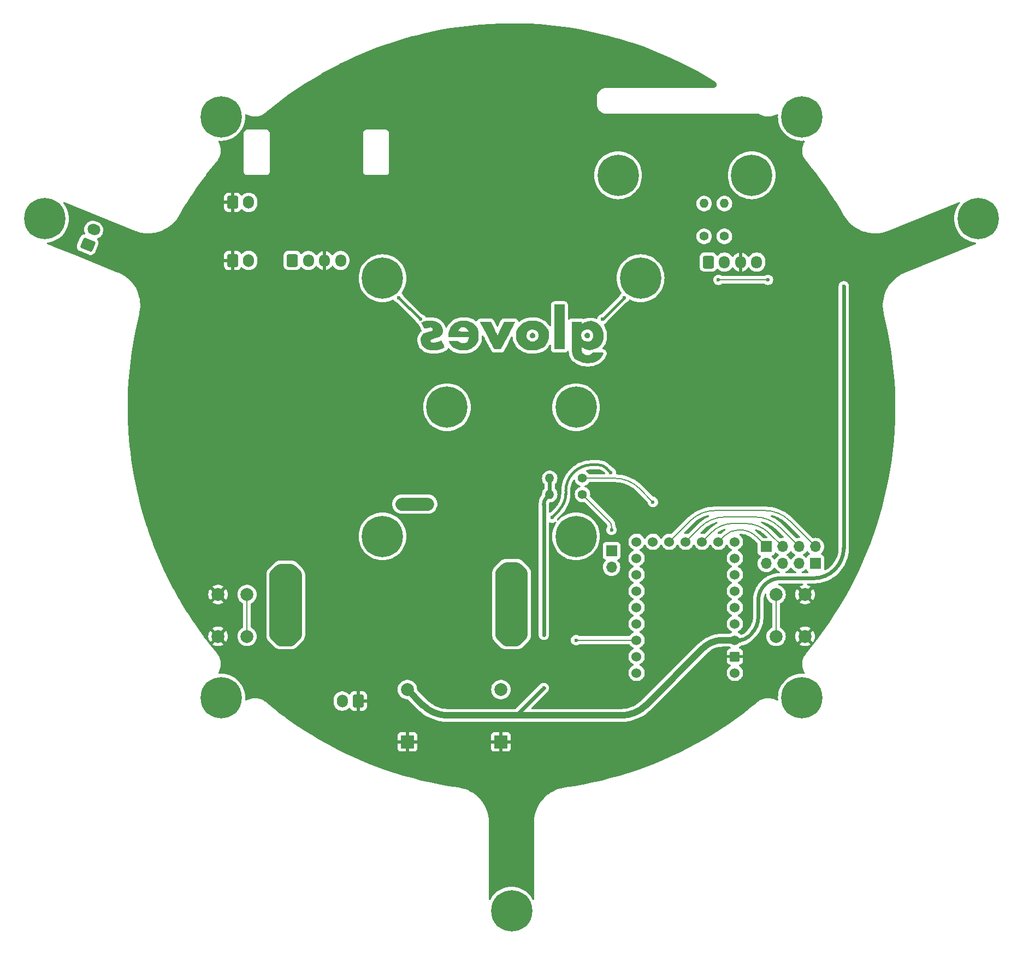
<source format=gbr>
%TF.GenerationSoftware,KiCad,Pcbnew,8.0.3*%
%TF.CreationDate,2024-06-18T01:56:10+08:00*%
%TF.ProjectId,imu-rounded,696d752d-726f-4756-9e64-65642e6b6963,rev?*%
%TF.SameCoordinates,Original*%
%TF.FileFunction,Copper,L2,Bot*%
%TF.FilePolarity,Positive*%
%FSLAX46Y46*%
G04 Gerber Fmt 4.6, Leading zero omitted, Abs format (unit mm)*
G04 Created by KiCad (PCBNEW 8.0.3) date 2024-06-18 01:56:10*
%MOMM*%
%LPD*%
G01*
G04 APERTURE LIST*
G04 Aperture macros list*
%AMRoundRect*
0 Rectangle with rounded corners*
0 $1 Rounding radius*
0 $2 $3 $4 $5 $6 $7 $8 $9 X,Y pos of 4 corners*
0 Add a 4 corners polygon primitive as box body*
4,1,4,$2,$3,$4,$5,$6,$7,$8,$9,$2,$3,0*
0 Add four circle primitives for the rounded corners*
1,1,$1+$1,$2,$3*
1,1,$1+$1,$4,$5*
1,1,$1+$1,$6,$7*
1,1,$1+$1,$8,$9*
0 Add four rect primitives between the rounded corners*
20,1,$1+$1,$2,$3,$4,$5,0*
20,1,$1+$1,$4,$5,$6,$7,0*
20,1,$1+$1,$6,$7,$8,$9,0*
20,1,$1+$1,$8,$9,$2,$3,0*%
%AMHorizOval*
0 Thick line with rounded ends*
0 $1 width*
0 $2 $3 position (X,Y) of the first rounded end (center of the circle)*
0 $4 $5 position (X,Y) of the second rounded end (center of the circle)*
0 Add line between two ends*
20,1,$1,$2,$3,$4,$5,0*
0 Add two circle primitives to create the rounded ends*
1,1,$1,$2,$3*
1,1,$1,$4,$5*%
G04 Aperture macros list end*
%TA.AperFunction,EtchedComponent*%
%ADD10C,0.000000*%
%TD*%
%TA.AperFunction,ComponentPad*%
%ADD11C,0.800000*%
%TD*%
%TA.AperFunction,ComponentPad*%
%ADD12C,6.400000*%
%TD*%
%TA.AperFunction,ComponentPad*%
%ADD13RoundRect,0.250000X0.600000X0.750000X-0.600000X0.750000X-0.600000X-0.750000X0.600000X-0.750000X0*%
%TD*%
%TA.AperFunction,ComponentPad*%
%ADD14O,1.700000X2.000000*%
%TD*%
%TA.AperFunction,ComponentPad*%
%ADD15R,2.000000X2.000000*%
%TD*%
%TA.AperFunction,ComponentPad*%
%ADD16C,2.000000*%
%TD*%
%TA.AperFunction,ComponentPad*%
%ADD17R,1.700000X1.700000*%
%TD*%
%TA.AperFunction,ComponentPad*%
%ADD18O,1.700000X1.700000*%
%TD*%
%TA.AperFunction,ComponentPad*%
%ADD19RoundRect,0.250000X0.470624X-0.837265X0.920152X0.275355X-0.470624X0.837265X-0.920152X-0.275355X0*%
%TD*%
%TA.AperFunction,ComponentPad*%
%ADD20HorizOval,1.700000X-0.139078X0.056191X0.139078X-0.056191X0*%
%TD*%
%TA.AperFunction,ComponentPad*%
%ADD21C,1.400000*%
%TD*%
%TA.AperFunction,ComponentPad*%
%ADD22O,1.400000X1.400000*%
%TD*%
%TA.AperFunction,ComponentPad*%
%ADD23RoundRect,0.250000X-0.600000X-0.725000X0.600000X-0.725000X0.600000X0.725000X-0.600000X0.725000X0*%
%TD*%
%TA.AperFunction,ComponentPad*%
%ADD24O,1.700000X1.950000*%
%TD*%
%TA.AperFunction,ComponentPad*%
%ADD25RoundRect,0.250000X-0.600000X-0.750000X0.600000X-0.750000X0.600000X0.750000X-0.600000X0.750000X0*%
%TD*%
%TA.AperFunction,ComponentPad*%
%ADD26C,1.524000*%
%TD*%
%TA.AperFunction,ComponentPad*%
%ADD27RoundRect,0.190500X0.571500X0.571500X-0.571500X0.571500X-0.571500X-0.571500X0.571500X-0.571500X0*%
%TD*%
%TA.AperFunction,ViaPad*%
%ADD28C,0.600000*%
%TD*%
%TA.AperFunction,Conductor*%
%ADD29C,0.200000*%
%TD*%
%TA.AperFunction,Conductor*%
%ADD30C,1.000000*%
%TD*%
%TA.AperFunction,Conductor*%
%ADD31C,0.600000*%
%TD*%
%TA.AperFunction,Conductor*%
%ADD32C,0.400000*%
%TD*%
%TA.AperFunction,Conductor*%
%ADD33C,2.000000*%
%TD*%
G04 APERTURE END LIST*
D10*
%TA.AperFunction,EtchedComponent*%
%TO.C,G\u002A\u002A\u002A*%
G36*
X108213174Y-87562076D02*
G01*
X108213174Y-91034930D01*
X107427345Y-91034930D01*
X106641517Y-91034930D01*
X106641517Y-87562076D01*
X106641517Y-84089222D01*
X107427345Y-84089222D01*
X108213174Y-84089222D01*
X108213174Y-87562076D01*
G37*
%TD.AperFunction*%
%TA.AperFunction,EtchedComponent*%
G36*
X97143769Y-87422655D02*
G01*
X97215865Y-87574577D01*
X97394392Y-87950196D01*
X97535628Y-88246096D01*
X97643959Y-88471173D01*
X97723774Y-88634321D01*
X97779460Y-88744435D01*
X97815405Y-88810412D01*
X97835996Y-88841146D01*
X97845622Y-88845533D01*
X97853364Y-88831384D01*
X97897398Y-88740848D01*
X97974450Y-88578219D01*
X98078297Y-88356742D01*
X98202715Y-88089660D01*
X98341481Y-87790220D01*
X98821942Y-86750898D01*
X99689814Y-86737027D01*
X99921664Y-86734557D01*
X100175326Y-86735106D01*
X100376816Y-86739291D01*
X100509734Y-86746732D01*
X100557685Y-86757052D01*
X100552191Y-86773030D01*
X100506254Y-86871856D01*
X100413646Y-87059538D01*
X100274301Y-87336210D01*
X100088153Y-87702001D01*
X99855135Y-88157043D01*
X99575179Y-88701467D01*
X99248220Y-89335403D01*
X98874189Y-90058982D01*
X98369241Y-91034930D01*
X97848171Y-91034930D01*
X97327101Y-91034930D01*
X97173668Y-90743413D01*
X97159269Y-90716021D01*
X97069835Y-90545129D01*
X96950664Y-90316607D01*
X96815580Y-90056990D01*
X96678410Y-89792815D01*
X96536257Y-89518742D01*
X96302008Y-89067210D01*
X96106390Y-88690334D01*
X95944176Y-88378078D01*
X95810137Y-88120404D01*
X95699045Y-87907276D01*
X95605670Y-87728656D01*
X95524785Y-87574508D01*
X95451161Y-87434794D01*
X95379569Y-87299478D01*
X95305243Y-87156694D01*
X95216294Y-86977703D01*
X95155469Y-86844937D01*
X95132934Y-86779818D01*
X95133623Y-86776722D01*
X95194409Y-86754258D01*
X95354043Y-86738275D01*
X95613308Y-86728722D01*
X95972990Y-86725549D01*
X96813045Y-86725549D01*
X97143769Y-87422655D01*
G37*
%TD.AperFunction*%
%TA.AperFunction,EtchedComponent*%
G36*
X87760741Y-86596460D02*
G01*
X88176149Y-86678809D01*
X88544467Y-86819320D01*
X88846697Y-87016487D01*
X88940806Y-87106039D01*
X89136537Y-87370513D01*
X89269818Y-87673397D01*
X89337599Y-87993980D01*
X89336829Y-88311550D01*
X89264460Y-88605396D01*
X89117439Y-88854808D01*
X89060512Y-88916657D01*
X88910087Y-89037240D01*
X88711126Y-89142929D01*
X88446180Y-89242080D01*
X88097797Y-89343047D01*
X87888526Y-89403038D01*
X87637042Y-89497197D01*
X87482039Y-89592867D01*
X87420542Y-89693281D01*
X87449576Y-89801675D01*
X87566168Y-89921284D01*
X87640705Y-89967134D01*
X87851154Y-90019039D01*
X88114747Y-90006845D01*
X88415501Y-89932248D01*
X88737431Y-89796945D01*
X88797387Y-89766986D01*
X88959506Y-89689252D01*
X89075476Y-89638591D01*
X89123356Y-89624790D01*
X89164612Y-89687099D01*
X89237799Y-89821335D01*
X89325247Y-89997147D01*
X89416946Y-90192528D01*
X89502883Y-90385473D01*
X89573047Y-90553975D01*
X89617426Y-90676029D01*
X89626008Y-90729629D01*
X89567665Y-90767564D01*
X89428542Y-90835297D01*
X89241837Y-90914862D01*
X89034814Y-90995287D01*
X88834734Y-91065601D01*
X88668862Y-91114830D01*
X88432226Y-91155477D01*
X88116194Y-91177902D01*
X87778817Y-91177582D01*
X87460182Y-91154667D01*
X87200375Y-91109310D01*
X86977116Y-91040658D01*
X86596842Y-90860135D01*
X86297546Y-90621619D01*
X86081254Y-90327500D01*
X85949993Y-89980169D01*
X85905788Y-89582018D01*
X85930278Y-89283663D01*
X86026716Y-88983386D01*
X86199995Y-88736175D01*
X86275143Y-88664021D01*
X86430153Y-88552081D01*
X86629375Y-88452827D01*
X86891578Y-88357588D01*
X87235529Y-88257690D01*
X87756287Y-88117718D01*
X87756287Y-87942791D01*
X87719568Y-87789887D01*
X87605415Y-87686217D01*
X87419978Y-87642827D01*
X87169514Y-87661115D01*
X86860281Y-87742479D01*
X86706395Y-87787705D01*
X86577621Y-87811972D01*
X86514942Y-87805853D01*
X86496141Y-87777610D01*
X86435017Y-87672539D01*
X86346264Y-87512590D01*
X86241928Y-87319236D01*
X86004479Y-86873602D01*
X86170603Y-86804221D01*
X86421981Y-86713454D01*
X86864657Y-86612275D01*
X87317244Y-86573780D01*
X87760741Y-86596460D01*
G37*
%TD.AperFunction*%
%TA.AperFunction,EtchedComponent*%
G36*
X94898633Y-88389443D02*
G01*
X94903841Y-88595866D01*
X94904790Y-88880240D01*
X94904750Y-88973950D01*
X94902999Y-89232185D01*
X94895965Y-89419629D01*
X94880002Y-89559883D01*
X94851465Y-89676548D01*
X94806708Y-89793225D01*
X94742084Y-89933517D01*
X94705406Y-90007026D01*
X94454383Y-90379996D01*
X94128237Y-90694663D01*
X93739944Y-90940455D01*
X93302480Y-91106795D01*
X93220540Y-91125744D01*
X92943642Y-91163471D01*
X92617586Y-91180717D01*
X92279082Y-91177430D01*
X91964837Y-91153559D01*
X91711559Y-91109052D01*
X91697248Y-91105284D01*
X91273564Y-90949779D01*
X90922440Y-90725617D01*
X90637286Y-90427428D01*
X90411510Y-90049844D01*
X90265909Y-89742116D01*
X91005427Y-89728061D01*
X91744946Y-89714006D01*
X91918912Y-89866749D01*
X92063133Y-89976779D01*
X92215447Y-90044038D01*
X92399980Y-90069418D01*
X92649856Y-90061757D01*
X92666506Y-90060443D01*
X92939226Y-89998245D01*
X93147091Y-89861412D01*
X93294319Y-89645846D01*
X93385128Y-89347450D01*
X93420466Y-89159082D01*
X91810288Y-89159082D01*
X90200109Y-89159082D01*
X90230013Y-88735345D01*
X90250925Y-88533367D01*
X90324642Y-88203306D01*
X91685429Y-88203306D01*
X91710146Y-88213733D01*
X91820071Y-88226771D01*
X92002732Y-88237158D01*
X92241392Y-88244025D01*
X92519319Y-88246507D01*
X93353208Y-88246507D01*
X93302547Y-88101181D01*
X93280306Y-88045455D01*
X93127927Y-87827715D01*
X92892432Y-87658425D01*
X92885321Y-87654845D01*
X92691338Y-87602204D01*
X92458021Y-87598323D01*
X92229746Y-87639786D01*
X92050892Y-87723179D01*
X92019246Y-87748621D01*
X91908436Y-87859770D01*
X91800203Y-87993174D01*
X91718038Y-88117972D01*
X91685429Y-88203306D01*
X90324642Y-88203306D01*
X90355706Y-88064222D01*
X90531590Y-87645550D01*
X90772806Y-87289179D01*
X91073579Y-87006937D01*
X91251801Y-86892086D01*
X91643807Y-86718978D01*
X92082252Y-86610410D01*
X92543930Y-86569371D01*
X93005635Y-86598845D01*
X93444162Y-86701821D01*
X93542600Y-86736456D01*
X93942520Y-86921154D01*
X94266237Y-87157322D01*
X94529358Y-87458572D01*
X94747491Y-87838517D01*
X94764407Y-87874343D01*
X94822053Y-88003418D01*
X94861279Y-88116664D01*
X94885625Y-88237523D01*
X94886394Y-88246507D01*
X94898633Y-88389443D01*
G37*
%TD.AperFunction*%
%TA.AperFunction,EtchedComponent*%
G36*
X105823187Y-88762319D02*
G01*
X105808499Y-89182742D01*
X105727060Y-89570525D01*
X105536826Y-90005951D01*
X105265638Y-90385083D01*
X104920309Y-90699548D01*
X104506667Y-90944048D01*
X104030539Y-91113284D01*
X103981905Y-91124470D01*
X103740873Y-91158650D01*
X103444699Y-91177483D01*
X103129341Y-91180397D01*
X102830758Y-91166823D01*
X102584911Y-91136191D01*
X102264264Y-91044432D01*
X101911484Y-90886975D01*
X101580936Y-90687373D01*
X101312202Y-90466456D01*
X101291396Y-90445257D01*
X101061831Y-90158840D01*
X100867609Y-89821482D01*
X100826790Y-89735291D01*
X100759503Y-89581261D01*
X100717737Y-89449706D01*
X100695511Y-89309660D01*
X100686841Y-89130160D01*
X100685745Y-88880240D01*
X100685755Y-88876986D01*
X102332136Y-88876986D01*
X102337175Y-88992225D01*
X102363093Y-89172383D01*
X102403658Y-89301021D01*
X102408972Y-89310972D01*
X102543634Y-89494736D01*
X102722686Y-89658227D01*
X102905796Y-89764240D01*
X102971986Y-89786629D01*
X103254757Y-89825986D01*
X103521674Y-89781261D01*
X103760554Y-89665494D01*
X103959213Y-89491728D01*
X104105467Y-89273002D01*
X104187132Y-89022360D01*
X104192024Y-88752841D01*
X104107960Y-88477487D01*
X104016143Y-88315846D01*
X103834180Y-88119039D01*
X103601064Y-88001392D01*
X103301004Y-87952636D01*
X103151603Y-87947522D01*
X103003804Y-87957977D01*
X102885373Y-87997003D01*
X102755071Y-88073750D01*
X102708841Y-88105660D01*
X102496772Y-88313109D01*
X102372598Y-88567569D01*
X102332136Y-88876986D01*
X100685755Y-88876986D01*
X100685905Y-88830170D01*
X100689624Y-88590216D01*
X100702011Y-88416064D01*
X100728476Y-88277362D01*
X100774426Y-88143758D01*
X100845268Y-87984899D01*
X101070099Y-87599303D01*
X101386857Y-87243177D01*
X101778312Y-86955226D01*
X102245340Y-86734669D01*
X102310576Y-86710919D01*
X102464971Y-86661056D01*
X102610585Y-86628728D01*
X102774949Y-86610345D01*
X102985597Y-86602317D01*
X103270060Y-86601054D01*
X103398330Y-86601691D01*
X103647166Y-86606559D01*
X103832589Y-86619119D01*
X103981418Y-86643072D01*
X104120473Y-86682118D01*
X104276574Y-86739961D01*
X104397053Y-86790539D01*
X104825025Y-87026164D01*
X105189178Y-87319470D01*
X105478126Y-87659940D01*
X105680485Y-88037055D01*
X105772320Y-88348693D01*
X105822021Y-88752841D01*
X105823187Y-88762319D01*
G37*
%TD.AperFunction*%
%TA.AperFunction,EtchedComponent*%
G36*
X114286293Y-89066563D02*
G01*
X114243612Y-89450476D01*
X114118883Y-89893561D01*
X113915404Y-90272909D01*
X113632603Y-90589293D01*
X113269908Y-90843486D01*
X112826747Y-91036260D01*
X112523595Y-91110014D01*
X112124607Y-91134683D01*
X111736344Y-91084265D01*
X111389204Y-90960365D01*
X111256181Y-90887939D01*
X111109739Y-90795462D01*
X111019744Y-90722780D01*
X110944412Y-90652124D01*
X110887454Y-90643917D01*
X110858674Y-90722871D01*
X110851726Y-90895509D01*
X110878907Y-91196365D01*
X110973932Y-91479110D01*
X111140429Y-91695637D01*
X111381836Y-91852155D01*
X111577281Y-91918054D01*
X111843356Y-91943107D01*
X112094960Y-91901431D01*
X112307953Y-91797847D01*
X112458197Y-91637177D01*
X112544417Y-91491218D01*
X113395362Y-91491218D01*
X113653107Y-91491058D01*
X113914325Y-91493990D01*
X114092449Y-91507035D01*
X114197904Y-91537306D01*
X114241119Y-91591912D01*
X114232520Y-91677965D01*
X114182533Y-91802575D01*
X114101587Y-91972855D01*
X114039647Y-92090223D01*
X113795086Y-92417861D01*
X113473667Y-92700913D01*
X113090635Y-92927592D01*
X112661238Y-93086115D01*
X112517325Y-93114898D01*
X112255393Y-93143123D01*
X111949567Y-93157587D01*
X111632698Y-93157729D01*
X111337638Y-93142988D01*
X111097239Y-93112803D01*
X111037655Y-93100588D01*
X110663620Y-92981424D01*
X110304619Y-92799644D01*
X109982233Y-92570217D01*
X109718044Y-92308112D01*
X109533634Y-92028297D01*
X109496918Y-91946917D01*
X109456512Y-91835847D01*
X109423038Y-91708501D01*
X109395864Y-91555422D01*
X109374355Y-91367154D01*
X109357880Y-91134239D01*
X109345804Y-90847220D01*
X109337494Y-90496640D01*
X109332319Y-90073042D01*
X109329644Y-89566968D01*
X109328837Y-88968962D01*
X109328821Y-88850624D01*
X110824152Y-88850624D01*
X110825645Y-88961039D01*
X110842052Y-89132775D01*
X110885491Y-89267366D01*
X110966926Y-89407583D01*
X111108657Y-89574285D01*
X111321816Y-89719633D01*
X111398344Y-89750739D01*
X111689088Y-89809721D01*
X111974946Y-89784739D01*
X112236081Y-89682671D01*
X112452660Y-89510393D01*
X112604847Y-89274782D01*
X112638684Y-89173300D01*
X112671172Y-88925486D01*
X112653184Y-88669052D01*
X112585849Y-88452906D01*
X112559383Y-88407364D01*
X112443798Y-88258831D01*
X112305200Y-88125648D01*
X112280615Y-88106371D01*
X112146349Y-88021125D01*
X112000435Y-87975442D01*
X111798214Y-87954222D01*
X111661174Y-87951929D01*
X111400632Y-87994512D01*
X111181924Y-88113087D01*
X110977518Y-88319923D01*
X110904800Y-88417235D01*
X110852598Y-88524526D01*
X110829414Y-88656190D01*
X110824152Y-88850624D01*
X109328821Y-88850624D01*
X109328543Y-86725549D01*
X110089022Y-86725549D01*
X110849501Y-86725549D01*
X110849501Y-86930733D01*
X110849501Y-87135916D01*
X111043764Y-86979802D01*
X111166926Y-86891167D01*
X111510128Y-86725552D01*
X111890627Y-86637702D01*
X112289324Y-86627031D01*
X112687120Y-86692953D01*
X113064915Y-86834881D01*
X113403611Y-87052230D01*
X113421583Y-87066983D01*
X113749411Y-87388778D01*
X113994567Y-87750527D01*
X114173696Y-88176532D01*
X114192662Y-88235540D01*
X114252666Y-88445219D01*
X114284585Y-88624465D01*
X114293950Y-88817005D01*
X114290622Y-88925486D01*
X114286293Y-89066563D01*
G37*
%TD.AperFunction*%
%TD*%
D11*
%TO.P,H12,1*%
%TO.N,N/C*%
X107600000Y-120000000D03*
X108302944Y-118302944D03*
X108302944Y-121697056D03*
X110000000Y-117600000D03*
D12*
X110000000Y-120000000D03*
D11*
X110000000Y-122400000D03*
X111697056Y-118302944D03*
X111697056Y-121697056D03*
X112400000Y-120000000D03*
%TD*%
D13*
%TO.P,J2,1,Pin_1*%
%TO.N,GND*%
X76250000Y-145525000D03*
D14*
%TO.P,J2,2,Pin_2*%
%TO.N,+5V*%
X73750000Y-145525000D03*
%TD*%
D15*
%TO.P,U1,1,GND*%
%TO.N,GND*%
X83853000Y-151837800D03*
D16*
%TO.P,U1,2,VOUT*%
%TO.N,+3.3V*%
X83853000Y-143737800D03*
%TO.P,U1,3,VIN*%
%TO.N,+5V*%
X98353000Y-143737800D03*
D15*
%TO.P,U1,4,GND_IN*%
%TO.N,GND*%
X98353000Y-151850000D03*
%TD*%
D17*
%TO.P,J9,1,Pin_1*%
%TO.N,Net-(J9-Pin_1)*%
X115500000Y-122225000D03*
D18*
%TO.P,J9,2,Pin_2*%
%TO.N,Net-(J9-Pin_2)*%
X115500000Y-124765000D03*
%TD*%
D11*
%TO.P,H13,1*%
%TO.N,N/C*%
X77600000Y-120000000D03*
X78302944Y-118302944D03*
X78302944Y-121697056D03*
X80000000Y-117600000D03*
D12*
X80000000Y-120000000D03*
D11*
X80000000Y-122400000D03*
X81697056Y-118302944D03*
X81697056Y-121697056D03*
X82400000Y-120000000D03*
%TD*%
%TO.P,H5,1*%
%TO.N,N/C*%
X25279659Y-70780686D03*
X25982603Y-69083630D03*
X25982603Y-72477742D03*
X27679659Y-68380686D03*
D12*
X27679659Y-70780686D03*
D11*
X27679659Y-73180686D03*
X29376715Y-69083630D03*
X29376715Y-72477742D03*
X30079659Y-70780686D03*
%TD*%
D17*
%TO.P,J7,1,Pin_1*%
%TO.N,GP13*%
X139500000Y-121600000D03*
D18*
%TO.P,J7,2,Pin_2*%
%TO.N,Net-(J7-Pin_2)*%
X142040000Y-121600000D03*
%TO.P,J7,3,Pin_3*%
%TO.N,Net-(J7-Pin_3)*%
X144580000Y-121600000D03*
%TO.P,J7,4,Pin_4*%
%TO.N,Net-(J7-Pin_4)*%
X147120000Y-121600000D03*
%TD*%
D19*
%TO.P,J6,1,Pin_1*%
%TO.N,IMU-TX0-Top-RX*%
X34293291Y-74809698D03*
D20*
%TO.P,J6,2,Pin_2*%
%TO.N,IMU-RX0-Top-TX*%
X35229807Y-72491739D03*
%TD*%
D21*
%TO.P,R4,1*%
%TO.N,I2C1_SDA*%
X129850000Y-73500000D03*
D22*
%TO.P,R4,2*%
%TO.N,V_IMU*%
X129850000Y-68420000D03*
%TD*%
D21*
%TO.P,R1,1*%
%TO.N,I2C0_SDA*%
X111000000Y-113500000D03*
D22*
%TO.P,R1,2*%
%TO.N,+3.3V*%
X105920000Y-113500000D03*
%TD*%
D23*
%TO.P,J5,1,Pin_1*%
%TO.N,IMU-TX1*%
X66000000Y-77250000D03*
D24*
%TO.P,J5,2,Pin_2*%
%TO.N,IMU-RX1*%
X68500000Y-77250000D03*
%TO.P,J5,3,Pin_3*%
%TO.N,GND*%
X71000000Y-77250000D03*
%TO.P,J5,4,Pin_4*%
%TO.N,+5V*%
X73500000Y-77250000D03*
%TD*%
D11*
%TO.P,H7,1*%
%TO.N,N/C*%
X97600000Y-178000000D03*
X98302944Y-176302944D03*
X98302944Y-179697056D03*
X100000000Y-175600000D03*
D12*
X100000000Y-178000000D03*
D11*
X100000000Y-180400000D03*
X101697056Y-176302944D03*
X101697056Y-179697056D03*
X102400000Y-178000000D03*
%TD*%
D25*
%TO.P,J1,1,Pin_1*%
%TO.N,GND*%
X56750000Y-77250000D03*
D14*
%TO.P,J1,2,Pin_2*%
%TO.N,+5V*%
X59250000Y-77250000D03*
%TD*%
D11*
%TO.P,H4,1*%
%TO.N,N/C*%
X142600000Y-145000000D03*
X143302944Y-143302944D03*
X143302944Y-146697056D03*
X145000000Y-142600000D03*
D12*
X145000000Y-145000000D03*
D11*
X145000000Y-147400000D03*
X146697056Y-143302944D03*
X146697056Y-146697056D03*
X147400000Y-145000000D03*
%TD*%
%TO.P,H6,1*%
%TO.N,N/C*%
X169920341Y-70780686D03*
X170623285Y-69083630D03*
X170623285Y-72477742D03*
X172320341Y-68380686D03*
D12*
X172320341Y-70780686D03*
D11*
X172320341Y-73180686D03*
X174017397Y-69083630D03*
X174017397Y-72477742D03*
X174720341Y-70780686D03*
%TD*%
D17*
%TO.P,J8,1,Pin_1*%
%TO.N,Net-(J8-Pin_1)*%
X147120000Y-124200000D03*
D18*
%TO.P,J8,2,Pin_2*%
%TO.N,Net-(J8-Pin_2)*%
X144580000Y-124200000D03*
%TO.P,J8,3,Pin_3*%
%TO.N,Net-(J8-Pin_3)*%
X142040000Y-124200000D03*
%TO.P,J8,4,Pin_4*%
%TO.N,Net-(J8-Pin_4)*%
X139500000Y-124200000D03*
%TD*%
D16*
%TO.P,SW1,1,1*%
%TO.N,GND*%
X54500000Y-135500000D03*
X54500000Y-129000000D03*
%TO.P,SW1,2,2*%
%TO.N,Button1*%
X59000000Y-135500000D03*
X59000000Y-129000000D03*
%TD*%
D11*
%TO.P,H2,1*%
%TO.N,N/C*%
X142600000Y-55000000D03*
X143302944Y-53302944D03*
X143302944Y-56697056D03*
X145000000Y-52600000D03*
D12*
X145000000Y-55000000D03*
D11*
X145000000Y-57400000D03*
X146697056Y-53302944D03*
X146697056Y-56697056D03*
X147400000Y-55000000D03*
%TD*%
%TO.P,H15,1*%
%TO.N,N/C*%
X117600000Y-80000000D03*
X118302944Y-78302944D03*
X118302944Y-81697056D03*
X120000000Y-77600000D03*
D12*
X120000000Y-80000000D03*
D11*
X120000000Y-82400000D03*
X121697056Y-78302944D03*
X121697056Y-81697056D03*
X122400000Y-80000000D03*
%TD*%
%TO.P,H10,1*%
%TO.N,N/C*%
X114116715Y-64049803D03*
X114819659Y-62352747D03*
X114819659Y-65746859D03*
X116516715Y-61649803D03*
D12*
X116516715Y-64049803D03*
D11*
X116516715Y-66449803D03*
X118213771Y-62352747D03*
X118213771Y-65746859D03*
X118916715Y-64049803D03*
%TD*%
D21*
%TO.P,R3,1*%
%TO.N,I2C1_SCL*%
X133000000Y-73500000D03*
D22*
%TO.P,R3,2*%
%TO.N,V_IMU*%
X133000000Y-68420000D03*
%TD*%
D11*
%TO.P,H3,1*%
%TO.N,N/C*%
X52600000Y-145000000D03*
X53302944Y-143302944D03*
X53302944Y-146697056D03*
X55000000Y-142600000D03*
D12*
X55000000Y-145000000D03*
D11*
X55000000Y-147400000D03*
X56697056Y-143302944D03*
X56697056Y-146697056D03*
X57400000Y-145000000D03*
%TD*%
%TO.P,H8,1*%
%TO.N,N/C*%
X87600000Y-100000000D03*
X88302944Y-98302944D03*
X88302944Y-101697056D03*
X90000000Y-97600000D03*
D12*
X90000000Y-100000000D03*
D11*
X90000000Y-102400000D03*
X91697056Y-98302944D03*
X91697056Y-101697056D03*
X92400000Y-100000000D03*
%TD*%
D26*
%TO.P,U2,1,0*%
%TO.N,IMU-TX0-Top-RX*%
X119380000Y-141160000D03*
%TO.P,U2,2,1*%
%TO.N,IMU-RX0-Top-TX*%
X119380000Y-138620000D03*
%TO.P,U2,3,2*%
%TO.N,Button1*%
X119380000Y-136080000D03*
%TO.P,U2,4,3*%
%TO.N,Button2*%
X119380000Y-133540000D03*
%TO.P,U2,5,4*%
%TO.N,IMU-TX1*%
X119380000Y-131000000D03*
%TO.P,U2,6,5*%
%TO.N,IMU-RX1*%
X119380000Y-128460000D03*
%TO.P,U2,7,6*%
%TO.N,Net-(J9-Pin_2)*%
X119380000Y-125920000D03*
%TO.P,U2,8,7*%
%TO.N,Net-(J9-Pin_1)*%
X119380000Y-123380000D03*
%TO.P,U2,9,8*%
%TO.N,I2C0_SDA*%
X119380000Y-120840000D03*
%TO.P,U2,10,9*%
%TO.N,I2C0_SCL*%
X121920000Y-120840000D03*
%TO.P,U2,11,10*%
%TO.N,Net-(J7-Pin_4)*%
X124460000Y-120840000D03*
%TO.P,U2,12,11*%
%TO.N,Net-(J7-Pin_3)*%
X127000000Y-120840000D03*
%TO.P,U2,13,12*%
%TO.N,Net-(J7-Pin_2)*%
X129540000Y-120840000D03*
%TO.P,U2,14,13*%
%TO.N,GP13*%
X132080000Y-120840000D03*
%TO.P,U2,15,14*%
%TO.N,I2C1_SDA*%
X134620000Y-120840000D03*
%TO.P,U2,16,15*%
%TO.N,I2C1_SCL*%
X134620000Y-123380000D03*
%TO.P,U2,17,26*%
%TO.N,Net-(J8-Pin_4)*%
X134620000Y-125920000D03*
%TO.P,U2,18,27*%
%TO.N,Net-(J8-Pin_3)*%
X134620000Y-128460000D03*
%TO.P,U2,19,28*%
%TO.N,Net-(J8-Pin_2)*%
X134620000Y-131000000D03*
%TO.P,U2,20,29*%
%TO.N,Net-(J8-Pin_1)*%
X134620000Y-133540000D03*
%TO.P,U2,21,3V3*%
%TO.N,+3.3V*%
X134620000Y-136080000D03*
D27*
%TO.P,U2,22,GND*%
%TO.N,GND*%
X134620000Y-138620000D03*
D26*
%TO.P,U2,23,5V*%
%TO.N,unconnected-(U2-5V-Pad23)_0*%
X134620000Y-141160000D03*
%TD*%
D11*
%TO.P,H11,1*%
%TO.N,N/C*%
X134836715Y-64049803D03*
X135539659Y-62352747D03*
X135539659Y-65746859D03*
X137236715Y-61649803D03*
D12*
X137236715Y-64049803D03*
D11*
X137236715Y-66449803D03*
X138933771Y-62352747D03*
X138933771Y-65746859D03*
X139636715Y-64049803D03*
%TD*%
%TO.P,H1,1*%
%TO.N,N/C*%
X52600000Y-55000000D03*
X53302944Y-53302944D03*
X53302944Y-56697056D03*
X55000000Y-52600000D03*
D12*
X55000000Y-55000000D03*
D11*
X55000000Y-57400000D03*
X56697056Y-53302944D03*
X56697056Y-56697056D03*
X57400000Y-55000000D03*
%TD*%
%TO.P,H14,1*%
%TO.N,N/C*%
X77600000Y-80000000D03*
X78302944Y-78302944D03*
X78302944Y-81697056D03*
X80000000Y-77600000D03*
D12*
X80000000Y-80000000D03*
D11*
X80000000Y-82400000D03*
X81697056Y-78302944D03*
X81697056Y-81697056D03*
X82400000Y-80000000D03*
%TD*%
D21*
%TO.P,R2,1*%
%TO.N,I2C0_SCL*%
X111000000Y-111000000D03*
D22*
%TO.P,R2,2*%
%TO.N,+3.3V*%
X105920000Y-111000000D03*
%TD*%
D23*
%TO.P,J4,1,Pin_1*%
%TO.N,I2C1_SDA*%
X130500000Y-77500000D03*
D24*
%TO.P,J4,2,Pin_2*%
%TO.N,I2C1_SCL*%
X133000000Y-77500000D03*
%TO.P,J4,3,Pin_3*%
%TO.N,GND*%
X135500000Y-77500000D03*
%TO.P,J4,4,Pin_4*%
%TO.N,V_IMU*%
X138000000Y-77500000D03*
%TD*%
D11*
%TO.P,H9,1*%
%TO.N,N/C*%
X107600000Y-100000000D03*
X108302944Y-98302944D03*
X108302944Y-101697056D03*
X110000000Y-97600000D03*
D12*
X110000000Y-100000000D03*
D11*
X110000000Y-102400000D03*
X111697056Y-98302944D03*
X111697056Y-101697056D03*
X112400000Y-100000000D03*
%TD*%
D16*
%TO.P,SW2,1,1*%
%TO.N,GND*%
X145500000Y-129000000D03*
X145500000Y-135500000D03*
%TO.P,SW2,2,2*%
%TO.N,Button2*%
X141000000Y-129000000D03*
X141000000Y-135500000D03*
%TD*%
D25*
%TO.P,J3,1,Pin_1*%
%TO.N,GND*%
X56750000Y-68250000D03*
D14*
%TO.P,J3,2,Pin_2*%
%TO.N,+5V*%
X59250000Y-68250000D03*
%TD*%
D28*
%TO.N,*%
X100750000Y-125000000D03*
X99250000Y-125000000D03*
X65000000Y-126000000D03*
X100000000Y-135250000D03*
X66500000Y-135250000D03*
X63500000Y-126000000D03*
X63500000Y-135250000D03*
X98500000Y-125750000D03*
X65750000Y-136000000D03*
X101500000Y-125750000D03*
X99250000Y-136000000D03*
X65000000Y-135250000D03*
X65750000Y-125250000D03*
X64250000Y-125250000D03*
X100750000Y-136000000D03*
X98500000Y-135250000D03*
X66500000Y-126000000D03*
X64250000Y-136000000D03*
X100000000Y-125750000D03*
X101500000Y-135250000D03*
%TO.N,GND*%
X81600000Y-89375000D03*
X110625000Y-81400000D03*
X119300000Y-110600000D03*
X89375000Y-115425000D03*
%TO.N,+5V*%
X83500000Y-115500000D03*
X86500000Y-115500000D03*
X85906163Y-86372808D03*
X114093837Y-86372808D03*
X86500000Y-114500000D03*
X87000000Y-115000000D03*
X83500000Y-114500000D03*
X117500000Y-83000000D03*
X106300000Y-117100000D03*
X115400000Y-110100000D03*
X83000000Y-115000000D03*
X82500000Y-83000000D03*
%TO.N,Button1*%
X110000000Y-136080000D03*
%TO.N,I2C0_SCL*%
X121920000Y-114670000D03*
%TO.N,I2C0_SDA*%
X115500000Y-119000000D03*
%TO.N,+3.3V*%
X105000000Y-143500000D03*
X151500000Y-81250000D03*
X105000000Y-135250000D03*
%TO.N,GP13*%
X132080000Y-80250000D03*
X139750000Y-80250000D03*
%TD*%
D29*
%TO.N,GP13*%
X137953589Y-120053589D02*
G75*
G03*
X135410000Y-119000006I-2543589J-2543611D01*
G01*
X135221076Y-119000000D02*
G75*
G03*
X133000007Y-119920007I24J-3141100D01*
G01*
D30*
%TO.N,+3.3V*%
X100625000Y-147750000D02*
X100625000Y-147750000D01*
D31*
X105460000Y-113960000D02*
G75*
G03*
X105000016Y-115070538I1110500J-1110500D01*
G01*
X150125000Y-125125000D02*
G75*
G02*
X146805456Y-126499982I-3319500J3319500D01*
G01*
X151500000Y-121805456D02*
G75*
G02*
X150125013Y-125125013I-4694500J-44D01*
G01*
D30*
X132770000Y-136080000D02*
G75*
G03*
X129611851Y-137388146I0J-4466300D01*
G01*
D31*
X138250000Y-132529217D02*
G75*
G02*
X137209995Y-135039995I-3550800J17D01*
G01*
X141664213Y-126500000D02*
G75*
G03*
X139249996Y-127499996I-13J-3414200D01*
G01*
X100838388Y-147661611D02*
G75*
G02*
X100625000Y-147749992I-213388J213411D01*
G01*
D30*
X86271407Y-146156207D02*
G75*
G03*
X90119163Y-147750011I3847793J3847807D01*
G01*
X120843792Y-146156207D02*
G75*
G02*
X116996036Y-147750010I-3847792J3847807D01*
G01*
D31*
X136718007Y-135531992D02*
G75*
G02*
X135395000Y-136080004I-1323007J1322992D01*
G01*
X139250000Y-127500000D02*
G75*
G03*
X138250006Y-129914213I2414200J-2414200D01*
G01*
D30*
X100375000Y-147750000D02*
X100625000Y-147750000D01*
D31*
X100625000Y-147750000D02*
X100375000Y-147750000D01*
D29*
%TO.N,I2C0_SDA*%
X115146446Y-117646446D02*
G75*
G02*
X115500002Y-118500000I-853546J-853554D01*
G01*
%TO.N,I2C0_SCL*%
X119843792Y-112593792D02*
G75*
G03*
X115996036Y-110999989I-3847792J-3847808D01*
G01*
%TO.N,Button1*%
X59000000Y-135089878D02*
G75*
G03*
X59289994Y-135790006I990100J-22D01*
G01*
%TO.N,Net-(J7-Pin_4)*%
X131553963Y-116000000D02*
G75*
G03*
X127706236Y-117593821I37J-5441500D01*
G01*
X143113792Y-117593792D02*
G75*
G03*
X139266036Y-115999989I-3847792J-3847808D01*
G01*
%TO.N,Net-(J7-Pin_2)*%
X140033792Y-119593792D02*
G75*
G03*
X136186036Y-117999989I-3847792J-3847808D01*
G01*
X134388183Y-118000000D02*
G75*
G03*
X130960005Y-119420005I17J-4848200D01*
G01*
%TO.N,Net-(J7-Pin_3)*%
X141573792Y-118593792D02*
G75*
G03*
X137726036Y-116999989I-3847792J-3847808D01*
G01*
X133093963Y-117000000D02*
G75*
G03*
X129246236Y-118593821I37J-5441500D01*
G01*
D32*
%TO.N,+5V*%
X108400000Y-113415075D02*
G75*
G02*
X107350007Y-115950007I-3584900J-25D01*
G01*
X85861015Y-86361015D02*
G75*
G03*
X85889485Y-86372805I28485J28515D01*
G01*
X106335355Y-116964644D02*
G75*
G03*
X106299996Y-117050000I85345J-85356D01*
G01*
X114138984Y-86361015D02*
G75*
G02*
X114110514Y-86372804I-28484J28515D01*
G01*
X109600000Y-110100000D02*
G75*
G03*
X108399953Y-112997056I2897000J-2897100D01*
G01*
X112497056Y-108900000D02*
G75*
G03*
X109600034Y-110100034I44J-4097000D01*
G01*
X114800000Y-109500000D02*
G75*
G03*
X113351471Y-108900012I-1448500J-1448500D01*
G01*
D33*
%TO.N,*%
X100750000Y-136000000D02*
X101500000Y-135250000D01*
X65000000Y-126000000D02*
X65000000Y-135250000D01*
X63500000Y-126000000D02*
X64250000Y-125250000D01*
X63500000Y-135250000D02*
X64250000Y-136000000D01*
X98500000Y-125750000D02*
X98500000Y-135250000D01*
X65750000Y-125250000D02*
X66500000Y-126000000D01*
X64250000Y-125250000D02*
X64250000Y-134500000D01*
X100000000Y-125750000D02*
X100000000Y-135250000D01*
X98500000Y-135250000D02*
X99250000Y-136000000D01*
X100750000Y-125000000D02*
X99250000Y-125000000D01*
X63500000Y-126000000D02*
X63500000Y-135250000D01*
X65750000Y-125250000D02*
X64250000Y-125250000D01*
X100750000Y-125000000D02*
X101500000Y-125750000D01*
X66500000Y-126000000D02*
X66500000Y-135250000D01*
X100750000Y-125000000D02*
X100750000Y-134250000D01*
X65750000Y-125250000D02*
X65750000Y-134500000D01*
X101500000Y-125750000D02*
X101500000Y-135250000D01*
X99250000Y-125000000D02*
X99250000Y-134250000D01*
X100750000Y-136000000D02*
X99250000Y-136000000D01*
X98500000Y-125750000D02*
X99250000Y-125000000D01*
X65750000Y-136000000D02*
X66500000Y-135250000D01*
X65750000Y-136000000D02*
X64250000Y-136000000D01*
D32*
%TO.N,+5V*%
X82500000Y-83000000D02*
X85861015Y-86361015D01*
X115400000Y-110100000D02*
X114800000Y-109500000D01*
D33*
X87000000Y-115000000D02*
X83000000Y-115000000D01*
D32*
X85889485Y-86372808D02*
X85906163Y-86372808D01*
X106300000Y-117100000D02*
X106300000Y-117050000D01*
X112497056Y-108900000D02*
X113351471Y-108900000D01*
X107349999Y-115949999D02*
X106335355Y-116964644D01*
X108400000Y-113415075D02*
X108400000Y-112997056D01*
X114110514Y-86372808D02*
X114093837Y-86372808D01*
X114138984Y-86361015D02*
X117500000Y-83000000D01*
D29*
%TO.N,Net-(J7-Pin_3)*%
X141573792Y-118593792D02*
X144580000Y-121600000D01*
X137726036Y-117000000D02*
X133093963Y-117000000D01*
X129246207Y-118593792D02*
X127000000Y-120840000D01*
%TO.N,Net-(J7-Pin_2)*%
X130960000Y-119420000D02*
X129540000Y-120840000D01*
X136186036Y-118000000D02*
X134388183Y-118000000D01*
X140033792Y-119593792D02*
X142040000Y-121600000D01*
%TO.N,Net-(J7-Pin_4)*%
X127706207Y-117593792D02*
X124460000Y-120840000D01*
X131553963Y-116000000D02*
X139266036Y-116000000D01*
X143113792Y-117593792D02*
X147120000Y-121600000D01*
%TO.N,Button1*%
X59290000Y-135790000D02*
X59580000Y-136080000D01*
X110000000Y-136080000D02*
X119380000Y-136080000D01*
X59000000Y-135089878D02*
X59000000Y-129000000D01*
%TO.N,Button2*%
X141000000Y-135500000D02*
X141000000Y-129000000D01*
X119540000Y-133540000D02*
X119380000Y-133540000D01*
%TO.N,I2C0_SCL*%
X119843792Y-112593792D02*
X121920000Y-114670000D01*
X115996036Y-111000000D02*
X111000000Y-111000000D01*
%TO.N,I2C0_SDA*%
X115500000Y-118500000D02*
X115500000Y-119000000D01*
X115146446Y-117646446D02*
X111000000Y-113500000D01*
D30*
%TO.N,+3.3V*%
X100375000Y-147750000D02*
X90119163Y-147750000D01*
D31*
X105000000Y-143500000D02*
X100838388Y-147661611D01*
X105460000Y-113960000D02*
X105920000Y-113500000D01*
D30*
X134620000Y-136080000D02*
X132770000Y-136080000D01*
D31*
X138250000Y-132529217D02*
X138250000Y-129914213D01*
D30*
X129611852Y-137388147D02*
X120843792Y-146156207D01*
D31*
X151500000Y-81250000D02*
X151500000Y-121805456D01*
X146805456Y-126500000D02*
X141664213Y-126500000D01*
X105920000Y-113500000D02*
X105920000Y-111000000D01*
X137209999Y-135039999D02*
X136718007Y-135531992D01*
D30*
X86271407Y-146156207D02*
X83853000Y-143737800D01*
D31*
X134620000Y-136080000D02*
X135395000Y-136080000D01*
D30*
X100625000Y-147750000D02*
X116996036Y-147750000D01*
D31*
X105000000Y-135250000D02*
X105000000Y-115070538D01*
D29*
%TO.N,GP13*%
X139750000Y-80250000D02*
X132080000Y-80250000D01*
X135410000Y-119000000D02*
X135221076Y-119000000D01*
X137953589Y-120053589D02*
X139500000Y-121600000D01*
X133000000Y-119920000D02*
X132080000Y-120840000D01*
%TD*%
%TA.AperFunction,Conductor*%
%TO.N,GND*%
G36*
X101262834Y-40513922D02*
G01*
X101265896Y-40513987D01*
X102787263Y-40565840D01*
X102790302Y-40565982D01*
X104309801Y-40656814D01*
X104312936Y-40657041D01*
X105829604Y-40786793D01*
X105832737Y-40787102D01*
X107345513Y-40955681D01*
X107348613Y-40956066D01*
X108856707Y-41163387D01*
X108859737Y-41163844D01*
X110361907Y-41409736D01*
X110365001Y-41410282D01*
X111860473Y-41694619D01*
X111863451Y-41695226D01*
X113351109Y-42017795D01*
X113354122Y-42018489D01*
X114753228Y-42359630D01*
X114833006Y-42379083D01*
X114836085Y-42379876D01*
X116305154Y-42778238D01*
X116308202Y-42779106D01*
X116794118Y-42924340D01*
X117766597Y-43215001D01*
X117769631Y-43215950D01*
X119216426Y-43689103D01*
X119219376Y-43690110D01*
X120653587Y-44200201D01*
X120656484Y-44201274D01*
X121310058Y-44452777D01*
X122077077Y-44747935D01*
X122080029Y-44749114D01*
X123486159Y-45332017D01*
X123489078Y-45333271D01*
X124879838Y-45952041D01*
X124882619Y-45953322D01*
X126257142Y-46607578D01*
X126259829Y-46608899D01*
X127617106Y-47298163D01*
X127619921Y-47299639D01*
X128958943Y-48023393D01*
X128961720Y-48024940D01*
X130281813Y-48782816D01*
X130284486Y-48784396D01*
X130953682Y-49191743D01*
X131578558Y-49572113D01*
X131592869Y-49582279D01*
X131672807Y-49648053D01*
X131694609Y-49671295D01*
X131750890Y-49749374D01*
X131766048Y-49777406D01*
X131800567Y-49867242D01*
X131808080Y-49898214D01*
X131818562Y-49993892D01*
X131817933Y-50025756D01*
X131803683Y-50120937D01*
X131794953Y-50151588D01*
X131756913Y-50239994D01*
X131740659Y-50267407D01*
X131681338Y-50343203D01*
X131658635Y-50365567D01*
X131581959Y-50423737D01*
X131554304Y-50439577D01*
X131465337Y-50476281D01*
X131434558Y-50484549D01*
X131331497Y-50498396D01*
X131314985Y-50499500D01*
X114663326Y-50499500D01*
X114663113Y-50499513D01*
X114629402Y-50499513D01*
X114416962Y-50530054D01*
X114416958Y-50530055D01*
X114416956Y-50530055D01*
X114416953Y-50530056D01*
X114211011Y-50590524D01*
X114211009Y-50590524D01*
X114211005Y-50590526D01*
X114015766Y-50679686D01*
X114015758Y-50679690D01*
X113835211Y-50795718D01*
X113835206Y-50795722D01*
X113672998Y-50936276D01*
X113532432Y-51098493D01*
X113532430Y-51098495D01*
X113416402Y-51279039D01*
X113416389Y-51279062D01*
X113327232Y-51474285D01*
X113266762Y-51680225D01*
X113266759Y-51680235D01*
X113236215Y-51892682D01*
X113236215Y-52993017D01*
X113236213Y-52993644D01*
X113235676Y-53099738D01*
X113265299Y-53313044D01*
X113265301Y-53313057D01*
X113325076Y-53519940D01*
X113413786Y-53716182D01*
X113529606Y-53897743D01*
X113670162Y-54060902D01*
X113670164Y-54060904D01*
X113832581Y-54202325D01*
X113832589Y-54202331D01*
X114013521Y-54319102D01*
X114013523Y-54319103D01*
X114013528Y-54319106D01*
X114156488Y-54384643D01*
X114209290Y-54408849D01*
X114209292Y-54408849D01*
X114209295Y-54408851D01*
X114415871Y-54469723D01*
X114629017Y-54500473D01*
X114629020Y-54500474D01*
X114629181Y-54500474D01*
X114662610Y-54500482D01*
X114662885Y-54500500D01*
X114670808Y-54500500D01*
X114736700Y-54500500D01*
X114802592Y-54500500D01*
X137882808Y-54500500D01*
X137945024Y-54500500D01*
X137952383Y-54500719D01*
X138119072Y-54510629D01*
X138133680Y-54512372D01*
X138294411Y-54541315D01*
X138308700Y-54544775D01*
X138464858Y-54592556D01*
X138478644Y-54597687D01*
X138579947Y-54642406D01*
X138631046Y-54664963D01*
X138637755Y-54668168D01*
X138680540Y-54690208D01*
X138680777Y-54690296D01*
X138700621Y-54700504D01*
X138700953Y-54700648D01*
X138734690Y-54717997D01*
X138762310Y-54732201D01*
X139030725Y-54833406D01*
X139308952Y-54903256D01*
X139308956Y-54903256D01*
X139308958Y-54903257D01*
X139593334Y-54940833D01*
X139593342Y-54940834D01*
X139880163Y-54945646D01*
X140165653Y-54917630D01*
X140446067Y-54857153D01*
X140717726Y-54765009D01*
X140977067Y-54642406D01*
X141122754Y-54551836D01*
X141190079Y-54533160D01*
X141256816Y-54553847D01*
X141301774Y-54607331D01*
X141312050Y-54663636D01*
X141294422Y-54999999D01*
X141294422Y-55000000D01*
X141314722Y-55387339D01*
X141375397Y-55770427D01*
X141375397Y-55770429D01*
X141475788Y-56145094D01*
X141614787Y-56507197D01*
X141790877Y-56852793D01*
X142002122Y-57178082D01*
X142170466Y-57385969D01*
X142246219Y-57479516D01*
X142520484Y-57753781D01*
X142520488Y-57753784D01*
X142821917Y-57997877D01*
X143147206Y-58209122D01*
X143147211Y-58209125D01*
X143492806Y-58385214D01*
X143854913Y-58524214D01*
X144229567Y-58624602D01*
X144612662Y-58685278D01*
X144978576Y-58704455D01*
X144999999Y-58705578D01*
X145000000Y-58705578D01*
X145000001Y-58705578D01*
X145020025Y-58704528D01*
X145336436Y-58687945D01*
X145404412Y-58704094D01*
X145452868Y-58754431D01*
X145466417Y-58822974D01*
X145447962Y-58877677D01*
X145362755Y-59013483D01*
X145362751Y-59013491D01*
X145239353Y-59271529D01*
X145239350Y-59271536D01*
X145146175Y-59541959D01*
X145146174Y-59541961D01*
X145084441Y-59821249D01*
X145054954Y-60105738D01*
X145054953Y-60105743D01*
X145054953Y-60105753D01*
X145054953Y-60105755D01*
X145058094Y-60391769D01*
X145074943Y-60525589D01*
X145093826Y-60675566D01*
X145161677Y-60953418D01*
X145260767Y-61221734D01*
X145298318Y-61296018D01*
X145389809Y-61477011D01*
X145547111Y-61715903D01*
X145547121Y-61715915D01*
X145547124Y-61715919D01*
X145591942Y-61769503D01*
X145591963Y-61769531D01*
X145638430Y-61825084D01*
X145639288Y-61826121D01*
X146456014Y-62824371D01*
X146457696Y-62826473D01*
X147252137Y-63841678D01*
X147253771Y-63843814D01*
X148025990Y-64876035D01*
X148025992Y-64876037D01*
X148027561Y-64878182D01*
X148027579Y-64878208D01*
X148027581Y-64878210D01*
X148777193Y-65926929D01*
X148778735Y-65929136D01*
X149505431Y-66993924D01*
X149506924Y-66996164D01*
X149627196Y-67180880D01*
X150197656Y-68057007D01*
X150210319Y-68076454D01*
X150211749Y-68078704D01*
X150850445Y-69107820D01*
X150891526Y-69174012D01*
X150892902Y-69176284D01*
X151454618Y-70126818D01*
X151548561Y-70285788D01*
X151549238Y-70286948D01*
X151549435Y-70287289D01*
X151658751Y-70476936D01*
X151906827Y-70837659D01*
X152182784Y-71177527D01*
X152182789Y-71177532D01*
X152182793Y-71177537D01*
X152484871Y-71494388D01*
X152484880Y-71494396D01*
X152811168Y-71786229D01*
X152811182Y-71786240D01*
X152811192Y-71786249D01*
X153020923Y-71945741D01*
X153142801Y-72038425D01*
X153159669Y-72051252D01*
X153528103Y-72287726D01*
X153914162Y-72494174D01*
X154315406Y-72669291D01*
X154729297Y-72811970D01*
X155133435Y-72916205D01*
X155153217Y-72921307D01*
X155584485Y-72996612D01*
X155584497Y-72996613D01*
X155584503Y-72996614D01*
X155717354Y-73009047D01*
X156020373Y-73037408D01*
X156445896Y-73043268D01*
X156458123Y-73043437D01*
X156458123Y-73043436D01*
X156458125Y-73043437D01*
X156894971Y-73014661D01*
X157328150Y-72951262D01*
X157754920Y-72853641D01*
X158172583Y-72722416D01*
X158303378Y-72669571D01*
X158303388Y-72669569D01*
X158314447Y-72665101D01*
X158314448Y-72665101D01*
X169341311Y-68209957D01*
X169410842Y-68203096D01*
X169473046Y-68234915D01*
X169508172Y-68295313D01*
X169505069Y-68365113D01*
X169484127Y-68402965D01*
X169322463Y-68602603D01*
X169111218Y-68927892D01*
X168935128Y-69273488D01*
X168796129Y-69635591D01*
X168695738Y-70010256D01*
X168695738Y-70010258D01*
X168635063Y-70393346D01*
X168614763Y-70780685D01*
X168614763Y-70780686D01*
X168635063Y-71168025D01*
X168661601Y-71335582D01*
X168695739Y-71551119D01*
X168770755Y-71831085D01*
X168796129Y-71925780D01*
X168935128Y-72287883D01*
X169111218Y-72633479D01*
X169322463Y-72958768D01*
X169393178Y-73046093D01*
X169566560Y-73260202D01*
X169840825Y-73534467D01*
X169932594Y-73608780D01*
X170142258Y-73778563D01*
X170403458Y-73948188D01*
X170467552Y-73989811D01*
X170813147Y-74165900D01*
X171175254Y-74304900D01*
X171549908Y-74405288D01*
X171927978Y-74465168D01*
X171991113Y-74495097D01*
X172028044Y-74554409D01*
X172027046Y-74624271D01*
X171988436Y-74682504D01*
X171955031Y-74702612D01*
X161009082Y-79125062D01*
X161008840Y-79125159D01*
X160806039Y-79206558D01*
X160806035Y-79206560D01*
X160413359Y-79401741D01*
X160413336Y-79401753D01*
X160037468Y-79627553D01*
X160037429Y-79627579D01*
X159680730Y-79882577D01*
X159680718Y-79882587D01*
X159345415Y-80165197D01*
X159345413Y-80165199D01*
X159033661Y-80473607D01*
X158747456Y-80805839D01*
X158747456Y-80805840D01*
X158488601Y-81159803D01*
X158488594Y-81159813D01*
X158351007Y-81383345D01*
X158274763Y-81507218D01*
X158258728Y-81533269D01*
X158059330Y-81923809D01*
X157891641Y-82329004D01*
X157756734Y-82746267D01*
X157655473Y-83172915D01*
X157588492Y-83606289D01*
X157556215Y-84043616D01*
X157558790Y-84471761D01*
X157558853Y-84482127D01*
X157572961Y-84646359D01*
X157596384Y-84919031D01*
X157596384Y-84919036D01*
X157668572Y-85351562D01*
X157668573Y-85351569D01*
X157703917Y-85492948D01*
X157703937Y-85493055D01*
X157721562Y-85563528D01*
X157721935Y-85565060D01*
X158070037Y-87036248D01*
X158070725Y-87039328D01*
X158381123Y-88518167D01*
X158381732Y-88521264D01*
X158654400Y-90007531D01*
X158654929Y-90010641D01*
X158889677Y-91503296D01*
X158890128Y-91506420D01*
X159086823Y-93004618D01*
X159087194Y-93007752D01*
X159245700Y-94510463D01*
X159245991Y-94513605D01*
X159366207Y-96019857D01*
X159366418Y-96023005D01*
X159448265Y-97531824D01*
X159448396Y-97534977D01*
X159491822Y-99045425D01*
X159491872Y-99048581D01*
X159496848Y-100559564D01*
X159496819Y-100562719D01*
X159463342Y-102073419D01*
X159463232Y-102076573D01*
X159391322Y-103585936D01*
X159391131Y-103589086D01*
X159280842Y-105096057D01*
X159280572Y-105099201D01*
X159131967Y-106602923D01*
X159131617Y-106606059D01*
X158944792Y-108105521D01*
X158944362Y-108108647D01*
X158719443Y-109602874D01*
X158718933Y-109605989D01*
X158456070Y-111093957D01*
X158455482Y-111097057D01*
X158154831Y-112577901D01*
X158154164Y-112580985D01*
X157815927Y-114053706D01*
X157815181Y-114056773D01*
X157439587Y-115520371D01*
X157438764Y-115523417D01*
X157026033Y-116977031D01*
X157025132Y-116980055D01*
X156575565Y-118422634D01*
X156574588Y-118425635D01*
X156088446Y-119856341D01*
X156087393Y-119859316D01*
X155565004Y-121277178D01*
X155563876Y-121280125D01*
X155005553Y-122684295D01*
X155004349Y-122687212D01*
X154410512Y-124076634D01*
X154409235Y-124079520D01*
X153780213Y-125453423D01*
X153778863Y-125456275D01*
X153115091Y-126813710D01*
X153113669Y-126816527D01*
X152415571Y-128156632D01*
X152414078Y-128159412D01*
X151682085Y-129481351D01*
X151680521Y-129484092D01*
X150915142Y-130786951D01*
X150913509Y-130789651D01*
X150115230Y-132072600D01*
X150113529Y-132075258D01*
X149282857Y-133337486D01*
X149281089Y-133340100D01*
X148418561Y-134580790D01*
X148416727Y-134583358D01*
X147522896Y-135801709D01*
X147520997Y-135804229D01*
X146596473Y-136999415D01*
X146594510Y-137001887D01*
X145639361Y-138173786D01*
X145638357Y-138175002D01*
X145591973Y-138230456D01*
X145591924Y-138230522D01*
X145547321Y-138283833D01*
X145390321Y-138522131D01*
X145261449Y-138776733D01*
X145261446Y-138776740D01*
X145162377Y-139044335D01*
X145162371Y-139044352D01*
X145094383Y-139321487D01*
X145094381Y-139321501D01*
X145058357Y-139604576D01*
X145054767Y-139889899D01*
X145054768Y-139889913D01*
X145083659Y-140173811D01*
X145144650Y-140452556D01*
X145144655Y-140452574D01*
X145236966Y-140722594D01*
X145239757Y-140728470D01*
X145359393Y-140980364D01*
X145434376Y-141100655D01*
X145447881Y-141122321D01*
X145448071Y-141122625D01*
X145466829Y-141189929D01*
X145446222Y-141256691D01*
X145392792Y-141301713D01*
X145336351Y-141312049D01*
X145000001Y-141294422D01*
X144999999Y-141294422D01*
X144612660Y-141314722D01*
X144229572Y-141375397D01*
X144229570Y-141375397D01*
X143854905Y-141475788D01*
X143492802Y-141614787D01*
X143147206Y-141790877D01*
X142821917Y-142002122D01*
X142520488Y-142246215D01*
X142520480Y-142246222D01*
X142246222Y-142520480D01*
X142246215Y-142520488D01*
X142002122Y-142821917D01*
X141790877Y-143147206D01*
X141614787Y-143492802D01*
X141475788Y-143854905D01*
X141375397Y-144229570D01*
X141375397Y-144229572D01*
X141314722Y-144612660D01*
X141294422Y-144999999D01*
X141294422Y-145000000D01*
X141312054Y-145336434D01*
X141295905Y-145404412D01*
X141245568Y-145452868D01*
X141177025Y-145466417D01*
X141122322Y-145447962D01*
X140986516Y-145362755D01*
X140986514Y-145362754D01*
X140986511Y-145362752D01*
X140728469Y-145239352D01*
X140666478Y-145217993D01*
X140458040Y-145146175D01*
X140458038Y-145146174D01*
X140178750Y-145084441D01*
X139894261Y-145054954D01*
X139894256Y-145054953D01*
X139894246Y-145054953D01*
X139894245Y-145054953D01*
X139608231Y-145058094D01*
X139328461Y-145093318D01*
X139324433Y-145093826D01*
X139046581Y-145161677D01*
X138778265Y-145260767D01*
X138536085Y-145383189D01*
X138522989Y-145389809D01*
X138284097Y-145547111D01*
X138284093Y-145547114D01*
X138284092Y-145547115D01*
X138229462Y-145592807D01*
X138229407Y-145592849D01*
X138174948Y-145638402D01*
X138173790Y-145639359D01*
X137937715Y-145832007D01*
X137066235Y-146543175D01*
X137057891Y-146549984D01*
X137055538Y-146551857D01*
X135918429Y-147434742D01*
X135916032Y-147436557D01*
X134757865Y-148291605D01*
X134755425Y-148293361D01*
X133576862Y-149120084D01*
X133574380Y-149121780D01*
X132376157Y-149919662D01*
X132373635Y-149921298D01*
X131156364Y-150689933D01*
X131153802Y-150691507D01*
X129918328Y-151430359D01*
X129915730Y-151431871D01*
X128662626Y-152140600D01*
X128659991Y-152142048D01*
X127390126Y-152820159D01*
X127387457Y-152821543D01*
X126101510Y-153468678D01*
X126098808Y-153469997D01*
X124797549Y-154085764D01*
X124794816Y-154087017D01*
X123479006Y-154671057D01*
X123476244Y-154672243D01*
X122146663Y-155224212D01*
X122143872Y-155225331D01*
X120801321Y-155744894D01*
X120798505Y-155745945D01*
X119443740Y-156232813D01*
X119440898Y-156233796D01*
X118074704Y-156687683D01*
X118071840Y-156688596D01*
X116695044Y-157109227D01*
X116692158Y-157110070D01*
X115305639Y-157497179D01*
X115302734Y-157497953D01*
X113907124Y-157851364D01*
X113904200Y-157852066D01*
X112500547Y-158171510D01*
X112497608Y-158172142D01*
X111086543Y-158457479D01*
X111083589Y-158458039D01*
X109666044Y-158709078D01*
X109663078Y-158709566D01*
X108239820Y-158926172D01*
X108238334Y-158926389D01*
X108021629Y-158956689D01*
X108021603Y-158956693D01*
X107594208Y-159051575D01*
X107175705Y-159180120D01*
X106768757Y-159341509D01*
X106375924Y-159534724D01*
X105999670Y-159758554D01*
X105918283Y-159816192D01*
X105671079Y-159991261D01*
X105642386Y-160011581D01*
X105306369Y-160292173D01*
X104993685Y-160598607D01*
X104706344Y-160928916D01*
X104446181Y-161280984D01*
X104446170Y-161281000D01*
X104214791Y-161652655D01*
X104013679Y-162041519D01*
X103844103Y-162445136D01*
X103844098Y-162445150D01*
X103707139Y-162860948D01*
X103629437Y-163180339D01*
X103603650Y-163286334D01*
X103603649Y-163286343D01*
X103534291Y-163718592D01*
X103499501Y-164155003D01*
X103499500Y-164308006D01*
X103499500Y-176200606D01*
X103479815Y-176267645D01*
X103427011Y-176313400D01*
X103357853Y-176323344D01*
X103294297Y-176294319D01*
X103265015Y-176256901D01*
X103209122Y-176147206D01*
X102997877Y-175821917D01*
X102753784Y-175520488D01*
X102753781Y-175520484D01*
X102479516Y-175246219D01*
X102178084Y-175002124D01*
X102178082Y-175002122D01*
X101852793Y-174790877D01*
X101507197Y-174614787D01*
X101145094Y-174475788D01*
X101145087Y-174475786D01*
X100770433Y-174375398D01*
X100770429Y-174375397D01*
X100770428Y-174375397D01*
X100387339Y-174314722D01*
X100000001Y-174294422D01*
X99999999Y-174294422D01*
X99612660Y-174314722D01*
X99229572Y-174375397D01*
X99229570Y-174375397D01*
X98854905Y-174475788D01*
X98492802Y-174614787D01*
X98147206Y-174790877D01*
X97821917Y-175002122D01*
X97520488Y-175246215D01*
X97520480Y-175246222D01*
X97246222Y-175520480D01*
X97246215Y-175520488D01*
X97002122Y-175821917D01*
X96790877Y-176147206D01*
X96734985Y-176256901D01*
X96687010Y-176307697D01*
X96619189Y-176324492D01*
X96553054Y-176301955D01*
X96509603Y-176247240D01*
X96500500Y-176200606D01*
X96500500Y-164299306D01*
X96500491Y-164299178D01*
X96500491Y-164155013D01*
X96500490Y-164155003D01*
X96465702Y-163718606D01*
X96396344Y-163286343D01*
X96292855Y-162860959D01*
X96155890Y-162445143D01*
X96052987Y-162200217D01*
X95986319Y-162041533D01*
X95986318Y-162041532D01*
X95986316Y-162041527D01*
X95785204Y-161652663D01*
X95553826Y-161281009D01*
X95553819Y-161281000D01*
X95553814Y-161280992D01*
X95293653Y-160928925D01*
X95006312Y-160598615D01*
X95006304Y-160598607D01*
X94693637Y-160292190D01*
X94357601Y-160011581D01*
X94000329Y-159758563D01*
X93624080Y-159534736D01*
X93624078Y-159534735D01*
X93624073Y-159534732D01*
X93231240Y-159341517D01*
X93231241Y-159341517D01*
X92824293Y-159180128D01*
X92824282Y-159180124D01*
X92824278Y-159180123D01*
X92630921Y-159120733D01*
X92405790Y-159051583D01*
X92405784Y-159051581D01*
X92405782Y-159051581D01*
X91978395Y-158956701D01*
X91978373Y-158956697D01*
X91830176Y-158935975D01*
X91830130Y-158935970D01*
X91826869Y-158935514D01*
X91826865Y-158935513D01*
X91762283Y-158926484D01*
X91760814Y-158926269D01*
X90336921Y-158709566D01*
X90333955Y-158709078D01*
X88916410Y-158458039D01*
X88913456Y-158457479D01*
X87502391Y-158172142D01*
X87499452Y-158171510D01*
X86095799Y-157852066D01*
X86092875Y-157851364D01*
X84697265Y-157497953D01*
X84694360Y-157497179D01*
X83307841Y-157110070D01*
X83304955Y-157109227D01*
X81928159Y-156688596D01*
X81925295Y-156687683D01*
X80559101Y-156233796D01*
X80556259Y-156232813D01*
X79201494Y-155745945D01*
X79198678Y-155744894D01*
X77856127Y-155225331D01*
X77853336Y-155224212D01*
X76523755Y-154672243D01*
X76520993Y-154671057D01*
X75205183Y-154087017D01*
X75202450Y-154085764D01*
X75120860Y-154047155D01*
X73901169Y-153469986D01*
X73898512Y-153468689D01*
X72882453Y-152957372D01*
X72612542Y-152821543D01*
X72609873Y-152820159D01*
X71340008Y-152142048D01*
X71337373Y-152140600D01*
X70084269Y-151431871D01*
X70081671Y-151430359D01*
X69031246Y-150802172D01*
X69010817Y-150789955D01*
X82353000Y-150789955D01*
X82353000Y-151587800D01*
X83252999Y-151587800D01*
X83227979Y-151648202D01*
X83203000Y-151773781D01*
X83203000Y-151901819D01*
X83227979Y-152027398D01*
X83252999Y-152087800D01*
X82353000Y-152087800D01*
X82353000Y-152885644D01*
X82359401Y-152945172D01*
X82359403Y-152945179D01*
X82409645Y-153079886D01*
X82409649Y-153079893D01*
X82495809Y-153194987D01*
X82495812Y-153194990D01*
X82610906Y-153281150D01*
X82610913Y-153281154D01*
X82745620Y-153331396D01*
X82745627Y-153331398D01*
X82805155Y-153337799D01*
X82805172Y-153337800D01*
X83603000Y-153337800D01*
X83603000Y-152437801D01*
X83663402Y-152462821D01*
X83788981Y-152487800D01*
X83917019Y-152487800D01*
X84042598Y-152462821D01*
X84103000Y-152437801D01*
X84103000Y-153337800D01*
X84900828Y-153337800D01*
X84900844Y-153337799D01*
X84960372Y-153331398D01*
X84960379Y-153331396D01*
X85095086Y-153281154D01*
X85095093Y-153281150D01*
X85210187Y-153194990D01*
X85210190Y-153194987D01*
X85296350Y-153079893D01*
X85296354Y-153079886D01*
X85346596Y-152945179D01*
X85346598Y-152945172D01*
X85352999Y-152885644D01*
X85353000Y-152885627D01*
X85353000Y-152087800D01*
X84453001Y-152087800D01*
X84478021Y-152027398D01*
X84503000Y-151901819D01*
X84503000Y-151773781D01*
X84478021Y-151648202D01*
X84453001Y-151587800D01*
X85353000Y-151587800D01*
X85353000Y-150802155D01*
X96853000Y-150802155D01*
X96853000Y-151600000D01*
X97752999Y-151600000D01*
X97727979Y-151660402D01*
X97703000Y-151785981D01*
X97703000Y-151914019D01*
X97727979Y-152039598D01*
X97752999Y-152100000D01*
X96853000Y-152100000D01*
X96853000Y-152897844D01*
X96859401Y-152957372D01*
X96859403Y-152957379D01*
X96909645Y-153092086D01*
X96909649Y-153092093D01*
X96995809Y-153207187D01*
X96995812Y-153207190D01*
X97110906Y-153293350D01*
X97110913Y-153293354D01*
X97245620Y-153343596D01*
X97245627Y-153343598D01*
X97305155Y-153349999D01*
X97305172Y-153350000D01*
X98103000Y-153350000D01*
X98103000Y-152450001D01*
X98163402Y-152475021D01*
X98288981Y-152500000D01*
X98417019Y-152500000D01*
X98542598Y-152475021D01*
X98603000Y-152450001D01*
X98603000Y-153350000D01*
X99400828Y-153350000D01*
X99400844Y-153349999D01*
X99460372Y-153343598D01*
X99460379Y-153343596D01*
X99595086Y-153293354D01*
X99595093Y-153293350D01*
X99710187Y-153207190D01*
X99710190Y-153207187D01*
X99796350Y-153092093D01*
X99796354Y-153092086D01*
X99846596Y-152957379D01*
X99846598Y-152957372D01*
X99852999Y-152897844D01*
X99853000Y-152897827D01*
X99853000Y-152100000D01*
X98953001Y-152100000D01*
X98978021Y-152039598D01*
X99003000Y-151914019D01*
X99003000Y-151785981D01*
X98978021Y-151660402D01*
X98953001Y-151600000D01*
X99853000Y-151600000D01*
X99853000Y-150802172D01*
X99852999Y-150802155D01*
X99846598Y-150742627D01*
X99846596Y-150742620D01*
X99796354Y-150607913D01*
X99796350Y-150607906D01*
X99710190Y-150492812D01*
X99710187Y-150492809D01*
X99595093Y-150406649D01*
X99595086Y-150406645D01*
X99460379Y-150356403D01*
X99460372Y-150356401D01*
X99400844Y-150350000D01*
X98603000Y-150350000D01*
X98603000Y-151249998D01*
X98542598Y-151224979D01*
X98417019Y-151200000D01*
X98288981Y-151200000D01*
X98163402Y-151224979D01*
X98103000Y-151249998D01*
X98103000Y-150350000D01*
X97305155Y-150350000D01*
X97245627Y-150356401D01*
X97245620Y-150356403D01*
X97110913Y-150406645D01*
X97110906Y-150406649D01*
X96995812Y-150492809D01*
X96995809Y-150492812D01*
X96909649Y-150607906D01*
X96909645Y-150607913D01*
X96859403Y-150742620D01*
X96859401Y-150742627D01*
X96853000Y-150802155D01*
X85353000Y-150802155D01*
X85353000Y-150789972D01*
X85352999Y-150789955D01*
X85346598Y-150730427D01*
X85346596Y-150730420D01*
X85296354Y-150595713D01*
X85296350Y-150595706D01*
X85210190Y-150480612D01*
X85210187Y-150480609D01*
X85095093Y-150394449D01*
X85095086Y-150394445D01*
X84960379Y-150344203D01*
X84960372Y-150344201D01*
X84900844Y-150337800D01*
X84103000Y-150337800D01*
X84103000Y-151237798D01*
X84042598Y-151212779D01*
X83917019Y-151187800D01*
X83788981Y-151187800D01*
X83663402Y-151212779D01*
X83603000Y-151237798D01*
X83603000Y-150337800D01*
X82805155Y-150337800D01*
X82745627Y-150344201D01*
X82745620Y-150344203D01*
X82610913Y-150394445D01*
X82610906Y-150394449D01*
X82495812Y-150480609D01*
X82495809Y-150480612D01*
X82409649Y-150595706D01*
X82409645Y-150595713D01*
X82359403Y-150730420D01*
X82359401Y-150730427D01*
X82353000Y-150789955D01*
X69010817Y-150789955D01*
X68846186Y-150691500D01*
X68843635Y-150689933D01*
X67626364Y-149921298D01*
X67623842Y-149919662D01*
X66425619Y-149121780D01*
X66423137Y-149120084D01*
X65244574Y-148293361D01*
X65242134Y-148291605D01*
X64945718Y-148072768D01*
X64083958Y-147436550D01*
X64081570Y-147434742D01*
X63597826Y-147059149D01*
X62944443Y-146551842D01*
X62942109Y-146549984D01*
X62935140Y-146544297D01*
X61826152Y-145639312D01*
X61825103Y-145638446D01*
X61775066Y-145596592D01*
X61775065Y-145596591D01*
X61769087Y-145591591D01*
X61769021Y-145591542D01*
X61716160Y-145547317D01*
X61593994Y-145466829D01*
X61477871Y-145390322D01*
X61237617Y-145268713D01*
X72399500Y-145268713D01*
X72399500Y-145781286D01*
X72432703Y-145990925D01*
X72432754Y-145991243D01*
X72484859Y-146151606D01*
X72498444Y-146193414D01*
X72594951Y-146382820D01*
X72719890Y-146554786D01*
X72870213Y-146705109D01*
X73042179Y-146830048D01*
X73042181Y-146830049D01*
X73042184Y-146830051D01*
X73231588Y-146926557D01*
X73433757Y-146992246D01*
X73643713Y-147025500D01*
X73643714Y-147025500D01*
X73856286Y-147025500D01*
X73856287Y-147025500D01*
X74066243Y-146992246D01*
X74268412Y-146926557D01*
X74457816Y-146830051D01*
X74568848Y-146749382D01*
X74629784Y-146705110D01*
X74629784Y-146705109D01*
X74629792Y-146705104D01*
X74768967Y-146565928D01*
X74830286Y-146532446D01*
X74899978Y-146537430D01*
X74955912Y-146579301D01*
X74962184Y-146588515D01*
X75057684Y-146743345D01*
X75181654Y-146867315D01*
X75330875Y-146959356D01*
X75330880Y-146959358D01*
X75497302Y-147014505D01*
X75497309Y-147014506D01*
X75600019Y-147024999D01*
X75999999Y-147024999D01*
X76000000Y-147024998D01*
X76000000Y-145958012D01*
X76057007Y-145990925D01*
X76184174Y-146025000D01*
X76315826Y-146025000D01*
X76442993Y-145990925D01*
X76500000Y-145958012D01*
X76500000Y-147024999D01*
X76899972Y-147024999D01*
X76899986Y-147024998D01*
X77002697Y-147014505D01*
X77169119Y-146959358D01*
X77169124Y-146959356D01*
X77318345Y-146867315D01*
X77442315Y-146743345D01*
X77534356Y-146594124D01*
X77534358Y-146594119D01*
X77589505Y-146427697D01*
X77589506Y-146427690D01*
X77599999Y-146324986D01*
X77600000Y-146324973D01*
X77600000Y-145775000D01*
X76683012Y-145775000D01*
X76715925Y-145717993D01*
X76750000Y-145590826D01*
X76750000Y-145459174D01*
X76715925Y-145332007D01*
X76683012Y-145275000D01*
X77599999Y-145275000D01*
X77599999Y-144725028D01*
X77599998Y-144725013D01*
X77589505Y-144622302D01*
X77534358Y-144455880D01*
X77534356Y-144455875D01*
X77442315Y-144306654D01*
X77318345Y-144182684D01*
X77169124Y-144090643D01*
X77169119Y-144090641D01*
X77002697Y-144035494D01*
X77002690Y-144035493D01*
X76899986Y-144025000D01*
X76500000Y-144025000D01*
X76500000Y-145091988D01*
X76442993Y-145059075D01*
X76315826Y-145025000D01*
X76184174Y-145025000D01*
X76057007Y-145059075D01*
X76000000Y-145091988D01*
X76000000Y-144025000D01*
X75600028Y-144025000D01*
X75600012Y-144025001D01*
X75497302Y-144035494D01*
X75330880Y-144090641D01*
X75330875Y-144090643D01*
X75181654Y-144182684D01*
X75057683Y-144306655D01*
X75057680Y-144306659D01*
X74962183Y-144461484D01*
X74910235Y-144508209D01*
X74841273Y-144519430D01*
X74777191Y-144491587D01*
X74768964Y-144484068D01*
X74629786Y-144344890D01*
X74457820Y-144219951D01*
X74268414Y-144123444D01*
X74268413Y-144123443D01*
X74268412Y-144123443D01*
X74066243Y-144057754D01*
X74066241Y-144057753D01*
X74066240Y-144057753D01*
X73904957Y-144032208D01*
X73856287Y-144024500D01*
X73643713Y-144024500D01*
X73595042Y-144032208D01*
X73433760Y-144057753D01*
X73231585Y-144123444D01*
X73042179Y-144219951D01*
X72870213Y-144344890D01*
X72719890Y-144495213D01*
X72594951Y-144667179D01*
X72498444Y-144856585D01*
X72432753Y-145058760D01*
X72399500Y-145268713D01*
X61237617Y-145268713D01*
X61223266Y-145261449D01*
X61223259Y-145261446D01*
X60955664Y-145162377D01*
X60955647Y-145162371D01*
X60678512Y-145094383D01*
X60678498Y-145094381D01*
X60395423Y-145058357D01*
X60110100Y-145054767D01*
X60110086Y-145054768D01*
X59826188Y-145083659D01*
X59547443Y-145144650D01*
X59547425Y-145144655D01*
X59277406Y-145236966D01*
X59019635Y-145359393D01*
X59019635Y-145359394D01*
X58877374Y-145448071D01*
X58810069Y-145466829D01*
X58743308Y-145446222D01*
X58698286Y-145392791D01*
X58687950Y-145336351D01*
X58691166Y-145275000D01*
X58705578Y-145000000D01*
X58685278Y-144612662D01*
X58624602Y-144229567D01*
X58524214Y-143854913D01*
X58479256Y-143737794D01*
X82347357Y-143737794D01*
X82347357Y-143737805D01*
X82367890Y-143985612D01*
X82367892Y-143985624D01*
X82428936Y-144226681D01*
X82528826Y-144454406D01*
X82664833Y-144662582D01*
X82697245Y-144697791D01*
X82833256Y-144845538D01*
X83029491Y-144998274D01*
X83248190Y-145116628D01*
X83483386Y-145197371D01*
X83728665Y-145238300D01*
X83887218Y-145238300D01*
X83954257Y-145257985D01*
X83974899Y-145274619D01*
X85495266Y-146794986D01*
X85495295Y-146795017D01*
X85622519Y-146922241D01*
X85622534Y-146922255D01*
X85637757Y-146937478D01*
X85637931Y-146937636D01*
X85726646Y-147026350D01*
X85853104Y-147135927D01*
X86074415Y-147327694D01*
X86442776Y-147603445D01*
X86442781Y-147603448D01*
X86829889Y-147852227D01*
X87233757Y-148072756D01*
X87652329Y-148263913D01*
X88083470Y-148424722D01*
X88384119Y-148513001D01*
X88524988Y-148554365D01*
X88974619Y-148652178D01*
X88974623Y-148652178D01*
X88974625Y-148652179D01*
X89430096Y-148717668D01*
X89856248Y-148748149D01*
X89889078Y-148750498D01*
X89889079Y-148750498D01*
X90014497Y-148750498D01*
X90014509Y-148750500D01*
X90020622Y-148750500D01*
X90119156Y-148750500D01*
X90211866Y-148750500D01*
X100276459Y-148750500D01*
X100526459Y-148750500D01*
X116903333Y-148750500D01*
X116944671Y-148750500D01*
X116944705Y-148750509D01*
X116996043Y-148750508D01*
X116996043Y-148750510D01*
X117226121Y-148750508D01*
X117685104Y-148717678D01*
X118140576Y-148652189D01*
X118590216Y-148554374D01*
X119031732Y-148424731D01*
X119462874Y-148263922D01*
X119508194Y-148243224D01*
X119881435Y-148072772D01*
X119881439Y-148072769D01*
X119881447Y-148072766D01*
X120285316Y-147852236D01*
X120672423Y-147603457D01*
X120895375Y-147436557D01*
X121040795Y-147327697D01*
X121040797Y-147327695D01*
X121040806Y-147327687D01*
X121388561Y-147026358D01*
X121551251Y-146863669D01*
X121616807Y-146798113D01*
X121616808Y-146798111D01*
X121623868Y-146791051D01*
X121623873Y-146791044D01*
X130317176Y-138097743D01*
X130321544Y-138093584D01*
X130566814Y-137871285D01*
X130576199Y-137863582D01*
X130839630Y-137668208D01*
X130849723Y-137661465D01*
X131131024Y-137492859D01*
X131141724Y-137487140D01*
X131438204Y-137346916D01*
X131449427Y-137342268D01*
X131758206Y-137231786D01*
X131769817Y-137228262D01*
X132087966Y-137148570D01*
X132099868Y-137146203D01*
X132424270Y-137098083D01*
X132436366Y-137096891D01*
X132767001Y-137080648D01*
X132773058Y-137080500D01*
X132862710Y-137080500D01*
X133808662Y-137080500D01*
X133875701Y-137100185D01*
X133879785Y-137102925D01*
X133944626Y-137148327D01*
X133988251Y-137202904D01*
X133995445Y-137272402D01*
X133963922Y-137334757D01*
X133910394Y-137368287D01*
X133763030Y-137414208D01*
X133763027Y-137414209D01*
X133619532Y-137500954D01*
X133619528Y-137500957D01*
X133500957Y-137619528D01*
X133500954Y-137619532D01*
X133414210Y-137763026D01*
X133364322Y-137923123D01*
X133358000Y-137992701D01*
X133358000Y-138370000D01*
X134331184Y-138370000D01*
X134315124Y-138386060D01*
X134264964Y-138472939D01*
X134239000Y-138569840D01*
X134239000Y-138670160D01*
X134264964Y-138767061D01*
X134315124Y-138853940D01*
X134331184Y-138870000D01*
X133358001Y-138870000D01*
X133358001Y-139247308D01*
X133364321Y-139316875D01*
X133364323Y-139316883D01*
X133414208Y-139476970D01*
X133414209Y-139476972D01*
X133500954Y-139620467D01*
X133500957Y-139620471D01*
X133619528Y-139739042D01*
X133619532Y-139739045D01*
X133763026Y-139825789D01*
X133910395Y-139871711D01*
X133968543Y-139910449D01*
X133996517Y-139974474D01*
X133985436Y-140043460D01*
X133944628Y-140091672D01*
X133805377Y-140189175D01*
X133649175Y-140345377D01*
X133522466Y-140526338D01*
X133522465Y-140526340D01*
X133429107Y-140726548D01*
X133429104Y-140726554D01*
X133371930Y-140939929D01*
X133371929Y-140939937D01*
X133352677Y-141159997D01*
X133352677Y-141160002D01*
X133371929Y-141380062D01*
X133371930Y-141380070D01*
X133429104Y-141593445D01*
X133429105Y-141593447D01*
X133429106Y-141593450D01*
X133439056Y-141614787D01*
X133522466Y-141793662D01*
X133522468Y-141793666D01*
X133649170Y-141974615D01*
X133649175Y-141974621D01*
X133805378Y-142130824D01*
X133805384Y-142130829D01*
X133986333Y-142257531D01*
X133986335Y-142257532D01*
X133986338Y-142257534D01*
X134186550Y-142350894D01*
X134399932Y-142408070D01*
X134557123Y-142421822D01*
X134619998Y-142427323D01*
X134620000Y-142427323D01*
X134620002Y-142427323D01*
X134675017Y-142422509D01*
X134840068Y-142408070D01*
X135053450Y-142350894D01*
X135253662Y-142257534D01*
X135434620Y-142130826D01*
X135590826Y-141974620D01*
X135717534Y-141793662D01*
X135810894Y-141593450D01*
X135868070Y-141380068D01*
X135887323Y-141160000D01*
X135868070Y-140939932D01*
X135810894Y-140726550D01*
X135717534Y-140526339D01*
X135590826Y-140345380D01*
X135434620Y-140189174D01*
X135434616Y-140189171D01*
X135434615Y-140189170D01*
X135295373Y-140091672D01*
X135251748Y-140037095D01*
X135244554Y-139967597D01*
X135276077Y-139905242D01*
X135329606Y-139871712D01*
X135476968Y-139825792D01*
X135476972Y-139825790D01*
X135620467Y-139739045D01*
X135620471Y-139739042D01*
X135739042Y-139620471D01*
X135739045Y-139620467D01*
X135825789Y-139476973D01*
X135875677Y-139316876D01*
X135882000Y-139247298D01*
X135882000Y-138870000D01*
X134908816Y-138870000D01*
X134924876Y-138853940D01*
X134975036Y-138767061D01*
X135001000Y-138670160D01*
X135001000Y-138569840D01*
X134975036Y-138472939D01*
X134924876Y-138386060D01*
X134908816Y-138370000D01*
X135881999Y-138370000D01*
X135881999Y-137992691D01*
X135875678Y-137923124D01*
X135875676Y-137923116D01*
X135825791Y-137763029D01*
X135825790Y-137763027D01*
X135739045Y-137619532D01*
X135739042Y-137619528D01*
X135620471Y-137500957D01*
X135620467Y-137500954D01*
X135476973Y-137414210D01*
X135329605Y-137368289D01*
X135271457Y-137329551D01*
X135243483Y-137265526D01*
X135254564Y-137196540D01*
X135295371Y-137148328D01*
X135434620Y-137050826D01*
X135581871Y-136903575D01*
X135643194Y-136870090D01*
X135655669Y-136868036D01*
X135843187Y-136846908D01*
X135843192Y-136846907D01*
X135843202Y-136846906D01*
X136135737Y-136780137D01*
X136418958Y-136681033D01*
X136689301Y-136550841D01*
X136943367Y-136391199D01*
X137177962Y-136204114D01*
X137221225Y-136160849D01*
X137221231Y-136160845D01*
X137228295Y-136153781D01*
X137228297Y-136153780D01*
X137831788Y-135550288D01*
X137836867Y-135545209D01*
X137836946Y-135545119D01*
X137910370Y-135471697D01*
X138154605Y-135180630D01*
X138372542Y-134869384D01*
X138562523Y-134540328D01*
X138723103Y-134195966D01*
X138853058Y-133838920D01*
X138951400Y-133471906D01*
X139017381Y-133097717D01*
X139044147Y-132791791D01*
X139050499Y-132719204D01*
X139050500Y-132529220D01*
X139050500Y-129917689D01*
X139050695Y-129910737D01*
X139051159Y-129902466D01*
X139066543Y-129628506D01*
X139068097Y-129614714D01*
X139114863Y-129339462D01*
X139117956Y-129325914D01*
X139132733Y-129274621D01*
X139195244Y-129057639D01*
X139199835Y-129044520D01*
X139217815Y-129001114D01*
X139259732Y-128899915D01*
X139303573Y-128845513D01*
X139369867Y-128823448D01*
X139437567Y-128840727D01*
X139485177Y-128891865D01*
X139497869Y-128957607D01*
X139494358Y-128999994D01*
X139494357Y-129000005D01*
X139514890Y-129247812D01*
X139514892Y-129247824D01*
X139575936Y-129488881D01*
X139675826Y-129716606D01*
X139811833Y-129924782D01*
X139811836Y-129924785D01*
X139980256Y-130107738D01*
X140176491Y-130260474D01*
X140176494Y-130260476D01*
X140176496Y-130260477D01*
X140242609Y-130296255D01*
X140334517Y-130345993D01*
X140384108Y-130395212D01*
X140399500Y-130455048D01*
X140399500Y-134044951D01*
X140379815Y-134111990D01*
X140334518Y-134154006D01*
X140176493Y-134239524D01*
X139980257Y-134392261D01*
X139811833Y-134575217D01*
X139675826Y-134783393D01*
X139575936Y-135011118D01*
X139514892Y-135252175D01*
X139514890Y-135252187D01*
X139494357Y-135499994D01*
X139494357Y-135500005D01*
X139514890Y-135747812D01*
X139514892Y-135747824D01*
X139575936Y-135988881D01*
X139675826Y-136216606D01*
X139811833Y-136424782D01*
X139844245Y-136459991D01*
X139980256Y-136607738D01*
X140176491Y-136760474D01*
X140176493Y-136760475D01*
X140394332Y-136878364D01*
X140395190Y-136878828D01*
X140614141Y-136953994D01*
X140628964Y-136959083D01*
X140630386Y-136959571D01*
X140875665Y-137000500D01*
X141124335Y-137000500D01*
X141369614Y-136959571D01*
X141604810Y-136878828D01*
X141823509Y-136760474D01*
X142019744Y-136607738D01*
X142188164Y-136424785D01*
X142324173Y-136216607D01*
X142424063Y-135988881D01*
X142485108Y-135747821D01*
X142486545Y-135730478D01*
X142505643Y-135500005D01*
X142505643Y-135499994D01*
X143994859Y-135499994D01*
X143994859Y-135500005D01*
X144015385Y-135747729D01*
X144015387Y-135747738D01*
X144076412Y-135988717D01*
X144176266Y-136216364D01*
X144276564Y-136369882D01*
X144976212Y-135670234D01*
X144987482Y-135712292D01*
X145059890Y-135837708D01*
X145162292Y-135940110D01*
X145287708Y-136012518D01*
X145329765Y-136023787D01*
X144629942Y-136723609D01*
X144676768Y-136760055D01*
X144676770Y-136760056D01*
X144895385Y-136878364D01*
X144895396Y-136878369D01*
X145130506Y-136959083D01*
X145375707Y-137000000D01*
X145624293Y-137000000D01*
X145869493Y-136959083D01*
X146104603Y-136878369D01*
X146104614Y-136878364D01*
X146323228Y-136760057D01*
X146323231Y-136760055D01*
X146370056Y-136723609D01*
X145670234Y-136023787D01*
X145712292Y-136012518D01*
X145837708Y-135940110D01*
X145940110Y-135837708D01*
X146012518Y-135712292D01*
X146023787Y-135670235D01*
X146723434Y-136369882D01*
X146823731Y-136216369D01*
X146923587Y-135988717D01*
X146984612Y-135747738D01*
X146984614Y-135747729D01*
X147005141Y-135500005D01*
X147005141Y-135499994D01*
X146984614Y-135252270D01*
X146984612Y-135252261D01*
X146923587Y-135011282D01*
X146823731Y-134783630D01*
X146723434Y-134630116D01*
X146023787Y-135329764D01*
X146012518Y-135287708D01*
X145940110Y-135162292D01*
X145837708Y-135059890D01*
X145712292Y-134987482D01*
X145670235Y-134976212D01*
X146370057Y-134276390D01*
X146370056Y-134276389D01*
X146323229Y-134239943D01*
X146104614Y-134121635D01*
X146104603Y-134121630D01*
X145869493Y-134040916D01*
X145624293Y-134000000D01*
X145375707Y-134000000D01*
X145130506Y-134040916D01*
X144895396Y-134121630D01*
X144895390Y-134121632D01*
X144676761Y-134239949D01*
X144629942Y-134276388D01*
X144629942Y-134276390D01*
X145329765Y-134976212D01*
X145287708Y-134987482D01*
X145162292Y-135059890D01*
X145059890Y-135162292D01*
X144987482Y-135287708D01*
X144976212Y-135329764D01*
X144276564Y-134630116D01*
X144176267Y-134783632D01*
X144076412Y-135011282D01*
X144015387Y-135252261D01*
X144015385Y-135252270D01*
X143994859Y-135499994D01*
X142505643Y-135499994D01*
X142485109Y-135252187D01*
X142485107Y-135252175D01*
X142424063Y-135011118D01*
X142324173Y-134783393D01*
X142188166Y-134575217D01*
X142156039Y-134540318D01*
X142019744Y-134392262D01*
X141823509Y-134239526D01*
X141823507Y-134239525D01*
X141823506Y-134239524D01*
X141665482Y-134154006D01*
X141615892Y-134104786D01*
X141600500Y-134044951D01*
X141600500Y-130455048D01*
X141620185Y-130388009D01*
X141665481Y-130345993D01*
X141823509Y-130260474D01*
X142019744Y-130107738D01*
X142188164Y-129924785D01*
X142324173Y-129716607D01*
X142424063Y-129488881D01*
X142485108Y-129247821D01*
X142499643Y-129072409D01*
X142505643Y-129000005D01*
X142505643Y-128999994D01*
X142485109Y-128752187D01*
X142485107Y-128752175D01*
X142424063Y-128511118D01*
X142324173Y-128283393D01*
X142188166Y-128075217D01*
X142087827Y-127966220D01*
X142019744Y-127892262D01*
X141823509Y-127739526D01*
X141823507Y-127739525D01*
X141823506Y-127739524D01*
X141604811Y-127621172D01*
X141604802Y-127621169D01*
X141409257Y-127554038D01*
X141352242Y-127513653D01*
X141326111Y-127448853D01*
X141339162Y-127380213D01*
X141387251Y-127329525D01*
X141442567Y-127312952D01*
X141533866Y-127307825D01*
X141660846Y-127300695D01*
X141667798Y-127300500D01*
X145087725Y-127300500D01*
X145154764Y-127320185D01*
X145200519Y-127372989D01*
X145210463Y-127442147D01*
X145181438Y-127505703D01*
X145127988Y-127541781D01*
X144895396Y-127621630D01*
X144895390Y-127621632D01*
X144676761Y-127739949D01*
X144629942Y-127776388D01*
X144629942Y-127776390D01*
X145329765Y-128476212D01*
X145287708Y-128487482D01*
X145162292Y-128559890D01*
X145059890Y-128662292D01*
X144987482Y-128787708D01*
X144976212Y-128829764D01*
X144276564Y-128130116D01*
X144176267Y-128283632D01*
X144076412Y-128511282D01*
X144015387Y-128752261D01*
X144015385Y-128752270D01*
X143994859Y-128999994D01*
X143994859Y-129000005D01*
X144015385Y-129247729D01*
X144015387Y-129247738D01*
X144076412Y-129488717D01*
X144176266Y-129716364D01*
X144276564Y-129869882D01*
X144976212Y-129170234D01*
X144987482Y-129212292D01*
X145059890Y-129337708D01*
X145162292Y-129440110D01*
X145287708Y-129512518D01*
X145329765Y-129523787D01*
X144629942Y-130223609D01*
X144676768Y-130260055D01*
X144676770Y-130260056D01*
X144895385Y-130378364D01*
X144895396Y-130378369D01*
X145130506Y-130459083D01*
X145375707Y-130500000D01*
X145624293Y-130500000D01*
X145869493Y-130459083D01*
X146104603Y-130378369D01*
X146104614Y-130378364D01*
X146323228Y-130260057D01*
X146323231Y-130260055D01*
X146370056Y-130223609D01*
X145670234Y-129523787D01*
X145712292Y-129512518D01*
X145837708Y-129440110D01*
X145940110Y-129337708D01*
X146012518Y-129212292D01*
X146023787Y-129170235D01*
X146723434Y-129869882D01*
X146823731Y-129716369D01*
X146923587Y-129488717D01*
X146984612Y-129247738D01*
X146984614Y-129247729D01*
X147005141Y-129000005D01*
X147005141Y-128999994D01*
X146984614Y-128752270D01*
X146984612Y-128752261D01*
X146923587Y-128511282D01*
X146823731Y-128283630D01*
X146723434Y-128130116D01*
X146023787Y-128829764D01*
X146012518Y-128787708D01*
X145940110Y-128662292D01*
X145837708Y-128559890D01*
X145712292Y-128487482D01*
X145670235Y-128476212D01*
X146370057Y-127776390D01*
X146370056Y-127776389D01*
X146323229Y-127739943D01*
X146104614Y-127621635D01*
X146104603Y-127621630D01*
X145872012Y-127541781D01*
X145814997Y-127501395D01*
X145788866Y-127436596D01*
X145801918Y-127367956D01*
X145850006Y-127317268D01*
X145912275Y-127300500D01*
X146890502Y-127300500D01*
X146890867Y-127300481D01*
X147021349Y-127300483D01*
X147451821Y-127266608D01*
X147878307Y-127199063D01*
X148298179Y-127098263D01*
X148708848Y-126964831D01*
X149107781Y-126799590D01*
X149492520Y-126603557D01*
X149860693Y-126377942D01*
X150210028Y-126124136D01*
X150238214Y-126100063D01*
X150538355Y-125843720D01*
X150538359Y-125843715D01*
X150538373Y-125843704D01*
X150622639Y-125759435D01*
X150622649Y-125759428D01*
X150631544Y-125750532D01*
X150631546Y-125750532D01*
X150654707Y-125727371D01*
X150654764Y-125727339D01*
X150691051Y-125691051D01*
X150691052Y-125691052D01*
X150843717Y-125538386D01*
X151124151Y-125210040D01*
X151377958Y-124860703D01*
X151603574Y-124492530D01*
X151799607Y-124107789D01*
X151964849Y-123708854D01*
X151972510Y-123685277D01*
X152098280Y-123298187D01*
X152098281Y-123298184D01*
X152199081Y-122878311D01*
X152266627Y-122451823D01*
X152300502Y-122021350D01*
X152300500Y-121805448D01*
X152300500Y-121770974D01*
X152300500Y-81301914D01*
X152301280Y-81288029D01*
X152305565Y-81250001D01*
X152305565Y-81249998D01*
X152301280Y-81211969D01*
X152300500Y-81198085D01*
X152300500Y-81171157D01*
X152292711Y-81132003D01*
X152291110Y-81121714D01*
X152285368Y-81070745D01*
X152277023Y-81046898D01*
X152272449Y-81030139D01*
X152269737Y-81016503D01*
X152269734Y-81016496D01*
X152252873Y-80975789D01*
X152249484Y-80967607D01*
X152247028Y-80961175D01*
X152225789Y-80900478D01*
X152219289Y-80890134D01*
X152209719Y-80871606D01*
X152209394Y-80870821D01*
X152172790Y-80816040D01*
X152170905Y-80813131D01*
X152170446Y-80812400D01*
X152129816Y-80747738D01*
X152002262Y-80620184D01*
X152002260Y-80620182D01*
X152002257Y-80620180D01*
X151936900Y-80579114D01*
X151933982Y-80577223D01*
X151879179Y-80540605D01*
X151879173Y-80540603D01*
X151878365Y-80540268D01*
X151859865Y-80530709D01*
X151849524Y-80524212D01*
X151849523Y-80524211D01*
X151849522Y-80524211D01*
X151788867Y-80502986D01*
X151782377Y-80500509D01*
X151733496Y-80480262D01*
X151719860Y-80477550D01*
X151703104Y-80472976D01*
X151679260Y-80464633D01*
X151679256Y-80464632D01*
X151679255Y-80464632D01*
X151658575Y-80462301D01*
X151628303Y-80458890D01*
X151618003Y-80457288D01*
X151578844Y-80449500D01*
X151578842Y-80449500D01*
X151551915Y-80449500D01*
X151538031Y-80448720D01*
X151500002Y-80444435D01*
X151499998Y-80444435D01*
X151461969Y-80448720D01*
X151448085Y-80449500D01*
X151421152Y-80449500D01*
X151381994Y-80457288D01*
X151371696Y-80458890D01*
X151320742Y-80464632D01*
X151320735Y-80464634D01*
X151296898Y-80472975D01*
X151280140Y-80477550D01*
X151266502Y-80480263D01*
X151266496Y-80480264D01*
X151217631Y-80500504D01*
X151211140Y-80502982D01*
X151150477Y-80524210D01*
X151150474Y-80524212D01*
X151140127Y-80530713D01*
X151121639Y-80540266D01*
X151120832Y-80540600D01*
X151120824Y-80540604D01*
X151066047Y-80577204D01*
X151063132Y-80579092D01*
X150997742Y-80620180D01*
X150997735Y-80620186D01*
X150870186Y-80747735D01*
X150870180Y-80747742D01*
X150829092Y-80813132D01*
X150827204Y-80816047D01*
X150790604Y-80870824D01*
X150790600Y-80870832D01*
X150790266Y-80871639D01*
X150780713Y-80890127D01*
X150774212Y-80900474D01*
X150774210Y-80900477D01*
X150752982Y-80961140D01*
X150750504Y-80967631D01*
X150730264Y-81016496D01*
X150730263Y-81016502D01*
X150727550Y-81030140D01*
X150722975Y-81046898D01*
X150714634Y-81070735D01*
X150714632Y-81070742D01*
X150708890Y-81121696D01*
X150707288Y-81131994D01*
X150699500Y-81171152D01*
X150699500Y-81198085D01*
X150698720Y-81211969D01*
X150694435Y-81249998D01*
X150694435Y-81250001D01*
X150698720Y-81288029D01*
X150699500Y-81301914D01*
X150699500Y-121802759D01*
X150699382Y-121808167D01*
X150684920Y-122139446D01*
X150683977Y-122150222D01*
X150641053Y-122476284D01*
X150639175Y-122486938D01*
X150567992Y-122808035D01*
X150565192Y-122818484D01*
X150466296Y-123132146D01*
X150462596Y-123142311D01*
X150336743Y-123446153D01*
X150332171Y-123455958D01*
X150180308Y-123747686D01*
X150174900Y-123757054D01*
X149998189Y-124034437D01*
X149991984Y-124043298D01*
X149791773Y-124304219D01*
X149784819Y-124312506D01*
X149562783Y-124554815D01*
X149555134Y-124562464D01*
X149312494Y-124784804D01*
X149304207Y-124791758D01*
X149043287Y-124991968D01*
X149034426Y-124998173D01*
X148757045Y-125174884D01*
X148747676Y-125180293D01*
X148649965Y-125231157D01*
X148581411Y-125244651D01*
X148516444Y-125218940D01*
X148475690Y-125162187D01*
X148469420Y-125107911D01*
X148470500Y-125097873D01*
X148470499Y-123302128D01*
X148464091Y-123242517D01*
X148462810Y-123239083D01*
X148413797Y-123107671D01*
X148413793Y-123107664D01*
X148327547Y-122992455D01*
X148327544Y-122992452D01*
X148212335Y-122906206D01*
X148212328Y-122906202D01*
X148077486Y-122855910D01*
X148077485Y-122855909D01*
X148077483Y-122855909D01*
X148060991Y-122854135D01*
X147996443Y-122827399D01*
X147956595Y-122770006D01*
X147954101Y-122700181D01*
X147988110Y-122642860D01*
X147987573Y-122642323D01*
X147989678Y-122640217D01*
X147989753Y-122640092D01*
X147990191Y-122639704D01*
X147991397Y-122638497D01*
X147991401Y-122638495D01*
X148158495Y-122471401D01*
X148294035Y-122277830D01*
X148393903Y-122063663D01*
X148455063Y-121835408D01*
X148475659Y-121600000D01*
X148455063Y-121364592D01*
X148397590Y-121150097D01*
X148393905Y-121136344D01*
X148393904Y-121136343D01*
X148393903Y-121136337D01*
X148294035Y-120922171D01*
X148265144Y-120880909D01*
X148158494Y-120728597D01*
X147991402Y-120561506D01*
X147991395Y-120561501D01*
X147797834Y-120425967D01*
X147797830Y-120425965D01*
X147756203Y-120406554D01*
X147583663Y-120326097D01*
X147583659Y-120326096D01*
X147583655Y-120326094D01*
X147355413Y-120264938D01*
X147355403Y-120264936D01*
X147120001Y-120244341D01*
X147119999Y-120244341D01*
X146884596Y-120264936D01*
X146884586Y-120264938D01*
X146756243Y-120299327D01*
X146686393Y-120297664D01*
X146636469Y-120267233D01*
X143563680Y-117194445D01*
X143563678Y-117194442D01*
X143520973Y-117151736D01*
X143520966Y-117151731D01*
X143476665Y-117107430D01*
X143476538Y-117107319D01*
X143385813Y-117016594D01*
X143059643Y-116733967D01*
X143059641Y-116733965D01*
X142714147Y-116475331D01*
X142714123Y-116475315D01*
X142351082Y-116242003D01*
X142351069Y-116241995D01*
X141972276Y-116035159D01*
X141579705Y-115855877D01*
X141579702Y-115855876D01*
X141579698Y-115855874D01*
X141175327Y-115705050D01*
X140761226Y-115583457D01*
X140761216Y-115583454D01*
X140339514Y-115491717D01*
X139912315Y-115430293D01*
X139481832Y-115399501D01*
X139345095Y-115399500D01*
X139345094Y-115399500D01*
X131605361Y-115399500D01*
X131605224Y-115399460D01*
X131553959Y-115399460D01*
X131519206Y-115399460D01*
X131338165Y-115399461D01*
X130907678Y-115430254D01*
X130480480Y-115491678D01*
X130058762Y-115583422D01*
X130058746Y-115583426D01*
X129644651Y-115705020D01*
X129240297Y-115855840D01*
X128847701Y-116035137D01*
X128468908Y-116241979D01*
X128105847Y-116475308D01*
X128105831Y-116475319D01*
X127760349Y-116733949D01*
X127434185Y-117016577D01*
X127434171Y-117016590D01*
X127337493Y-117113270D01*
X127337492Y-117113269D01*
X127337491Y-117113272D01*
X124871679Y-119579084D01*
X124810356Y-119612569D01*
X124751906Y-119611178D01*
X124680076Y-119591932D01*
X124680073Y-119591931D01*
X124680068Y-119591930D01*
X124680065Y-119591929D01*
X124680062Y-119591929D01*
X124460002Y-119572677D01*
X124459998Y-119572677D01*
X124239937Y-119591929D01*
X124239929Y-119591930D01*
X124026554Y-119649104D01*
X124026548Y-119649107D01*
X123826340Y-119742465D01*
X123826338Y-119742466D01*
X123645377Y-119869175D01*
X123489175Y-120025377D01*
X123362466Y-120206338D01*
X123362465Y-120206340D01*
X123302382Y-120335189D01*
X123256209Y-120387628D01*
X123189016Y-120406780D01*
X123122135Y-120386564D01*
X123077618Y-120335189D01*
X123045929Y-120267233D01*
X123017534Y-120206339D01*
X122890826Y-120025380D01*
X122734620Y-119869174D01*
X122734616Y-119869171D01*
X122734615Y-119869170D01*
X122553666Y-119742468D01*
X122553662Y-119742466D01*
X122525931Y-119729535D01*
X122353450Y-119649106D01*
X122353447Y-119649105D01*
X122353445Y-119649104D01*
X122140070Y-119591930D01*
X122140062Y-119591929D01*
X121920002Y-119572677D01*
X121919998Y-119572677D01*
X121699937Y-119591929D01*
X121699929Y-119591930D01*
X121486554Y-119649104D01*
X121486548Y-119649107D01*
X121286340Y-119742465D01*
X121286338Y-119742466D01*
X121105377Y-119869175D01*
X120949175Y-120025377D01*
X120822466Y-120206338D01*
X120822465Y-120206340D01*
X120762382Y-120335189D01*
X120716209Y-120387628D01*
X120649016Y-120406780D01*
X120582135Y-120386564D01*
X120537618Y-120335189D01*
X120505929Y-120267233D01*
X120477534Y-120206339D01*
X120350826Y-120025380D01*
X120194620Y-119869174D01*
X120194616Y-119869171D01*
X120194615Y-119869170D01*
X120013666Y-119742468D01*
X120013662Y-119742466D01*
X119985931Y-119729535D01*
X119813450Y-119649106D01*
X119813447Y-119649105D01*
X119813445Y-119649104D01*
X119600070Y-119591930D01*
X119600062Y-119591929D01*
X119380002Y-119572677D01*
X119379998Y-119572677D01*
X119159937Y-119591929D01*
X119159929Y-119591930D01*
X118946554Y-119649104D01*
X118946548Y-119649107D01*
X118746340Y-119742465D01*
X118746338Y-119742466D01*
X118565377Y-119869175D01*
X118409175Y-120025377D01*
X118282466Y-120206338D01*
X118282465Y-120206340D01*
X118189107Y-120406548D01*
X118189104Y-120406554D01*
X118131930Y-120619929D01*
X118131929Y-120619937D01*
X118112677Y-120839997D01*
X118112677Y-120840002D01*
X118131929Y-121060062D01*
X118131930Y-121060070D01*
X118189104Y-121273445D01*
X118189105Y-121273447D01*
X118189106Y-121273450D01*
X118231606Y-121364592D01*
X118282466Y-121473662D01*
X118282468Y-121473666D01*
X118409170Y-121654615D01*
X118409175Y-121654621D01*
X118565378Y-121810824D01*
X118565384Y-121810829D01*
X118746333Y-121937531D01*
X118746335Y-121937532D01*
X118746338Y-121937534D01*
X118865748Y-121993215D01*
X118875189Y-121997618D01*
X118927628Y-122043790D01*
X118946780Y-122110984D01*
X118926564Y-122177865D01*
X118875189Y-122222382D01*
X118746340Y-122282465D01*
X118746338Y-122282466D01*
X118565377Y-122409175D01*
X118409175Y-122565377D01*
X118282466Y-122746338D01*
X118282465Y-122746340D01*
X118189107Y-122946548D01*
X118189104Y-122946554D01*
X118131930Y-123159929D01*
X118131929Y-123159937D01*
X118112677Y-123379997D01*
X118112677Y-123380002D01*
X118131929Y-123600062D01*
X118131930Y-123600070D01*
X118189104Y-123813445D01*
X118189105Y-123813447D01*
X118189106Y-123813450D01*
X118259586Y-123964596D01*
X118282466Y-124013662D01*
X118282468Y-124013666D01*
X118409170Y-124194615D01*
X118409175Y-124194621D01*
X118565378Y-124350824D01*
X118565384Y-124350829D01*
X118746333Y-124477531D01*
X118746335Y-124477532D01*
X118746338Y-124477534D01*
X118778519Y-124492540D01*
X118875189Y-124537618D01*
X118927628Y-124583790D01*
X118946780Y-124650984D01*
X118926564Y-124717865D01*
X118875189Y-124762382D01*
X118746340Y-124822465D01*
X118746338Y-124822466D01*
X118565377Y-124949175D01*
X118409175Y-125105377D01*
X118282466Y-125286338D01*
X118282465Y-125286340D01*
X118189107Y-125486548D01*
X118189104Y-125486554D01*
X118131930Y-125699929D01*
X118131929Y-125699937D01*
X118112677Y-125919997D01*
X118112677Y-125920002D01*
X118131929Y-126140062D01*
X118131930Y-126140070D01*
X118189104Y-126353445D01*
X118189105Y-126353447D01*
X118189106Y-126353450D01*
X118200520Y-126377927D01*
X118282466Y-126553662D01*
X118282468Y-126553666D01*
X118409170Y-126734615D01*
X118409175Y-126734621D01*
X118565378Y-126890824D01*
X118565384Y-126890829D01*
X118746333Y-127017531D01*
X118746335Y-127017532D01*
X118746338Y-127017534D01*
X118865748Y-127073215D01*
X118875189Y-127077618D01*
X118927628Y-127123790D01*
X118946780Y-127190984D01*
X118926564Y-127257865D01*
X118875189Y-127302382D01*
X118746340Y-127362465D01*
X118746338Y-127362466D01*
X118565377Y-127489175D01*
X118409175Y-127645377D01*
X118282466Y-127826338D01*
X118282465Y-127826340D01*
X118189107Y-128026548D01*
X118189104Y-128026554D01*
X118131930Y-128239929D01*
X118131929Y-128239937D01*
X118112677Y-128459997D01*
X118112677Y-128460002D01*
X118131929Y-128680062D01*
X118131930Y-128680070D01*
X118189104Y-128893445D01*
X118189105Y-128893447D01*
X118189106Y-128893450D01*
X118265672Y-129057646D01*
X118282466Y-129093662D01*
X118282468Y-129093666D01*
X118409170Y-129274615D01*
X118409175Y-129274621D01*
X118565378Y-129430824D01*
X118565384Y-129430829D01*
X118746333Y-129557531D01*
X118746335Y-129557532D01*
X118746338Y-129557534D01*
X118865748Y-129613215D01*
X118875189Y-129617618D01*
X118927628Y-129663790D01*
X118946780Y-129730984D01*
X118926564Y-129797865D01*
X118875189Y-129842382D01*
X118746340Y-129902465D01*
X118746338Y-129902466D01*
X118565377Y-130029175D01*
X118409175Y-130185377D01*
X118282466Y-130366338D01*
X118282465Y-130366340D01*
X118189107Y-130566548D01*
X118189104Y-130566554D01*
X118131930Y-130779929D01*
X118131929Y-130779937D01*
X118112677Y-130999997D01*
X118112677Y-131000002D01*
X118131929Y-131220062D01*
X118131930Y-131220070D01*
X118189104Y-131433445D01*
X118189105Y-131433447D01*
X118189106Y-131433450D01*
X118282466Y-131633662D01*
X118282468Y-131633666D01*
X118409170Y-131814615D01*
X118409175Y-131814621D01*
X118565378Y-131970824D01*
X118565384Y-131970829D01*
X118746333Y-132097531D01*
X118746335Y-132097532D01*
X118746338Y-132097534D01*
X118865748Y-132153215D01*
X118875189Y-132157618D01*
X118927628Y-132203790D01*
X118946780Y-132270984D01*
X118926564Y-132337865D01*
X118875189Y-132382382D01*
X118746340Y-132442465D01*
X118746338Y-132442466D01*
X118565377Y-132569175D01*
X118409175Y-132725377D01*
X118282466Y-132906338D01*
X118282465Y-132906340D01*
X118189107Y-133106548D01*
X118189104Y-133106554D01*
X118131930Y-133319929D01*
X118131929Y-133319937D01*
X118112677Y-133539997D01*
X118112677Y-133540002D01*
X118131929Y-133760062D01*
X118131930Y-133760070D01*
X118189104Y-133973445D01*
X118189105Y-133973447D01*
X118189106Y-133973450D01*
X118257990Y-134121172D01*
X118282466Y-134173662D01*
X118282468Y-134173666D01*
X118409170Y-134354615D01*
X118409175Y-134354621D01*
X118565378Y-134510824D01*
X118565384Y-134510829D01*
X118746333Y-134637531D01*
X118746335Y-134637532D01*
X118746338Y-134637534D01*
X118865748Y-134693215D01*
X118875189Y-134697618D01*
X118927628Y-134743790D01*
X118946780Y-134810984D01*
X118926564Y-134877865D01*
X118875189Y-134922382D01*
X118746340Y-134982465D01*
X118746338Y-134982466D01*
X118565377Y-135109175D01*
X118409175Y-135265377D01*
X118296271Y-135426623D01*
X118241694Y-135470248D01*
X118194696Y-135479500D01*
X110582412Y-135479500D01*
X110515373Y-135459815D01*
X110505097Y-135452445D01*
X110502263Y-135450185D01*
X110502262Y-135450184D01*
X110443778Y-135413436D01*
X110349523Y-135354211D01*
X110179254Y-135294631D01*
X110179249Y-135294630D01*
X110000004Y-135274435D01*
X109999996Y-135274435D01*
X109820750Y-135294630D01*
X109820745Y-135294631D01*
X109650476Y-135354211D01*
X109497737Y-135450184D01*
X109370184Y-135577737D01*
X109274211Y-135730476D01*
X109214631Y-135900745D01*
X109214630Y-135900750D01*
X109194435Y-136079996D01*
X109194435Y-136080003D01*
X109214630Y-136259249D01*
X109214631Y-136259254D01*
X109274211Y-136429523D01*
X109336595Y-136528806D01*
X109370184Y-136582262D01*
X109497738Y-136709816D01*
X109650478Y-136805789D01*
X109820745Y-136865368D01*
X109820750Y-136865369D01*
X109999996Y-136885565D01*
X110000000Y-136885565D01*
X110000004Y-136885565D01*
X110179249Y-136865369D01*
X110179252Y-136865368D01*
X110179255Y-136865368D01*
X110349522Y-136805789D01*
X110502262Y-136709816D01*
X110502267Y-136709810D01*
X110505097Y-136707555D01*
X110507275Y-136706665D01*
X110508158Y-136706111D01*
X110508255Y-136706265D01*
X110569783Y-136681145D01*
X110582412Y-136680500D01*
X118194695Y-136680500D01*
X118261734Y-136700185D01*
X118296270Y-136733377D01*
X118329009Y-136780133D01*
X118409170Y-136894615D01*
X118409175Y-136894621D01*
X118565378Y-137050824D01*
X118565384Y-137050829D01*
X118746333Y-137177531D01*
X118746335Y-137177532D01*
X118746338Y-137177534D01*
X118858288Y-137229737D01*
X118875189Y-137237618D01*
X118927628Y-137283790D01*
X118946780Y-137350984D01*
X118926564Y-137417865D01*
X118875189Y-137462382D01*
X118746340Y-137522465D01*
X118746338Y-137522466D01*
X118565377Y-137649175D01*
X118409175Y-137805377D01*
X118282466Y-137986338D01*
X118282465Y-137986340D01*
X118189107Y-138186548D01*
X118189104Y-138186554D01*
X118131930Y-138399929D01*
X118131929Y-138399937D01*
X118112677Y-138619997D01*
X118112677Y-138620002D01*
X118131929Y-138840062D01*
X118131930Y-138840070D01*
X118189104Y-139053445D01*
X118189105Y-139053447D01*
X118189106Y-139053450D01*
X118254889Y-139194523D01*
X118282466Y-139253662D01*
X118282468Y-139253666D01*
X118409170Y-139434615D01*
X118409175Y-139434621D01*
X118565378Y-139590824D01*
X118565384Y-139590829D01*
X118746333Y-139717531D01*
X118746335Y-139717532D01*
X118746338Y-139717534D01*
X118792469Y-139739045D01*
X118875189Y-139777618D01*
X118927628Y-139823790D01*
X118946780Y-139890984D01*
X118926564Y-139957865D01*
X118875189Y-140002382D01*
X118746340Y-140062465D01*
X118746338Y-140062466D01*
X118565377Y-140189175D01*
X118409175Y-140345377D01*
X118282466Y-140526338D01*
X118282465Y-140526340D01*
X118189107Y-140726548D01*
X118189104Y-140726554D01*
X118131930Y-140939929D01*
X118131929Y-140939937D01*
X118112677Y-141159997D01*
X118112677Y-141160002D01*
X118131929Y-141380062D01*
X118131930Y-141380070D01*
X118189104Y-141593445D01*
X118189105Y-141593447D01*
X118189106Y-141593450D01*
X118199056Y-141614787D01*
X118282466Y-141793662D01*
X118282468Y-141793666D01*
X118409170Y-141974615D01*
X118409175Y-141974621D01*
X118565378Y-142130824D01*
X118565384Y-142130829D01*
X118746333Y-142257531D01*
X118746335Y-142257532D01*
X118746338Y-142257534D01*
X118946550Y-142350894D01*
X119159932Y-142408070D01*
X119317123Y-142421822D01*
X119379998Y-142427323D01*
X119380000Y-142427323D01*
X119380002Y-142427323D01*
X119435017Y-142422509D01*
X119600068Y-142408070D01*
X119813450Y-142350894D01*
X120013662Y-142257534D01*
X120194620Y-142130826D01*
X120350826Y-141974620D01*
X120477534Y-141793662D01*
X120570894Y-141593450D01*
X120628070Y-141380068D01*
X120647323Y-141160000D01*
X120628070Y-140939932D01*
X120570894Y-140726550D01*
X120477534Y-140526339D01*
X120350826Y-140345380D01*
X120194620Y-140189174D01*
X120194616Y-140189171D01*
X120194615Y-140189170D01*
X120013666Y-140062468D01*
X120013658Y-140062464D01*
X119884811Y-140002382D01*
X119832371Y-139956210D01*
X119813219Y-139889017D01*
X119833435Y-139822135D01*
X119884811Y-139777618D01*
X119890802Y-139774824D01*
X120013662Y-139717534D01*
X120194620Y-139590826D01*
X120350826Y-139434620D01*
X120477534Y-139253662D01*
X120570894Y-139053450D01*
X120628070Y-138840068D01*
X120647323Y-138620000D01*
X120628070Y-138399932D01*
X120570894Y-138186550D01*
X120477534Y-137986339D01*
X120350826Y-137805380D01*
X120194620Y-137649174D01*
X120194616Y-137649171D01*
X120194615Y-137649170D01*
X120013666Y-137522468D01*
X120013658Y-137522464D01*
X119884811Y-137462382D01*
X119832371Y-137416210D01*
X119813219Y-137349017D01*
X119833435Y-137282135D01*
X119884811Y-137237618D01*
X119901712Y-137229737D01*
X120013662Y-137177534D01*
X120194620Y-137050826D01*
X120350826Y-136894620D01*
X120477534Y-136713662D01*
X120570894Y-136513450D01*
X120628070Y-136300068D01*
X120647323Y-136080000D01*
X120644810Y-136051280D01*
X120637638Y-135969293D01*
X120628070Y-135859932D01*
X120570894Y-135646550D01*
X120477534Y-135446339D01*
X120371533Y-135294953D01*
X120350827Y-135265381D01*
X120283531Y-135198085D01*
X120194620Y-135109174D01*
X120194616Y-135109171D01*
X120194615Y-135109170D01*
X120013666Y-134982468D01*
X120013658Y-134982464D01*
X119884811Y-134922382D01*
X119832371Y-134876210D01*
X119813219Y-134809017D01*
X119833435Y-134742135D01*
X119884811Y-134697618D01*
X119890802Y-134694824D01*
X120013662Y-134637534D01*
X120194620Y-134510826D01*
X120350826Y-134354620D01*
X120477534Y-134173662D01*
X120570894Y-133973450D01*
X120628070Y-133760068D01*
X120647323Y-133540000D01*
X120628070Y-133319932D01*
X120570894Y-133106550D01*
X120477534Y-132906339D01*
X120406447Y-132804815D01*
X120350827Y-132725381D01*
X120344648Y-132719202D01*
X120194620Y-132569174D01*
X120194616Y-132569171D01*
X120194615Y-132569170D01*
X120013666Y-132442468D01*
X120013658Y-132442464D01*
X119884811Y-132382382D01*
X119832371Y-132336210D01*
X119813219Y-132269017D01*
X119833435Y-132202135D01*
X119884811Y-132157618D01*
X119892662Y-132153957D01*
X120013662Y-132097534D01*
X120194620Y-131970826D01*
X120350826Y-131814620D01*
X120477534Y-131633662D01*
X120570894Y-131433450D01*
X120628070Y-131220068D01*
X120647323Y-131000000D01*
X120628070Y-130779932D01*
X120570894Y-130566550D01*
X120477534Y-130366339D01*
X120350826Y-130185380D01*
X120194620Y-130029174D01*
X120194616Y-130029171D01*
X120194615Y-130029170D01*
X120013666Y-129902468D01*
X120013658Y-129902464D01*
X119884811Y-129842382D01*
X119832371Y-129796210D01*
X119813219Y-129729017D01*
X119833435Y-129662135D01*
X119884811Y-129617618D01*
X119891071Y-129614699D01*
X120013662Y-129557534D01*
X120194620Y-129430826D01*
X120350826Y-129274620D01*
X120477534Y-129093662D01*
X120570894Y-128893450D01*
X120628070Y-128680068D01*
X120647323Y-128460000D01*
X120628070Y-128239932D01*
X120570894Y-128026550D01*
X120477534Y-127826339D01*
X120352309Y-127647498D01*
X120350827Y-127645381D01*
X120305685Y-127600239D01*
X120194620Y-127489174D01*
X120194616Y-127489171D01*
X120194615Y-127489170D01*
X120013666Y-127362468D01*
X120013658Y-127362464D01*
X119884811Y-127302382D01*
X119832371Y-127256210D01*
X119813219Y-127189017D01*
X119833435Y-127122135D01*
X119884811Y-127077618D01*
X119890802Y-127074824D01*
X120013662Y-127017534D01*
X120194620Y-126890826D01*
X120350826Y-126734620D01*
X120477534Y-126553662D01*
X120570894Y-126353450D01*
X120628070Y-126140068D01*
X120647323Y-125920000D01*
X120644763Y-125890743D01*
X120636430Y-125795487D01*
X120628070Y-125699932D01*
X120570894Y-125486550D01*
X120477534Y-125286339D01*
X120398877Y-125174005D01*
X120350827Y-125105381D01*
X120316841Y-125071395D01*
X120194620Y-124949174D01*
X120194616Y-124949171D01*
X120194615Y-124949170D01*
X120013666Y-124822468D01*
X120013658Y-124822464D01*
X119884811Y-124762382D01*
X119832371Y-124716210D01*
X119813219Y-124649017D01*
X119833435Y-124582135D01*
X119884811Y-124537618D01*
X119902023Y-124529592D01*
X120013662Y-124477534D01*
X120194620Y-124350826D01*
X120350826Y-124194620D01*
X120477534Y-124013662D01*
X120570894Y-123813450D01*
X120628070Y-123600068D01*
X120647323Y-123380000D01*
X120628070Y-123159932D01*
X120570894Y-122946550D01*
X120477534Y-122746339D01*
X120350826Y-122565380D01*
X120194620Y-122409174D01*
X120194616Y-122409171D01*
X120194615Y-122409170D01*
X120013666Y-122282468D01*
X120013658Y-122282464D01*
X119884811Y-122222382D01*
X119832371Y-122176210D01*
X119813219Y-122109017D01*
X119833435Y-122042135D01*
X119884811Y-121997618D01*
X119890802Y-121994824D01*
X120013662Y-121937534D01*
X120194620Y-121810826D01*
X120350826Y-121654620D01*
X120477534Y-121473662D01*
X120537618Y-121344811D01*
X120583790Y-121292371D01*
X120650983Y-121273219D01*
X120717865Y-121293435D01*
X120762382Y-121344811D01*
X120822464Y-121473658D01*
X120822468Y-121473666D01*
X120949170Y-121654615D01*
X120949175Y-121654621D01*
X121105378Y-121810824D01*
X121105384Y-121810829D01*
X121286333Y-121937531D01*
X121286335Y-121937532D01*
X121286338Y-121937534D01*
X121486550Y-122030894D01*
X121699932Y-122088070D01*
X121857123Y-122101822D01*
X121919998Y-122107323D01*
X121920000Y-122107323D01*
X121920002Y-122107323D01*
X121975017Y-122102509D01*
X122140068Y-122088070D01*
X122353450Y-122030894D01*
X122553662Y-121937534D01*
X122734620Y-121810826D01*
X122890826Y-121654620D01*
X123017534Y-121473662D01*
X123077618Y-121344811D01*
X123123790Y-121292371D01*
X123190983Y-121273219D01*
X123257865Y-121293435D01*
X123302382Y-121344811D01*
X123362464Y-121473658D01*
X123362468Y-121473666D01*
X123489170Y-121654615D01*
X123489175Y-121654621D01*
X123645378Y-121810824D01*
X123645384Y-121810829D01*
X123826333Y-121937531D01*
X123826335Y-121937532D01*
X123826338Y-121937534D01*
X124026550Y-122030894D01*
X124239932Y-122088070D01*
X124397123Y-122101822D01*
X124459998Y-122107323D01*
X124460000Y-122107323D01*
X124460002Y-122107323D01*
X124515017Y-122102509D01*
X124680068Y-122088070D01*
X124893450Y-122030894D01*
X125093662Y-121937534D01*
X125274620Y-121810826D01*
X125430826Y-121654620D01*
X125557534Y-121473662D01*
X125617618Y-121344811D01*
X125663790Y-121292371D01*
X125730983Y-121273219D01*
X125797865Y-121293435D01*
X125842382Y-121344811D01*
X125902464Y-121473658D01*
X125902468Y-121473666D01*
X126029170Y-121654615D01*
X126029175Y-121654621D01*
X126185378Y-121810824D01*
X126185384Y-121810829D01*
X126366333Y-121937531D01*
X126366335Y-121937532D01*
X126366338Y-121937534D01*
X126566550Y-122030894D01*
X126779932Y-122088070D01*
X126937123Y-122101822D01*
X126999998Y-122107323D01*
X127000000Y-122107323D01*
X127000002Y-122107323D01*
X127055017Y-122102509D01*
X127220068Y-122088070D01*
X127433450Y-122030894D01*
X127633662Y-121937534D01*
X127814620Y-121810826D01*
X127970826Y-121654620D01*
X128097534Y-121473662D01*
X128157618Y-121344811D01*
X128203790Y-121292371D01*
X128270983Y-121273219D01*
X128337865Y-121293435D01*
X128382382Y-121344811D01*
X128442464Y-121473658D01*
X128442468Y-121473666D01*
X128569170Y-121654615D01*
X128569175Y-121654621D01*
X128725378Y-121810824D01*
X128725384Y-121810829D01*
X128906333Y-121937531D01*
X128906335Y-121937532D01*
X128906338Y-121937534D01*
X129106550Y-122030894D01*
X129319932Y-122088070D01*
X129477123Y-122101822D01*
X129539998Y-122107323D01*
X129540000Y-122107323D01*
X129540002Y-122107323D01*
X129595017Y-122102509D01*
X129760068Y-122088070D01*
X129973450Y-122030894D01*
X130173662Y-121937534D01*
X130354620Y-121810826D01*
X130510826Y-121654620D01*
X130637534Y-121473662D01*
X130697618Y-121344811D01*
X130743790Y-121292371D01*
X130810983Y-121273219D01*
X130877865Y-121293435D01*
X130922382Y-121344811D01*
X130982464Y-121473658D01*
X130982468Y-121473666D01*
X131109170Y-121654615D01*
X131109175Y-121654621D01*
X131265378Y-121810824D01*
X131265384Y-121810829D01*
X131446333Y-121937531D01*
X131446335Y-121937532D01*
X131446338Y-121937534D01*
X131646550Y-122030894D01*
X131859932Y-122088070D01*
X132017123Y-122101822D01*
X132079998Y-122107323D01*
X132080000Y-122107323D01*
X132080002Y-122107323D01*
X132135017Y-122102509D01*
X132300068Y-122088070D01*
X132513450Y-122030894D01*
X132713662Y-121937534D01*
X132894620Y-121810826D01*
X133050826Y-121654620D01*
X133177534Y-121473662D01*
X133237618Y-121344811D01*
X133283790Y-121292371D01*
X133350983Y-121273219D01*
X133417865Y-121293435D01*
X133462382Y-121344811D01*
X133522464Y-121473658D01*
X133522468Y-121473666D01*
X133649170Y-121654615D01*
X133649175Y-121654621D01*
X133805378Y-121810824D01*
X133805384Y-121810829D01*
X133986333Y-121937531D01*
X133986335Y-121937532D01*
X133986338Y-121937534D01*
X134105748Y-121993215D01*
X134115189Y-121997618D01*
X134167628Y-122043790D01*
X134186780Y-122110984D01*
X134166564Y-122177865D01*
X134115189Y-122222382D01*
X133986340Y-122282465D01*
X133986338Y-122282466D01*
X133805377Y-122409175D01*
X133649175Y-122565377D01*
X133522466Y-122746338D01*
X133522465Y-122746340D01*
X133429107Y-122946548D01*
X133429104Y-122946554D01*
X133371930Y-123159929D01*
X133371929Y-123159937D01*
X133352677Y-123379997D01*
X133352677Y-123380002D01*
X133371929Y-123600062D01*
X133371930Y-123600070D01*
X133429104Y-123813445D01*
X133429105Y-123813447D01*
X133429106Y-123813450D01*
X133499586Y-123964596D01*
X133522466Y-124013662D01*
X133522468Y-124013666D01*
X133649170Y-124194615D01*
X133649175Y-124194621D01*
X133805378Y-124350824D01*
X133805384Y-124350829D01*
X133986333Y-124477531D01*
X133986335Y-124477532D01*
X133986338Y-124477534D01*
X134018519Y-124492540D01*
X134115189Y-124537618D01*
X134167628Y-124583790D01*
X134186780Y-124650984D01*
X134166564Y-124717865D01*
X134115189Y-124762382D01*
X133986340Y-124822465D01*
X133986338Y-124822466D01*
X133805377Y-124949175D01*
X133649175Y-125105377D01*
X133522466Y-125286338D01*
X133522465Y-125286340D01*
X133429107Y-125486548D01*
X133429104Y-125486554D01*
X133371930Y-125699929D01*
X133371929Y-125699937D01*
X133352677Y-125919997D01*
X133352677Y-125920002D01*
X133371929Y-126140062D01*
X133371930Y-126140070D01*
X133429104Y-126353445D01*
X133429105Y-126353447D01*
X133429106Y-126353450D01*
X133440520Y-126377927D01*
X133522466Y-126553662D01*
X133522468Y-126553666D01*
X133649170Y-126734615D01*
X133649175Y-126734621D01*
X133805378Y-126890824D01*
X133805384Y-126890829D01*
X133986333Y-127017531D01*
X133986335Y-127017532D01*
X133986338Y-127017534D01*
X134105748Y-127073215D01*
X134115189Y-127077618D01*
X134167628Y-127123790D01*
X134186780Y-127190984D01*
X134166564Y-127257865D01*
X134115189Y-127302382D01*
X133986340Y-127362465D01*
X133986338Y-127362466D01*
X133805377Y-127489175D01*
X133649175Y-127645377D01*
X133522466Y-127826338D01*
X133522465Y-127826340D01*
X133429107Y-128026548D01*
X133429104Y-128026554D01*
X133371930Y-128239929D01*
X133371929Y-128239937D01*
X133352677Y-128459997D01*
X133352677Y-128460002D01*
X133371929Y-128680062D01*
X133371930Y-128680070D01*
X133429104Y-128893445D01*
X133429105Y-128893447D01*
X133429106Y-128893450D01*
X133505672Y-129057646D01*
X133522466Y-129093662D01*
X133522468Y-129093666D01*
X133649170Y-129274615D01*
X133649175Y-129274621D01*
X133805378Y-129430824D01*
X133805384Y-129430829D01*
X133986333Y-129557531D01*
X133986335Y-129557532D01*
X133986338Y-129557534D01*
X134105748Y-129613215D01*
X134115189Y-129617618D01*
X134167628Y-129663790D01*
X134186780Y-129730984D01*
X134166564Y-129797865D01*
X134115189Y-129842382D01*
X133986340Y-129902465D01*
X133986338Y-129902466D01*
X133805377Y-130029175D01*
X133649175Y-130185377D01*
X133522466Y-130366338D01*
X133522465Y-130366340D01*
X133429107Y-130566548D01*
X133429104Y-130566554D01*
X133371930Y-130779929D01*
X133371929Y-130779937D01*
X133352677Y-130999997D01*
X133352677Y-131000002D01*
X133371929Y-131220062D01*
X133371930Y-131220070D01*
X133429104Y-131433445D01*
X133429105Y-131433447D01*
X133429106Y-131433450D01*
X133522466Y-131633662D01*
X133522468Y-131633666D01*
X133649170Y-131814615D01*
X133649175Y-131814621D01*
X133805378Y-131970824D01*
X133805384Y-131970829D01*
X133986333Y-132097531D01*
X133986335Y-132097532D01*
X133986338Y-132097534D01*
X134105748Y-132153215D01*
X134115189Y-132157618D01*
X134167628Y-132203790D01*
X134186780Y-132270984D01*
X134166564Y-132337865D01*
X134115189Y-132382382D01*
X133986340Y-132442465D01*
X133986338Y-132442466D01*
X133805377Y-132569175D01*
X133649175Y-132725377D01*
X133522466Y-132906338D01*
X133522465Y-132906340D01*
X133429107Y-133106548D01*
X133429104Y-133106554D01*
X133371930Y-133319929D01*
X133371929Y-133319937D01*
X133352677Y-133539997D01*
X133352677Y-133540002D01*
X133371929Y-133760062D01*
X133371930Y-133760070D01*
X133429104Y-133973445D01*
X133429105Y-133973447D01*
X133429106Y-133973450D01*
X133497990Y-134121172D01*
X133522466Y-134173662D01*
X133522468Y-134173666D01*
X133649170Y-134354615D01*
X133649175Y-134354621D01*
X133805378Y-134510824D01*
X133805384Y-134510829D01*
X133986333Y-134637531D01*
X133986335Y-134637532D01*
X133986338Y-134637534D01*
X134105748Y-134693215D01*
X134115189Y-134697618D01*
X134167628Y-134743790D01*
X134186780Y-134810984D01*
X134166564Y-134877865D01*
X134115189Y-134922382D01*
X133986340Y-134982465D01*
X133986338Y-134982466D01*
X133945419Y-135011118D01*
X133879784Y-135057075D01*
X133813580Y-135079402D01*
X133808663Y-135079500D01*
X132665345Y-135079500D01*
X132665325Y-135079501D01*
X132555203Y-135079501D01*
X132126961Y-135113205D01*
X132126942Y-135113207D01*
X131702664Y-135180406D01*
X131702661Y-135180406D01*
X131702659Y-135180407D01*
X131629025Y-135198085D01*
X131284957Y-135280688D01*
X131284951Y-135280689D01*
X131284946Y-135280691D01*
X131284934Y-135280695D01*
X130876395Y-135413436D01*
X130479510Y-135577831D01*
X130096733Y-135772865D01*
X130096728Y-135772868D01*
X129730481Y-135997306D01*
X129730448Y-135997328D01*
X129382936Y-136249809D01*
X129382922Y-136249819D01*
X129056279Y-136528800D01*
X129056265Y-136528813D01*
X128974072Y-136611004D01*
X128974070Y-136611008D01*
X120201889Y-145383189D01*
X120201888Y-145383191D01*
X120138244Y-145446833D01*
X120134337Y-145450573D01*
X119854674Y-145706835D01*
X119846388Y-145713788D01*
X119547615Y-145943045D01*
X119538753Y-145949250D01*
X119221118Y-146151606D01*
X119211750Y-146157014D01*
X118877706Y-146330907D01*
X118867902Y-146335479D01*
X118519964Y-146479601D01*
X118509799Y-146483301D01*
X118150625Y-146596550D01*
X118140176Y-146599350D01*
X117772491Y-146680865D01*
X117761838Y-146682743D01*
X117388462Y-146731901D01*
X117377686Y-146732844D01*
X116998960Y-146749382D01*
X116993550Y-146749500D01*
X103181939Y-146749500D01*
X103114900Y-146729815D01*
X103069145Y-146677011D01*
X103059201Y-146607853D01*
X103088226Y-146544297D01*
X103094258Y-146537819D01*
X104269323Y-145362755D01*
X105621788Y-144010290D01*
X105629816Y-144002262D01*
X105670943Y-143936806D01*
X105672761Y-143934001D01*
X105709393Y-143879179D01*
X105709719Y-143878389D01*
X105719293Y-143859859D01*
X105722406Y-143854905D01*
X105725789Y-143849522D01*
X105747020Y-143788843D01*
X105749494Y-143782365D01*
X105756978Y-143764299D01*
X105769737Y-143733498D01*
X105772450Y-143719855D01*
X105777021Y-143703107D01*
X105785368Y-143679255D01*
X105791111Y-143628282D01*
X105792707Y-143618015D01*
X105800500Y-143578843D01*
X105800500Y-143551914D01*
X105801280Y-143538029D01*
X105805565Y-143500001D01*
X105805565Y-143499998D01*
X105801280Y-143461969D01*
X105800500Y-143448085D01*
X105800500Y-143421157D01*
X105792711Y-143382003D01*
X105791110Y-143371714D01*
X105785368Y-143320745D01*
X105777023Y-143296898D01*
X105772449Y-143280139D01*
X105769737Y-143266503D01*
X105769735Y-143266498D01*
X105769734Y-143266494D01*
X105749492Y-143217627D01*
X105747022Y-143211160D01*
X105725789Y-143150478D01*
X105719287Y-143140132D01*
X105709717Y-143121603D01*
X105709394Y-143120823D01*
X105709392Y-143120820D01*
X105672791Y-143066043D01*
X105670926Y-143063166D01*
X105629816Y-142997738D01*
X105502262Y-142870184D01*
X105436823Y-142829066D01*
X105433923Y-142827186D01*
X105379179Y-142790607D01*
X105379167Y-142790602D01*
X105378381Y-142790276D01*
X105359869Y-142780712D01*
X105349524Y-142774212D01*
X105349521Y-142774210D01*
X105288856Y-142752982D01*
X105282363Y-142750503D01*
X105233497Y-142730263D01*
X105233493Y-142730262D01*
X105219860Y-142727550D01*
X105203104Y-142722976D01*
X105179260Y-142714633D01*
X105179256Y-142714632D01*
X105179255Y-142714632D01*
X105158575Y-142712301D01*
X105128303Y-142708890D01*
X105118003Y-142707288D01*
X105078844Y-142699500D01*
X105078842Y-142699500D01*
X105051915Y-142699500D01*
X105038031Y-142698720D01*
X105000002Y-142694435D01*
X104999998Y-142694435D01*
X104961969Y-142698720D01*
X104948085Y-142699500D01*
X104921153Y-142699500D01*
X104881995Y-142707288D01*
X104871695Y-142708890D01*
X104820741Y-142714632D01*
X104796900Y-142722975D01*
X104780139Y-142727550D01*
X104766504Y-142730262D01*
X104717627Y-142750507D01*
X104711133Y-142752986D01*
X104650475Y-142774212D01*
X104640127Y-142780714D01*
X104621627Y-142790272D01*
X104620828Y-142790602D01*
X104620820Y-142790606D01*
X104566090Y-142827176D01*
X104563174Y-142829066D01*
X104497741Y-142870181D01*
X104497739Y-142870182D01*
X104370182Y-142997740D01*
X100654740Y-146713181D01*
X100593417Y-146746666D01*
X100567059Y-146749500D01*
X90121878Y-146749500D01*
X90116468Y-146749382D01*
X89737513Y-146732834D01*
X89726737Y-146731891D01*
X89353362Y-146682733D01*
X89342709Y-146680855D01*
X88975026Y-146599340D01*
X88964577Y-146596540D01*
X88605403Y-146483291D01*
X88595238Y-146479591D01*
X88247300Y-146335470D01*
X88237496Y-146330898D01*
X87903453Y-146157005D01*
X87894085Y-146151597D01*
X87576457Y-145949246D01*
X87567595Y-145943041D01*
X87268812Y-145713776D01*
X87260526Y-145706823D01*
X87136144Y-145592849D01*
X86980684Y-145450397D01*
X86976788Y-145446667D01*
X86913310Y-145383190D01*
X86913310Y-145383189D01*
X86913309Y-145383189D01*
X85392342Y-143862222D01*
X85358857Y-143800899D01*
X85356447Y-143764299D01*
X85358643Y-143737803D01*
X85358643Y-143737795D01*
X85358643Y-143737794D01*
X96847357Y-143737794D01*
X96847357Y-143737805D01*
X96867890Y-143985612D01*
X96867892Y-143985624D01*
X96928936Y-144226681D01*
X97028826Y-144454406D01*
X97164833Y-144662582D01*
X97197245Y-144697791D01*
X97333256Y-144845538D01*
X97529491Y-144998274D01*
X97748190Y-145116628D01*
X97983386Y-145197371D01*
X98228665Y-145238300D01*
X98477335Y-145238300D01*
X98722614Y-145197371D01*
X98957810Y-145116628D01*
X99176509Y-144998274D01*
X99372744Y-144845538D01*
X99541164Y-144662585D01*
X99677173Y-144454407D01*
X99777063Y-144226681D01*
X99838108Y-143985621D01*
X99846928Y-143879179D01*
X99858643Y-143737805D01*
X99858643Y-143737794D01*
X99838109Y-143489987D01*
X99838107Y-143489975D01*
X99777063Y-143248918D01*
X99677173Y-143021193D01*
X99541166Y-142813017D01*
X99505442Y-142774211D01*
X99372744Y-142630062D01*
X99176509Y-142477326D01*
X99176507Y-142477325D01*
X99176506Y-142477324D01*
X98957811Y-142358972D01*
X98957802Y-142358969D01*
X98722616Y-142278229D01*
X98477335Y-142237300D01*
X98228665Y-142237300D01*
X97983383Y-142278229D01*
X97748197Y-142358969D01*
X97748188Y-142358972D01*
X97529493Y-142477324D01*
X97333257Y-142630061D01*
X97164833Y-142813017D01*
X97028826Y-143021193D01*
X96928936Y-143248918D01*
X96867892Y-143489975D01*
X96867890Y-143489987D01*
X96847357Y-143737794D01*
X85358643Y-143737794D01*
X85338109Y-143489987D01*
X85338107Y-143489975D01*
X85277063Y-143248918D01*
X85177173Y-143021193D01*
X85041166Y-142813017D01*
X85005442Y-142774211D01*
X84872744Y-142630062D01*
X84676509Y-142477326D01*
X84676507Y-142477325D01*
X84676506Y-142477324D01*
X84457811Y-142358972D01*
X84457802Y-142358969D01*
X84222616Y-142278229D01*
X83977335Y-142237300D01*
X83728665Y-142237300D01*
X83483383Y-142278229D01*
X83248197Y-142358969D01*
X83248188Y-142358972D01*
X83029493Y-142477324D01*
X82833257Y-142630061D01*
X82664833Y-142813017D01*
X82528826Y-143021193D01*
X82428936Y-143248918D01*
X82367892Y-143489975D01*
X82367890Y-143489987D01*
X82347357Y-143737794D01*
X58479256Y-143737794D01*
X58385214Y-143492806D01*
X58209125Y-143147211D01*
X58192495Y-143121603D01*
X57997877Y-142821917D01*
X57889737Y-142688375D01*
X57753781Y-142520484D01*
X57479516Y-142246219D01*
X57386899Y-142171219D01*
X57178082Y-142002122D01*
X56852793Y-141790877D01*
X56507197Y-141614787D01*
X56145094Y-141475788D01*
X56145087Y-141475786D01*
X55770433Y-141375398D01*
X55770429Y-141375397D01*
X55770428Y-141375397D01*
X55387339Y-141314722D01*
X55000001Y-141294422D01*
X54999999Y-141294422D01*
X54663565Y-141312054D01*
X54595587Y-141295905D01*
X54547131Y-141245568D01*
X54533582Y-141177025D01*
X54552038Y-141122321D01*
X54637242Y-140986521D01*
X54637242Y-140986519D01*
X54637248Y-140986511D01*
X54760648Y-140728469D01*
X54853824Y-140458040D01*
X54853825Y-140458038D01*
X54915558Y-140178750D01*
X54929581Y-140043460D01*
X54945047Y-139894245D01*
X54941906Y-139608231D01*
X54906175Y-139324441D01*
X54838321Y-139046576D01*
X54767179Y-138853940D01*
X54739232Y-138778265D01*
X54733568Y-138767061D01*
X54610191Y-138522989D01*
X54452889Y-138284097D01*
X54408960Y-138231576D01*
X54408934Y-138231540D01*
X54361643Y-138175003D01*
X54360638Y-138173786D01*
X54207861Y-137986340D01*
X53405465Y-137001857D01*
X53403550Y-136999445D01*
X52478997Y-135804223D01*
X52477103Y-135801709D01*
X52312788Y-135577737D01*
X52255753Y-135499994D01*
X52994859Y-135499994D01*
X52994859Y-135500005D01*
X53015385Y-135747729D01*
X53015387Y-135747738D01*
X53076412Y-135988717D01*
X53176266Y-136216364D01*
X53276564Y-136369882D01*
X53976212Y-135670234D01*
X53987482Y-135712292D01*
X54059890Y-135837708D01*
X54162292Y-135940110D01*
X54287708Y-136012518D01*
X54329765Y-136023787D01*
X53629942Y-136723609D01*
X53676768Y-136760055D01*
X53676770Y-136760056D01*
X53895385Y-136878364D01*
X53895396Y-136878369D01*
X54130506Y-136959083D01*
X54375707Y-137000000D01*
X54624293Y-137000000D01*
X54869493Y-136959083D01*
X55104603Y-136878369D01*
X55104614Y-136878364D01*
X55323228Y-136760057D01*
X55323231Y-136760055D01*
X55370056Y-136723609D01*
X54670234Y-136023787D01*
X54712292Y-136012518D01*
X54837708Y-135940110D01*
X54940110Y-135837708D01*
X55012518Y-135712292D01*
X55023787Y-135670235D01*
X55723434Y-136369882D01*
X55823731Y-136216369D01*
X55923587Y-135988717D01*
X55984612Y-135747738D01*
X55984614Y-135747729D01*
X56005141Y-135500005D01*
X56005141Y-135499994D01*
X55984614Y-135252270D01*
X55984612Y-135252261D01*
X55923587Y-135011282D01*
X55823731Y-134783630D01*
X55723434Y-134630116D01*
X55023787Y-135329764D01*
X55012518Y-135287708D01*
X54940110Y-135162292D01*
X54837708Y-135059890D01*
X54712292Y-134987482D01*
X54670235Y-134976212D01*
X55370057Y-134276390D01*
X55370056Y-134276389D01*
X55323229Y-134239943D01*
X55104614Y-134121635D01*
X55104603Y-134121630D01*
X54869493Y-134040916D01*
X54624293Y-134000000D01*
X54375707Y-134000000D01*
X54130506Y-134040916D01*
X53895396Y-134121630D01*
X53895390Y-134121632D01*
X53676761Y-134239949D01*
X53629942Y-134276388D01*
X53629942Y-134276390D01*
X54329765Y-134976212D01*
X54287708Y-134987482D01*
X54162292Y-135059890D01*
X54059890Y-135162292D01*
X53987482Y-135287708D01*
X53976212Y-135329764D01*
X53276564Y-134630116D01*
X53176267Y-134783632D01*
X53076412Y-135011282D01*
X53015387Y-135252261D01*
X53015385Y-135252270D01*
X52994859Y-135499994D01*
X52255753Y-135499994D01*
X51583252Y-134583331D01*
X51581458Y-134580818D01*
X50718908Y-133340098D01*
X50717142Y-133337486D01*
X50059292Y-132337865D01*
X49886467Y-132075253D01*
X49884769Y-132072600D01*
X49611652Y-131633662D01*
X49086485Y-130789643D01*
X49084857Y-130786951D01*
X48916284Y-130500000D01*
X48462367Y-129727323D01*
X48319478Y-129484092D01*
X48317914Y-129481351D01*
X48051994Y-129001114D01*
X48051374Y-128999994D01*
X52994859Y-128999994D01*
X52994859Y-129000005D01*
X53015385Y-129247729D01*
X53015387Y-129247738D01*
X53076412Y-129488717D01*
X53176266Y-129716364D01*
X53276564Y-129869882D01*
X53976212Y-129170234D01*
X53987482Y-129212292D01*
X54059890Y-129337708D01*
X54162292Y-129440110D01*
X54287708Y-129512518D01*
X54329765Y-129523787D01*
X53629942Y-130223609D01*
X53676768Y-130260055D01*
X53676770Y-130260056D01*
X53895385Y-130378364D01*
X53895396Y-130378369D01*
X54130506Y-130459083D01*
X54375707Y-130500000D01*
X54624293Y-130500000D01*
X54869493Y-130459083D01*
X55104603Y-130378369D01*
X55104614Y-130378364D01*
X55323228Y-130260057D01*
X55323231Y-130260055D01*
X55370056Y-130223609D01*
X54670234Y-129523787D01*
X54712292Y-129512518D01*
X54837708Y-129440110D01*
X54940110Y-129337708D01*
X55012518Y-129212292D01*
X55023787Y-129170235D01*
X55723434Y-129869882D01*
X55823731Y-129716369D01*
X55923587Y-129488717D01*
X55984612Y-129247738D01*
X55984614Y-129247729D01*
X56005141Y-129000005D01*
X56005141Y-128999994D01*
X57494357Y-128999994D01*
X57494357Y-129000005D01*
X57514890Y-129247812D01*
X57514892Y-129247824D01*
X57575936Y-129488881D01*
X57675826Y-129716606D01*
X57811833Y-129924782D01*
X57811836Y-129924785D01*
X57980256Y-130107738D01*
X58176491Y-130260474D01*
X58176494Y-130260476D01*
X58176496Y-130260477D01*
X58242609Y-130296255D01*
X58334517Y-130345993D01*
X58384108Y-130395212D01*
X58399500Y-130455048D01*
X58399500Y-134044951D01*
X58379815Y-134111990D01*
X58334518Y-134154006D01*
X58176493Y-134239524D01*
X57980257Y-134392261D01*
X57811833Y-134575217D01*
X57675826Y-134783393D01*
X57575936Y-135011118D01*
X57514892Y-135252175D01*
X57514890Y-135252187D01*
X57494357Y-135499994D01*
X57494357Y-135500005D01*
X57514890Y-135747812D01*
X57514892Y-135747824D01*
X57575936Y-135988881D01*
X57675826Y-136216606D01*
X57811833Y-136424782D01*
X57844245Y-136459991D01*
X57980256Y-136607738D01*
X58176491Y-136760474D01*
X58176493Y-136760475D01*
X58394332Y-136878364D01*
X58395190Y-136878828D01*
X58614141Y-136953994D01*
X58628964Y-136959083D01*
X58630386Y-136959571D01*
X58875665Y-137000500D01*
X59124335Y-137000500D01*
X59369614Y-136959571D01*
X59604810Y-136878828D01*
X59823509Y-136760474D01*
X60019744Y-136607738D01*
X60188164Y-136424785D01*
X60324173Y-136216607D01*
X60424063Y-135988881D01*
X60485108Y-135747821D01*
X60486545Y-135730478D01*
X60505643Y-135500005D01*
X60505643Y-135499994D01*
X60485109Y-135252187D01*
X60485107Y-135252175D01*
X60424063Y-135011118D01*
X60324173Y-134783393D01*
X60188166Y-134575217D01*
X60156039Y-134540318D01*
X60019744Y-134392262D01*
X59823509Y-134239526D01*
X59823507Y-134239525D01*
X59823506Y-134239524D01*
X59665482Y-134154006D01*
X59615892Y-134104786D01*
X59600500Y-134044951D01*
X59600500Y-130455048D01*
X59620185Y-130388009D01*
X59665481Y-130345993D01*
X59823509Y-130260474D01*
X60019744Y-130107738D01*
X60188164Y-129924785D01*
X60324173Y-129716607D01*
X60424063Y-129488881D01*
X60485108Y-129247821D01*
X60499643Y-129072409D01*
X60505643Y-129000005D01*
X60505643Y-128999994D01*
X60485109Y-128752187D01*
X60485107Y-128752175D01*
X60424063Y-128511118D01*
X60324173Y-128283393D01*
X60188166Y-128075217D01*
X60087827Y-127966220D01*
X60019744Y-127892262D01*
X59823509Y-127739526D01*
X59823507Y-127739525D01*
X59823506Y-127739524D01*
X59604811Y-127621172D01*
X59604802Y-127621169D01*
X59369616Y-127540429D01*
X59124335Y-127499500D01*
X58875665Y-127499500D01*
X58630383Y-127540429D01*
X58395197Y-127621169D01*
X58395188Y-127621172D01*
X58176493Y-127739524D01*
X57980257Y-127892261D01*
X57811833Y-128075217D01*
X57675826Y-128283393D01*
X57575936Y-128511118D01*
X57514892Y-128752175D01*
X57514890Y-128752187D01*
X57494357Y-128999994D01*
X56005141Y-128999994D01*
X55984614Y-128752270D01*
X55984612Y-128752261D01*
X55923587Y-128511282D01*
X55823731Y-128283630D01*
X55723434Y-128130116D01*
X55023787Y-128829764D01*
X55012518Y-128787708D01*
X54940110Y-128662292D01*
X54837708Y-128559890D01*
X54712292Y-128487482D01*
X54670235Y-128476212D01*
X55370057Y-127776390D01*
X55370056Y-127776389D01*
X55323229Y-127739943D01*
X55104614Y-127621635D01*
X55104603Y-127621630D01*
X54869493Y-127540916D01*
X54624293Y-127500000D01*
X54375707Y-127500000D01*
X54130506Y-127540916D01*
X53895396Y-127621630D01*
X53895390Y-127621632D01*
X53676761Y-127739949D01*
X53629942Y-127776388D01*
X53629942Y-127776390D01*
X54329765Y-128476212D01*
X54287708Y-128487482D01*
X54162292Y-128559890D01*
X54059890Y-128662292D01*
X53987482Y-128787708D01*
X53976212Y-128829764D01*
X53276564Y-128130116D01*
X53176267Y-128283632D01*
X53076412Y-128511282D01*
X53015387Y-128752261D01*
X53015385Y-128752270D01*
X52994859Y-128999994D01*
X48051374Y-128999994D01*
X47585908Y-128159388D01*
X47584428Y-128156632D01*
X47485241Y-127966228D01*
X47147180Y-127317268D01*
X46886330Y-126816527D01*
X46884908Y-126813710D01*
X46447893Y-125920000D01*
X46429263Y-125881902D01*
X61999500Y-125881902D01*
X61999500Y-135368097D01*
X62036446Y-135601368D01*
X62109433Y-135825996D01*
X62197156Y-135998161D01*
X62216657Y-136036434D01*
X62355483Y-136227510D01*
X63272490Y-137144517D01*
X63463566Y-137283343D01*
X63674008Y-137390568D01*
X63898631Y-137463553D01*
X63986109Y-137477408D01*
X64131903Y-137500500D01*
X64131908Y-137500500D01*
X65868097Y-137500500D01*
X66101368Y-137463553D01*
X66104972Y-137462382D01*
X66325992Y-137390568D01*
X66536434Y-137283343D01*
X66727510Y-137144517D01*
X67644517Y-136227510D01*
X67783343Y-136036434D01*
X67890568Y-135825992D01*
X67963553Y-135601369D01*
X67984091Y-135471697D01*
X68000500Y-135368097D01*
X68000500Y-125881902D01*
X67971607Y-125699481D01*
X67968492Y-125679815D01*
X67963553Y-125648631D01*
X67958117Y-125631902D01*
X96999500Y-125631902D01*
X96999500Y-135368097D01*
X97036446Y-135601368D01*
X97109433Y-135825996D01*
X97197156Y-135998161D01*
X97216657Y-136036434D01*
X97355483Y-136227510D01*
X98272490Y-137144517D01*
X98463566Y-137283343D01*
X98674008Y-137390568D01*
X98898631Y-137463553D01*
X98986109Y-137477408D01*
X99131903Y-137500500D01*
X99131908Y-137500500D01*
X100868097Y-137500500D01*
X101101368Y-137463553D01*
X101104972Y-137462382D01*
X101325992Y-137390568D01*
X101536434Y-137283343D01*
X101727510Y-137144517D01*
X102644517Y-136227510D01*
X102783343Y-136036434D01*
X102890568Y-135825992D01*
X102963553Y-135601369D01*
X102984091Y-135471697D01*
X103000500Y-135368097D01*
X103000500Y-135249998D01*
X104194435Y-135249998D01*
X104194435Y-135250001D01*
X104198720Y-135288029D01*
X104199500Y-135301914D01*
X104199500Y-135328844D01*
X104207288Y-135368003D01*
X104208890Y-135378303D01*
X104214444Y-135427591D01*
X104214632Y-135429252D01*
X104214633Y-135429260D01*
X104222976Y-135453104D01*
X104227550Y-135469860D01*
X104230262Y-135483496D01*
X104250509Y-135532377D01*
X104252986Y-135538867D01*
X104264723Y-135572409D01*
X104274212Y-135599524D01*
X104280709Y-135609865D01*
X104290268Y-135628365D01*
X104290603Y-135629173D01*
X104290605Y-135629179D01*
X104327223Y-135683982D01*
X104329114Y-135686900D01*
X104370180Y-135752257D01*
X104370182Y-135752260D01*
X104370184Y-135752262D01*
X104497738Y-135879816D01*
X104563096Y-135920883D01*
X104563131Y-135920905D01*
X104566040Y-135922790D01*
X104620821Y-135959394D01*
X104621606Y-135959719D01*
X104640134Y-135969289D01*
X104650478Y-135975789D01*
X104711175Y-135997028D01*
X104717607Y-135999484D01*
X104746021Y-136011253D01*
X104766497Y-136019735D01*
X104766498Y-136019735D01*
X104766503Y-136019737D01*
X104780139Y-136022449D01*
X104796898Y-136027023D01*
X104820745Y-136035368D01*
X104871714Y-136041110D01*
X104881992Y-136042709D01*
X104909140Y-136048109D01*
X104921157Y-136050500D01*
X104921158Y-136050500D01*
X104948085Y-136050500D01*
X104961969Y-136051280D01*
X104999998Y-136055565D01*
X105000000Y-136055565D01*
X105000002Y-136055565D01*
X105038031Y-136051280D01*
X105051915Y-136050500D01*
X105078841Y-136050500D01*
X105078842Y-136050500D01*
X105118017Y-136042707D01*
X105128283Y-136041110D01*
X105179255Y-136035368D01*
X105203100Y-136027023D01*
X105219862Y-136022448D01*
X105233497Y-136019737D01*
X105282389Y-135999484D01*
X105288837Y-135997023D01*
X105349522Y-135975789D01*
X105359868Y-135969287D01*
X105378390Y-135959720D01*
X105379179Y-135959394D01*
X105433987Y-135922771D01*
X105436825Y-135920931D01*
X105502262Y-135879816D01*
X105629816Y-135752262D01*
X105670931Y-135686825D01*
X105672777Y-135683979D01*
X105709389Y-135629186D01*
X105709394Y-135629179D01*
X105709720Y-135628390D01*
X105719287Y-135609868D01*
X105725789Y-135599522D01*
X105747023Y-135538837D01*
X105749490Y-135532377D01*
X105769737Y-135483497D01*
X105772449Y-135469860D01*
X105777023Y-135453100D01*
X105785368Y-135429255D01*
X105791110Y-135378283D01*
X105792707Y-135368017D01*
X105800500Y-135328842D01*
X105800500Y-135301914D01*
X105801280Y-135288029D01*
X105805565Y-135250001D01*
X105805565Y-135249998D01*
X105801280Y-135211969D01*
X105800500Y-135198085D01*
X105800500Y-124764999D01*
X114144341Y-124764999D01*
X114144341Y-124765000D01*
X114164936Y-125000403D01*
X114164938Y-125000413D01*
X114226094Y-125228655D01*
X114226096Y-125228659D01*
X114226097Y-125228663D01*
X114255785Y-125292328D01*
X114325965Y-125442830D01*
X114325967Y-125442834D01*
X114401356Y-125550500D01*
X114461505Y-125636401D01*
X114628599Y-125803495D01*
X114686032Y-125843710D01*
X114822165Y-125939032D01*
X114822167Y-125939033D01*
X114822170Y-125939035D01*
X115036337Y-126038903D01*
X115264592Y-126100063D01*
X115452918Y-126116539D01*
X115499999Y-126120659D01*
X115500000Y-126120659D01*
X115500001Y-126120659D01*
X115539234Y-126117226D01*
X115735408Y-126100063D01*
X115963663Y-126038903D01*
X116177830Y-125939035D01*
X116371401Y-125803495D01*
X116538495Y-125636401D01*
X116674035Y-125442830D01*
X116773903Y-125228663D01*
X116835063Y-125000408D01*
X116855659Y-124765000D01*
X116835063Y-124529592D01*
X116773903Y-124301337D01*
X116674035Y-124087171D01*
X116667676Y-124078090D01*
X116538496Y-123893600D01*
X116500379Y-123855483D01*
X116416567Y-123771671D01*
X116383084Y-123710351D01*
X116388068Y-123640659D01*
X116429939Y-123584725D01*
X116460915Y-123567810D01*
X116592331Y-123518796D01*
X116707546Y-123432546D01*
X116793796Y-123317331D01*
X116844091Y-123182483D01*
X116850500Y-123122873D01*
X116850499Y-121327128D01*
X116844091Y-121267517D01*
X116795163Y-121136335D01*
X116793797Y-121132671D01*
X116793793Y-121132664D01*
X116707547Y-121017455D01*
X116707544Y-121017452D01*
X116592335Y-120931206D01*
X116592328Y-120931202D01*
X116457482Y-120880908D01*
X116457483Y-120880908D01*
X116397883Y-120874501D01*
X116397881Y-120874500D01*
X116397873Y-120874500D01*
X116397864Y-120874500D01*
X114602129Y-120874500D01*
X114602123Y-120874501D01*
X114542516Y-120880908D01*
X114407671Y-120931202D01*
X114407664Y-120931206D01*
X114292455Y-121017452D01*
X114292452Y-121017455D01*
X114206206Y-121132664D01*
X114206202Y-121132671D01*
X114155908Y-121267517D01*
X114153122Y-121293435D01*
X114149501Y-121327123D01*
X114149500Y-121327135D01*
X114149500Y-123122870D01*
X114149501Y-123122876D01*
X114155908Y-123182483D01*
X114206202Y-123317328D01*
X114206206Y-123317335D01*
X114292452Y-123432544D01*
X114292455Y-123432547D01*
X114407664Y-123518793D01*
X114407671Y-123518797D01*
X114539081Y-123567810D01*
X114595015Y-123609681D01*
X114619432Y-123675145D01*
X114604580Y-123743418D01*
X114583430Y-123771673D01*
X114461503Y-123893600D01*
X114325965Y-124087169D01*
X114325964Y-124087171D01*
X114226098Y-124301335D01*
X114226094Y-124301344D01*
X114164938Y-124529586D01*
X114164936Y-124529596D01*
X114144341Y-124764999D01*
X105800500Y-124764999D01*
X105800500Y-117948071D01*
X105820185Y-117881032D01*
X105872989Y-117835277D01*
X105942147Y-117825333D01*
X105965455Y-117831030D01*
X106120737Y-117885366D01*
X106120743Y-117885367D01*
X106120745Y-117885368D01*
X106120746Y-117885368D01*
X106120750Y-117885369D01*
X106299996Y-117905565D01*
X106300000Y-117905565D01*
X106300004Y-117905565D01*
X106479249Y-117885369D01*
X106479252Y-117885368D01*
X106479255Y-117885368D01*
X106649522Y-117825789D01*
X106650769Y-117825006D01*
X106748331Y-117763703D01*
X106764528Y-117753525D01*
X106831764Y-117734525D01*
X106898599Y-117754892D01*
X106943814Y-117808160D01*
X106953052Y-117877416D01*
X106934495Y-117926054D01*
X106790877Y-118147206D01*
X106614787Y-118492802D01*
X106475788Y-118854905D01*
X106375397Y-119229570D01*
X106375397Y-119229572D01*
X106314722Y-119612660D01*
X106294422Y-119999999D01*
X106294422Y-120000000D01*
X106314722Y-120387339D01*
X106342307Y-120561505D01*
X106375398Y-120770433D01*
X106473441Y-121136337D01*
X106475788Y-121145094D01*
X106614787Y-121507197D01*
X106790877Y-121852793D01*
X107002122Y-122178082D01*
X107089385Y-122285842D01*
X107246219Y-122479516D01*
X107520484Y-122753781D01*
X107646603Y-122855910D01*
X107821917Y-122997877D01*
X108073884Y-123161506D01*
X108147211Y-123209125D01*
X108492806Y-123385214D01*
X108790531Y-123499500D01*
X108849585Y-123522169D01*
X108854913Y-123524214D01*
X109229567Y-123624602D01*
X109612662Y-123685278D01*
X109978576Y-123704455D01*
X109999999Y-123705578D01*
X110000000Y-123705578D01*
X110000001Y-123705578D01*
X110020301Y-123704514D01*
X110387338Y-123685278D01*
X110770433Y-123624602D01*
X111145087Y-123524214D01*
X111507194Y-123385214D01*
X111852789Y-123209125D01*
X112178084Y-122997876D01*
X112479516Y-122753781D01*
X112753781Y-122479516D01*
X112997876Y-122178084D01*
X113209125Y-121852789D01*
X113385214Y-121507194D01*
X113524214Y-121145087D01*
X113624602Y-120770433D01*
X113685278Y-120387338D01*
X113705578Y-120000000D01*
X113685278Y-119612662D01*
X113624602Y-119229567D01*
X113524214Y-118854913D01*
X113385214Y-118492806D01*
X113209125Y-118147211D01*
X113198296Y-118130536D01*
X112997877Y-117821917D01*
X112866813Y-117660067D01*
X112753781Y-117520484D01*
X112479516Y-117246219D01*
X112417370Y-117195894D01*
X112178082Y-117002122D01*
X111852793Y-116790877D01*
X111507197Y-116614787D01*
X111145094Y-116475788D01*
X111145087Y-116475786D01*
X110770433Y-116375398D01*
X110770429Y-116375397D01*
X110770428Y-116375397D01*
X110387339Y-116314722D01*
X110000001Y-116294422D01*
X109999999Y-116294422D01*
X109612660Y-116314722D01*
X109229572Y-116375397D01*
X109229570Y-116375397D01*
X108854905Y-116475788D01*
X108492802Y-116614787D01*
X108147206Y-116790877D01*
X107821917Y-117002122D01*
X107520488Y-117246215D01*
X107520480Y-117246222D01*
X107253101Y-117513601D01*
X107191778Y-117547086D01*
X107122086Y-117542102D01*
X107066153Y-117500230D01*
X107041736Y-117434766D01*
X107048379Y-117384965D01*
X107085366Y-117279262D01*
X107085366Y-117279259D01*
X107085368Y-117279255D01*
X107089902Y-117239009D01*
X107116967Y-117174598D01*
X107125431Y-117165222D01*
X107809000Y-116481654D01*
X107809035Y-116481634D01*
X107845334Y-116445334D01*
X107845335Y-116445335D01*
X107977640Y-116313031D01*
X108218179Y-116026368D01*
X108432818Y-115719831D01*
X108619923Y-115395753D01*
X108729194Y-115161419D01*
X108778070Y-115056603D01*
X108778072Y-115056596D01*
X108906058Y-114704955D01*
X109002910Y-114343493D01*
X109067889Y-113974965D01*
X109100502Y-113602176D01*
X109100500Y-113415070D01*
X109100500Y-113390843D01*
X109100500Y-113000117D01*
X109100649Y-112994031D01*
X109116560Y-112670229D01*
X109117753Y-112658119D01*
X109128978Y-112582451D01*
X109164879Y-112340444D01*
X109167246Y-112328545D01*
X109245289Y-112016994D01*
X109248813Y-112005381D01*
X109357015Y-111702988D01*
X109361655Y-111691787D01*
X109498981Y-111401446D01*
X109504699Y-111390749D01*
X109600446Y-111231011D01*
X109651791Y-111183635D01*
X109720606Y-111171537D01*
X109785036Y-111198564D01*
X109824627Y-111256134D01*
X109826065Y-111260831D01*
X109875770Y-111435525D01*
X109875775Y-111435538D01*
X109974938Y-111634683D01*
X109974943Y-111634691D01*
X110109020Y-111812238D01*
X110273437Y-111962123D01*
X110273439Y-111962125D01*
X110462595Y-112079245D01*
X110462596Y-112079245D01*
X110462599Y-112079247D01*
X110604898Y-112134374D01*
X110660298Y-112176946D01*
X110683889Y-112242713D01*
X110668178Y-112310793D01*
X110618154Y-112359572D01*
X110604906Y-112365622D01*
X110498693Y-112406769D01*
X110462601Y-112420752D01*
X110462595Y-112420754D01*
X110273439Y-112537874D01*
X110273437Y-112537876D01*
X110109020Y-112687761D01*
X109974943Y-112865308D01*
X109974938Y-112865316D01*
X109875775Y-113064461D01*
X109875769Y-113064476D01*
X109814885Y-113278462D01*
X109814884Y-113278464D01*
X109794357Y-113499999D01*
X109794357Y-113500000D01*
X109814884Y-113721535D01*
X109814885Y-113721537D01*
X109875769Y-113935523D01*
X109875775Y-113935538D01*
X109974938Y-114134683D01*
X109974943Y-114134691D01*
X110109020Y-114312238D01*
X110273437Y-114462123D01*
X110273439Y-114462125D01*
X110462595Y-114579245D01*
X110462596Y-114579245D01*
X110462599Y-114579247D01*
X110670060Y-114659618D01*
X110888757Y-114700500D01*
X110888759Y-114700500D01*
X111111241Y-114700500D01*
X111111243Y-114700500D01*
X111249215Y-114674708D01*
X111318730Y-114681739D01*
X111359681Y-114708916D01*
X114670274Y-118019509D01*
X114717521Y-118066757D01*
X114725692Y-118075772D01*
X114789520Y-118153547D01*
X114803025Y-118173758D01*
X114847568Y-118257091D01*
X114856871Y-118279550D01*
X114884300Y-118369971D01*
X114889042Y-118393817D01*
X114891177Y-118415503D01*
X114878156Y-118484148D01*
X114872768Y-118493624D01*
X114774211Y-118650476D01*
X114714631Y-118820745D01*
X114714630Y-118820750D01*
X114694435Y-118999996D01*
X114694435Y-119000003D01*
X114714630Y-119179249D01*
X114714631Y-119179254D01*
X114774211Y-119349523D01*
X114833308Y-119443574D01*
X114870184Y-119502262D01*
X114997738Y-119629816D01*
X115049727Y-119662483D01*
X115115748Y-119703967D01*
X115150478Y-119725789D01*
X115258830Y-119763703D01*
X115320745Y-119785368D01*
X115320750Y-119785369D01*
X115499996Y-119805565D01*
X115500000Y-119805565D01*
X115500004Y-119805565D01*
X115679249Y-119785369D01*
X115679252Y-119785368D01*
X115679255Y-119785368D01*
X115849522Y-119725789D01*
X116002262Y-119629816D01*
X116129816Y-119502262D01*
X116225789Y-119349522D01*
X116285368Y-119179255D01*
X116288469Y-119151735D01*
X116305565Y-119000003D01*
X116305565Y-118999996D01*
X116285369Y-118820750D01*
X116285368Y-118820745D01*
X116263189Y-118757362D01*
X116225789Y-118650478D01*
X116129816Y-118497738D01*
X116129815Y-118497737D01*
X116127555Y-118494903D01*
X116126665Y-118492724D01*
X116126111Y-118491842D01*
X116126265Y-118491744D01*
X116101146Y-118430216D01*
X116100501Y-118417589D01*
X116100501Y-118381522D01*
X116085538Y-118267863D01*
X116069573Y-118146596D01*
X116008244Y-117917715D01*
X115917565Y-117698798D01*
X115799087Y-117493590D01*
X115785076Y-117475331D01*
X115756986Y-117438724D01*
X115654838Y-117305602D01*
X115629648Y-117280412D01*
X115629645Y-117280407D01*
X115545282Y-117196047D01*
X115545282Y-117196046D01*
X115545280Y-117196045D01*
X112211314Y-113862079D01*
X112177829Y-113800756D01*
X112179730Y-113740460D01*
X112185115Y-113721536D01*
X112205643Y-113500000D01*
X112185115Y-113278464D01*
X112124229Y-113064472D01*
X112124224Y-113064461D01*
X112025061Y-112865316D01*
X112025056Y-112865308D01*
X111890979Y-112687761D01*
X111726562Y-112537876D01*
X111726560Y-112537874D01*
X111537404Y-112420754D01*
X111537395Y-112420750D01*
X111465560Y-112392921D01*
X111395101Y-112365625D01*
X111339701Y-112323054D01*
X111316110Y-112257288D01*
X111331821Y-112189207D01*
X111381844Y-112140428D01*
X111395093Y-112134377D01*
X111537401Y-112079247D01*
X111726562Y-111962124D01*
X111890981Y-111812236D01*
X112013667Y-111649772D01*
X112069776Y-111608137D01*
X112112621Y-111600500D01*
X115993606Y-111600500D01*
X115998474Y-111600595D01*
X116371005Y-111615235D01*
X116380677Y-111615996D01*
X116748518Y-111659535D01*
X116758092Y-111661051D01*
X117121392Y-111733318D01*
X117130823Y-111735582D01*
X117487315Y-111836124D01*
X117496543Y-111839122D01*
X117829951Y-111962124D01*
X117844049Y-111967325D01*
X117853044Y-111971051D01*
X118161546Y-112113273D01*
X118189403Y-112126115D01*
X118198074Y-112130534D01*
X118521223Y-112311507D01*
X118529507Y-112316582D01*
X118685411Y-112420754D01*
X118837475Y-112522360D01*
X118845349Y-112528080D01*
X119136220Y-112757385D01*
X119143611Y-112763698D01*
X119253542Y-112865316D01*
X119417571Y-113016942D01*
X119421079Y-113020315D01*
X119440789Y-113040024D01*
X119440791Y-113040026D01*
X121089298Y-114688534D01*
X121122783Y-114749857D01*
X121124837Y-114762331D01*
X121134630Y-114849249D01*
X121194210Y-115019521D01*
X121230082Y-115076610D01*
X121290184Y-115172262D01*
X121417738Y-115299816D01*
X121508080Y-115356582D01*
X121570428Y-115395758D01*
X121570478Y-115395789D01*
X121669085Y-115430293D01*
X121740745Y-115455368D01*
X121740750Y-115455369D01*
X121919996Y-115475565D01*
X121920000Y-115475565D01*
X121920004Y-115475565D01*
X122099249Y-115455369D01*
X122099252Y-115455368D01*
X122099255Y-115455368D01*
X122269522Y-115395789D01*
X122422262Y-115299816D01*
X122549816Y-115172262D01*
X122645789Y-115019522D01*
X122705368Y-114849255D01*
X122712213Y-114788507D01*
X122725565Y-114670003D01*
X122725565Y-114669996D01*
X122705369Y-114490750D01*
X122705368Y-114490745D01*
X122678205Y-114413118D01*
X122645789Y-114320478D01*
X122640611Y-114312238D01*
X122578612Y-114213567D01*
X122549816Y-114167738D01*
X122422262Y-114040184D01*
X122394099Y-114022488D01*
X122269521Y-113944210D01*
X122099249Y-113884630D01*
X122012331Y-113874837D01*
X121947917Y-113847770D01*
X121938534Y-113839298D01*
X120293236Y-112194001D01*
X120293234Y-112193999D01*
X120250973Y-112151736D01*
X120250966Y-112151731D01*
X120206665Y-112107430D01*
X120206538Y-112107319D01*
X120115813Y-112016594D01*
X119789643Y-111733967D01*
X119789641Y-111733965D01*
X119444147Y-111475331D01*
X119444123Y-111475315D01*
X119081082Y-111242003D01*
X119081069Y-111241995D01*
X118702276Y-111035159D01*
X118309705Y-110855877D01*
X118309702Y-110855876D01*
X118309698Y-110855874D01*
X117905327Y-110705050D01*
X117491226Y-110583457D01*
X117491216Y-110583454D01*
X117069514Y-110491717D01*
X116642315Y-110430293D01*
X116300974Y-110405878D01*
X116235510Y-110381461D01*
X116193639Y-110325527D01*
X116186601Y-110268310D01*
X116205565Y-110100002D01*
X116205565Y-110099996D01*
X116185369Y-109920750D01*
X116185368Y-109920745D01*
X116152066Y-109825574D01*
X116125789Y-109750478D01*
X116029816Y-109597738D01*
X115902262Y-109470184D01*
X115749522Y-109374211D01*
X115749519Y-109374209D01*
X115646013Y-109337990D01*
X115599287Y-109308630D01*
X115333173Y-109042516D01*
X115333152Y-109042478D01*
X115295336Y-109004663D01*
X115295337Y-109004663D01*
X115199840Y-108909167D01*
X114991046Y-108737816D01*
X114991042Y-108737813D01*
X114766466Y-108587756D01*
X114766460Y-108587752D01*
X114528256Y-108460431D01*
X114345149Y-108384588D01*
X114278706Y-108357067D01*
X114149469Y-108317864D01*
X114020233Y-108278662D01*
X113930267Y-108260767D01*
X113755317Y-108225970D01*
X113755313Y-108225969D01*
X113755305Y-108225968D01*
X113573861Y-108208100D01*
X113486513Y-108199498D01*
X113486509Y-108199498D01*
X113351461Y-108199500D01*
X112548458Y-108199500D01*
X112548294Y-108199452D01*
X112308557Y-108199454D01*
X112308546Y-108199455D01*
X111932724Y-108229037D01*
X111932712Y-108229038D01*
X111560358Y-108288018D01*
X111193809Y-108376023D01*
X111193789Y-108376029D01*
X110835245Y-108492532D01*
X110486955Y-108636803D01*
X110151039Y-108807968D01*
X110151020Y-108807979D01*
X109829622Y-109004938D01*
X109829612Y-109004945D01*
X109524617Y-109226542D01*
X109524614Y-109226545D01*
X109237950Y-109471389D01*
X109237933Y-109471405D01*
X109163248Y-109546092D01*
X109107059Y-109602283D01*
X109107058Y-109602282D01*
X109103439Y-109605903D01*
X109103418Y-109605924D01*
X109044243Y-109665102D01*
X109043726Y-109665679D01*
X108971418Y-109737986D01*
X108726581Y-110024645D01*
X108504984Y-110329638D01*
X108504977Y-110329648D01*
X108308020Y-110651043D01*
X108308009Y-110651062D01*
X108136851Y-110986965D01*
X107992572Y-111335273D01*
X107876081Y-111693778D01*
X107876068Y-111693821D01*
X107788064Y-112060367D01*
X107729084Y-112432717D01*
X107729083Y-112432729D01*
X107699502Y-112808548D01*
X107699501Y-112808559D01*
X107699500Y-112928060D01*
X107699500Y-113412030D01*
X107699351Y-113418114D01*
X107685911Y-113691721D01*
X107684718Y-113703831D01*
X107644973Y-113971778D01*
X107642599Y-113983713D01*
X107576783Y-114246471D01*
X107573251Y-114258116D01*
X107481994Y-114513167D01*
X107477337Y-114524410D01*
X107361520Y-114769285D01*
X107355784Y-114780016D01*
X107216527Y-115012355D01*
X107209766Y-115022474D01*
X107048398Y-115240053D01*
X107040678Y-115249459D01*
X106856875Y-115452254D01*
X106852678Y-115456662D01*
X106012181Y-116297160D01*
X105950858Y-116330645D01*
X105881167Y-116325661D01*
X105825233Y-116283789D01*
X105800816Y-116218325D01*
X105800500Y-116209479D01*
X105800500Y-115161456D01*
X105800501Y-115161419D01*
X105800500Y-115154659D01*
X105800502Y-115154655D01*
X105800500Y-115076607D01*
X105801097Y-115064455D01*
X105801870Y-115056603D01*
X105814096Y-114932444D01*
X105818838Y-114908606D01*
X105836841Y-114849254D01*
X105855267Y-114788505D01*
X105893563Y-114730068D01*
X105957375Y-114701610D01*
X105973928Y-114700500D01*
X106031241Y-114700500D01*
X106031243Y-114700500D01*
X106249940Y-114659618D01*
X106457401Y-114579247D01*
X106646562Y-114462124D01*
X106810981Y-114312236D01*
X106945058Y-114134689D01*
X107044229Y-113935528D01*
X107105115Y-113721536D01*
X107125643Y-113500000D01*
X107105115Y-113278464D01*
X107044229Y-113064472D01*
X107044224Y-113064461D01*
X106945061Y-112865316D01*
X106945056Y-112865308D01*
X106863552Y-112757380D01*
X106810981Y-112687764D01*
X106810978Y-112687761D01*
X106810974Y-112687756D01*
X106760961Y-112642163D01*
X106724680Y-112582451D01*
X106720500Y-112550527D01*
X106720500Y-111949471D01*
X106740185Y-111882432D01*
X106760963Y-111857833D01*
X106810981Y-111812236D01*
X106945058Y-111634689D01*
X106954746Y-111615234D01*
X107044224Y-111435538D01*
X107044223Y-111435538D01*
X107044229Y-111435528D01*
X107105115Y-111221536D01*
X107125643Y-111000000D01*
X107124435Y-110986968D01*
X107105115Y-110778464D01*
X107105114Y-110778462D01*
X107068867Y-110651068D01*
X107044229Y-110564472D01*
X107044224Y-110564461D01*
X106945061Y-110365316D01*
X106945056Y-110365308D01*
X106810979Y-110187761D01*
X106646562Y-110037876D01*
X106646560Y-110037874D01*
X106457404Y-109920754D01*
X106457398Y-109920752D01*
X106457380Y-109920745D01*
X106249940Y-109840382D01*
X106031243Y-109799500D01*
X105808757Y-109799500D01*
X105590060Y-109840382D01*
X105490226Y-109879058D01*
X105382601Y-109920752D01*
X105382595Y-109920754D01*
X105193439Y-110037874D01*
X105193437Y-110037876D01*
X105029020Y-110187761D01*
X104894943Y-110365308D01*
X104894938Y-110365316D01*
X104795775Y-110564461D01*
X104795769Y-110564476D01*
X104734885Y-110778462D01*
X104734884Y-110778464D01*
X104714357Y-110999999D01*
X104714357Y-111000000D01*
X104734884Y-111221535D01*
X104734885Y-111221537D01*
X104795769Y-111435523D01*
X104795775Y-111435538D01*
X104894938Y-111634683D01*
X104894943Y-111634691D01*
X105029020Y-111812237D01*
X105079037Y-111857833D01*
X105115319Y-111917544D01*
X105119500Y-111949471D01*
X105119500Y-112550527D01*
X105099815Y-112617566D01*
X105079039Y-112642163D01*
X105029025Y-112687756D01*
X105029021Y-112687761D01*
X104894943Y-112865308D01*
X104894938Y-112865316D01*
X104795775Y-113064461D01*
X104795769Y-113064476D01*
X104734885Y-113278462D01*
X104734884Y-113278464D01*
X104714357Y-113499999D01*
X104714357Y-113500001D01*
X104717656Y-113535609D01*
X104704240Y-113604179D01*
X104691133Y-113624360D01*
X104633760Y-113696305D01*
X104633747Y-113696323D01*
X104524634Y-113869980D01*
X104492066Y-113921813D01*
X104465103Y-113977804D01*
X104376516Y-114161759D01*
X104288567Y-114413118D01*
X104288562Y-114413133D01*
X104229310Y-114672748D01*
X104216270Y-114788507D01*
X104205749Y-114881908D01*
X104199497Y-114937404D01*
X104199500Y-115056600D01*
X104199500Y-135198085D01*
X104198720Y-135211969D01*
X104194435Y-135249998D01*
X103000500Y-135249998D01*
X103000500Y-125631904D01*
X102991722Y-125576484D01*
X102990813Y-125570745D01*
X102963553Y-125398631D01*
X102890568Y-125174008D01*
X102783343Y-124963566D01*
X102644517Y-124772490D01*
X101727510Y-123855483D01*
X101536434Y-123716657D01*
X101514690Y-123705578D01*
X101325996Y-123609433D01*
X101101368Y-123536446D01*
X100868097Y-123499500D01*
X100868092Y-123499500D01*
X99368092Y-123499500D01*
X99131908Y-123499500D01*
X99131903Y-123499500D01*
X98898634Y-123536446D01*
X98674005Y-123609433D01*
X98463565Y-123716657D01*
X98272488Y-123855484D01*
X97355484Y-124772488D01*
X97216655Y-124963567D01*
X97136857Y-125120183D01*
X97117852Y-125157483D01*
X97109432Y-125174008D01*
X97094833Y-125218940D01*
X97036446Y-125398631D01*
X96999500Y-125631902D01*
X67958117Y-125631902D01*
X67890568Y-125424008D01*
X67783343Y-125213566D01*
X67644517Y-125022490D01*
X66727510Y-124105483D01*
X66536434Y-123966657D01*
X66532369Y-123964586D01*
X66325996Y-123859433D01*
X66101368Y-123786446D01*
X65868097Y-123749500D01*
X65868092Y-123749500D01*
X64368092Y-123749500D01*
X64131908Y-123749500D01*
X64131903Y-123749500D01*
X63898634Y-123786446D01*
X63674005Y-123859433D01*
X63463565Y-123966657D01*
X63272488Y-124105484D01*
X62355484Y-125022488D01*
X62216655Y-125213567D01*
X62128135Y-125387302D01*
X62128134Y-125387304D01*
X62109434Y-125424002D01*
X62109432Y-125424006D01*
X62109432Y-125424008D01*
X62099409Y-125454855D01*
X62036446Y-125648631D01*
X61999500Y-125881902D01*
X46429263Y-125881902D01*
X46221124Y-125456251D01*
X46219786Y-125453423D01*
X46214938Y-125442834D01*
X45590743Y-124079474D01*
X45589507Y-124076680D01*
X44995638Y-122687184D01*
X44994446Y-122684295D01*
X44978396Y-122643930D01*
X44436123Y-121280125D01*
X44434995Y-121277178D01*
X44378463Y-121123739D01*
X43964439Y-119999999D01*
X76294422Y-119999999D01*
X76294422Y-120000000D01*
X76314722Y-120387339D01*
X76342307Y-120561505D01*
X76375398Y-120770433D01*
X76473441Y-121136337D01*
X76475788Y-121145094D01*
X76614787Y-121507197D01*
X76790877Y-121852793D01*
X77002122Y-122178082D01*
X77089385Y-122285842D01*
X77246219Y-122479516D01*
X77520484Y-122753781D01*
X77646603Y-122855910D01*
X77821917Y-122997877D01*
X78073884Y-123161506D01*
X78147211Y-123209125D01*
X78492806Y-123385214D01*
X78790531Y-123499500D01*
X78849585Y-123522169D01*
X78854913Y-123524214D01*
X79229567Y-123624602D01*
X79612662Y-123685278D01*
X79978576Y-123704455D01*
X79999999Y-123705578D01*
X80000000Y-123705578D01*
X80000001Y-123705578D01*
X80020301Y-123704514D01*
X80387338Y-123685278D01*
X80770433Y-123624602D01*
X81145087Y-123524214D01*
X81507194Y-123385214D01*
X81852789Y-123209125D01*
X82178084Y-122997876D01*
X82479516Y-122753781D01*
X82753781Y-122479516D01*
X82997876Y-122178084D01*
X83209125Y-121852789D01*
X83385214Y-121507194D01*
X83524214Y-121145087D01*
X83624602Y-120770433D01*
X83685278Y-120387338D01*
X83705578Y-120000000D01*
X83685278Y-119612662D01*
X83624602Y-119229567D01*
X83524214Y-118854913D01*
X83385214Y-118492806D01*
X83209125Y-118147211D01*
X83198296Y-118130536D01*
X82997877Y-117821917D01*
X82866813Y-117660067D01*
X82753781Y-117520484D01*
X82479516Y-117246219D01*
X82417370Y-117195894D01*
X82178082Y-117002122D01*
X81852793Y-116790877D01*
X81507197Y-116614787D01*
X81145094Y-116475788D01*
X81145087Y-116475786D01*
X80770433Y-116375398D01*
X80770429Y-116375397D01*
X80770428Y-116375397D01*
X80387339Y-116314722D01*
X80000001Y-116294422D01*
X79999999Y-116294422D01*
X79612660Y-116314722D01*
X79229572Y-116375397D01*
X79229570Y-116375397D01*
X78854905Y-116475788D01*
X78492802Y-116614787D01*
X78147206Y-116790877D01*
X77821917Y-117002122D01*
X77520488Y-117246215D01*
X77520480Y-117246222D01*
X77246222Y-117520480D01*
X77246215Y-117520488D01*
X77002122Y-117821917D01*
X76790877Y-118147206D01*
X76614787Y-118492802D01*
X76475788Y-118854905D01*
X76375397Y-119229570D01*
X76375397Y-119229572D01*
X76314722Y-119612660D01*
X76294422Y-119999999D01*
X43964439Y-119999999D01*
X43912591Y-119859274D01*
X43911568Y-119856384D01*
X43439950Y-118468423D01*
X43425411Y-118425635D01*
X43424434Y-118422634D01*
X43332652Y-118128122D01*
X42974856Y-116980018D01*
X42973977Y-116977067D01*
X42561223Y-115523373D01*
X42560423Y-115520414D01*
X42396566Y-114881902D01*
X81499500Y-114881902D01*
X81499500Y-115118097D01*
X81536446Y-115351368D01*
X81609433Y-115575996D01*
X81682730Y-115719848D01*
X81716657Y-115786433D01*
X81855483Y-115977510D01*
X82022490Y-116144517D01*
X82213567Y-116283343D01*
X82312991Y-116334002D01*
X82424003Y-116390566D01*
X82424005Y-116390566D01*
X82424008Y-116390568D01*
X82544412Y-116429689D01*
X82648631Y-116463553D01*
X82881903Y-116500500D01*
X82881908Y-116500500D01*
X87118097Y-116500500D01*
X87351368Y-116463553D01*
X87407437Y-116445335D01*
X87575992Y-116390568D01*
X87786433Y-116283343D01*
X87977510Y-116144517D01*
X88144517Y-115977510D01*
X88283343Y-115786433D01*
X88390568Y-115575992D01*
X88463553Y-115351368D01*
X88480409Y-115244942D01*
X88500500Y-115118097D01*
X88500500Y-114881902D01*
X88463553Y-114648631D01*
X88402953Y-114462125D01*
X88390568Y-114424008D01*
X88390566Y-114424005D01*
X88390566Y-114424003D01*
X88306042Y-114258116D01*
X88283343Y-114213567D01*
X88144517Y-114022490D01*
X87977510Y-113855483D01*
X87786433Y-113716657D01*
X87749430Y-113697803D01*
X87575996Y-113609433D01*
X87351368Y-113536446D01*
X87118097Y-113499500D01*
X87118092Y-113499500D01*
X82881908Y-113499500D01*
X82881903Y-113499500D01*
X82648631Y-113536446D01*
X82424003Y-113609433D01*
X82213566Y-113716657D01*
X82104550Y-113795862D01*
X82022490Y-113855483D01*
X82022488Y-113855485D01*
X82022487Y-113855485D01*
X81855485Y-114022487D01*
X81855485Y-114022488D01*
X81855483Y-114022490D01*
X81831696Y-114055230D01*
X81716657Y-114213566D01*
X81609433Y-114424003D01*
X81536446Y-114648631D01*
X81499500Y-114881902D01*
X42396566Y-114881902D01*
X42184818Y-114056773D01*
X42184072Y-114053706D01*
X41941395Y-112997064D01*
X41845833Y-112580978D01*
X41845168Y-112577901D01*
X41837042Y-112537876D01*
X41544508Y-111097009D01*
X41543938Y-111094006D01*
X41281052Y-109605903D01*
X41280567Y-109602941D01*
X41055635Y-108108637D01*
X41055207Y-108105521D01*
X40904672Y-106897320D01*
X40868375Y-106606001D01*
X40868038Y-106602982D01*
X40719421Y-105099141D01*
X40719162Y-105096118D01*
X40608866Y-103589066D01*
X40608677Y-103585936D01*
X40536764Y-102076499D01*
X40536659Y-102073494D01*
X40503179Y-100562697D01*
X40503151Y-100559564D01*
X40504994Y-100000000D01*
X86294422Y-100000000D01*
X86314722Y-100387338D01*
X86375398Y-100770433D01*
X86414152Y-100915067D01*
X86475788Y-101145094D01*
X86614787Y-101507197D01*
X86790877Y-101852793D01*
X87002122Y-102178082D01*
X87218401Y-102445164D01*
X87246219Y-102479516D01*
X87520484Y-102753781D01*
X87520488Y-102753784D01*
X87821917Y-102997877D01*
X88147206Y-103209122D01*
X88147211Y-103209125D01*
X88492806Y-103385214D01*
X88854913Y-103524214D01*
X89229567Y-103624602D01*
X89612662Y-103685278D01*
X89978576Y-103704455D01*
X89999999Y-103705578D01*
X90000000Y-103705578D01*
X90000001Y-103705578D01*
X90020301Y-103704514D01*
X90387338Y-103685278D01*
X90770433Y-103624602D01*
X91145087Y-103524214D01*
X91507194Y-103385214D01*
X91852789Y-103209125D01*
X92178084Y-102997876D01*
X92479516Y-102753781D01*
X92753781Y-102479516D01*
X92997876Y-102178084D01*
X93209125Y-101852789D01*
X93385214Y-101507194D01*
X93524214Y-101145087D01*
X93624602Y-100770433D01*
X93685278Y-100387338D01*
X93705578Y-100000000D01*
X106294422Y-100000000D01*
X106314722Y-100387338D01*
X106375398Y-100770433D01*
X106414152Y-100915067D01*
X106475788Y-101145094D01*
X106614787Y-101507197D01*
X106790877Y-101852793D01*
X107002122Y-102178082D01*
X107218401Y-102445164D01*
X107246219Y-102479516D01*
X107520484Y-102753781D01*
X107520488Y-102753784D01*
X107821917Y-102997877D01*
X108147206Y-103209122D01*
X108147211Y-103209125D01*
X108492806Y-103385214D01*
X108854913Y-103524214D01*
X109229567Y-103624602D01*
X109612662Y-103685278D01*
X109978576Y-103704455D01*
X109999999Y-103705578D01*
X110000000Y-103705578D01*
X110000001Y-103705578D01*
X110020301Y-103704514D01*
X110387338Y-103685278D01*
X110770433Y-103624602D01*
X111145087Y-103524214D01*
X111507194Y-103385214D01*
X111852789Y-103209125D01*
X112178084Y-102997876D01*
X112479516Y-102753781D01*
X112753781Y-102479516D01*
X112997876Y-102178084D01*
X113209125Y-101852789D01*
X113385214Y-101507194D01*
X113524214Y-101145087D01*
X113624602Y-100770433D01*
X113685278Y-100387338D01*
X113705578Y-100000000D01*
X113685278Y-99612662D01*
X113624602Y-99229567D01*
X113524214Y-98854913D01*
X113385214Y-98492806D01*
X113209125Y-98147211D01*
X113209122Y-98147206D01*
X112997877Y-97821917D01*
X112753784Y-97520488D01*
X112753781Y-97520484D01*
X112479516Y-97246219D01*
X112178084Y-97002124D01*
X112178082Y-97002122D01*
X111852793Y-96790877D01*
X111507197Y-96614787D01*
X111145094Y-96475788D01*
X111145087Y-96475786D01*
X110770433Y-96375398D01*
X110770429Y-96375397D01*
X110770428Y-96375397D01*
X110387339Y-96314722D01*
X110000001Y-96294422D01*
X109999999Y-96294422D01*
X109612660Y-96314722D01*
X109229572Y-96375397D01*
X109229570Y-96375397D01*
X108854905Y-96475788D01*
X108492802Y-96614787D01*
X108147206Y-96790877D01*
X107821917Y-97002122D01*
X107520488Y-97246215D01*
X107520480Y-97246222D01*
X107246222Y-97520480D01*
X107246215Y-97520488D01*
X107002122Y-97821917D01*
X106790877Y-98147206D01*
X106614787Y-98492802D01*
X106475788Y-98854905D01*
X106375397Y-99229570D01*
X106375397Y-99229572D01*
X106345902Y-99415800D01*
X106314722Y-99612662D01*
X106294422Y-100000000D01*
X93705578Y-100000000D01*
X93685278Y-99612662D01*
X93624602Y-99229567D01*
X93524214Y-98854913D01*
X93385214Y-98492806D01*
X93209125Y-98147211D01*
X93209122Y-98147206D01*
X92997877Y-97821917D01*
X92753784Y-97520488D01*
X92753781Y-97520484D01*
X92479516Y-97246219D01*
X92178084Y-97002124D01*
X92178082Y-97002122D01*
X91852793Y-96790877D01*
X91507197Y-96614787D01*
X91145094Y-96475788D01*
X91145087Y-96475786D01*
X90770433Y-96375398D01*
X90770429Y-96375397D01*
X90770428Y-96375397D01*
X90387339Y-96314722D01*
X90000001Y-96294422D01*
X89999999Y-96294422D01*
X89612660Y-96314722D01*
X89229572Y-96375397D01*
X89229570Y-96375397D01*
X88854905Y-96475788D01*
X88492802Y-96614787D01*
X88147206Y-96790877D01*
X87821917Y-97002122D01*
X87520488Y-97246215D01*
X87520480Y-97246222D01*
X87246222Y-97520480D01*
X87246215Y-97520488D01*
X87002122Y-97821917D01*
X86790877Y-98147206D01*
X86614787Y-98492802D01*
X86475788Y-98854905D01*
X86375397Y-99229570D01*
X86375397Y-99229572D01*
X86345902Y-99415800D01*
X86314722Y-99612662D01*
X86294422Y-100000000D01*
X40504994Y-100000000D01*
X40508127Y-99048522D01*
X40508176Y-99045482D01*
X40551605Y-97534909D01*
X40551731Y-97531892D01*
X40633584Y-96022956D01*
X40633788Y-96019905D01*
X40754010Y-94513575D01*
X40754299Y-94510463D01*
X40912811Y-93007696D01*
X40913169Y-93004674D01*
X41109875Y-91506391D01*
X41110322Y-91503296D01*
X41111263Y-91497314D01*
X41345077Y-90010596D01*
X41345591Y-90007575D01*
X41618271Y-88521243D01*
X41618876Y-88518167D01*
X41619966Y-88512973D01*
X41929289Y-87039260D01*
X41929946Y-87036318D01*
X42277266Y-85568432D01*
X42277619Y-85566987D01*
X42278291Y-85564297D01*
X42278292Y-85564298D01*
X42331397Y-85351941D01*
X42403526Y-84920131D01*
X42441112Y-84483955D01*
X42443918Y-84046172D01*
X42411928Y-83609550D01*
X42345342Y-83176851D01*
X42344411Y-83172916D01*
X42303014Y-82997877D01*
X42244582Y-82750811D01*
X42110286Y-82334126D01*
X41943302Y-81929430D01*
X41744688Y-81539284D01*
X41515698Y-81166154D01*
X41257781Y-80812400D01*
X41257779Y-80812397D01*
X41092723Y-80620184D01*
X40972570Y-80480261D01*
X40661866Y-80171837D01*
X40458749Y-79999999D01*
X76294422Y-79999999D01*
X76294422Y-80000000D01*
X76314722Y-80387339D01*
X76337430Y-80530709D01*
X76375398Y-80770433D01*
X76469518Y-81121696D01*
X76475788Y-81145094D01*
X76614787Y-81507197D01*
X76790877Y-81852793D01*
X77002122Y-82178082D01*
X77153696Y-82365260D01*
X77246219Y-82479516D01*
X77520484Y-82753781D01*
X77688375Y-82889737D01*
X77821917Y-82997877D01*
X78097513Y-83176851D01*
X78147211Y-83209125D01*
X78492806Y-83385214D01*
X78854913Y-83524214D01*
X79229567Y-83624602D01*
X79612662Y-83685278D01*
X79978576Y-83704455D01*
X79999999Y-83705578D01*
X80000000Y-83705578D01*
X80000001Y-83705578D01*
X80020301Y-83704514D01*
X80387338Y-83685278D01*
X80770433Y-83624602D01*
X81145087Y-83524214D01*
X81507194Y-83385214D01*
X81625455Y-83324956D01*
X81694124Y-83312060D01*
X81758864Y-83338336D01*
X81786743Y-83369469D01*
X81870179Y-83502256D01*
X81870184Y-83502262D01*
X81997738Y-83629816D01*
X82052091Y-83663968D01*
X82120882Y-83707193D01*
X82150478Y-83725789D01*
X82253984Y-83762007D01*
X82300710Y-83791367D01*
X85132748Y-86623405D01*
X85162108Y-86670130D01*
X85180374Y-86722331D01*
X85180375Y-86722332D01*
X85276347Y-86875070D01*
X85403901Y-87002624D01*
X85521094Y-87076262D01*
X85564556Y-87122946D01*
X85794551Y-87554590D01*
X85795806Y-87556945D01*
X85797064Y-87559290D01*
X85867808Y-87690391D01*
X85901407Y-87752657D01*
X85904293Y-87757933D01*
X85993003Y-87917804D01*
X85998079Y-87926737D01*
X86053407Y-88021842D01*
X86059198Y-88031797D01*
X86068707Y-88047063D01*
X86087444Y-88114373D01*
X86066815Y-88181128D01*
X86036053Y-88213150D01*
X85979190Y-88254213D01*
X85925043Y-88299383D01*
X85925036Y-88299390D01*
X85849899Y-88371533D01*
X85849875Y-88371558D01*
X85786060Y-88446021D01*
X85612822Y-88693174D01*
X85608477Y-88699472D01*
X85608469Y-88699485D01*
X85545429Y-88828811D01*
X85448988Y-89129095D01*
X85426471Y-89242310D01*
X85426471Y-89242312D01*
X85401982Y-89540659D01*
X85401981Y-89540674D01*
X85403375Y-89637795D01*
X85403375Y-89637802D01*
X85447580Y-90035951D01*
X85463634Y-90102725D01*
X85473796Y-90144991D01*
X85477132Y-90158864D01*
X85477137Y-90158883D01*
X85608394Y-90506202D01*
X85657244Y-90596110D01*
X85674016Y-90626979D01*
X85890308Y-90921098D01*
X85982505Y-91016941D01*
X86281801Y-91255457D01*
X86336812Y-91289796D01*
X86380058Y-91316792D01*
X86522272Y-91384303D01*
X86760333Y-91497315D01*
X86760339Y-91497317D01*
X86760347Y-91497321D01*
X86798271Y-91512063D01*
X86828541Y-91523830D01*
X87008893Y-91579288D01*
X87042388Y-91589588D01*
X87051800Y-91592482D01*
X87113440Y-91607278D01*
X87145070Y-91612800D01*
X87373226Y-91652632D01*
X87373234Y-91652633D01*
X87373239Y-91652633D01*
X87373247Y-91652635D01*
X87423898Y-91658862D01*
X87423905Y-91658862D01*
X87423922Y-91658865D01*
X87742557Y-91681780D01*
X87778338Y-91683082D01*
X88115715Y-91683402D01*
X88151973Y-91682134D01*
X88468005Y-91659709D01*
X88517803Y-91653681D01*
X88754439Y-91613034D01*
X88812688Y-91599437D01*
X88978560Y-91550208D01*
X89002333Y-91542508D01*
X89202413Y-91472194D01*
X89217865Y-91466480D01*
X89424888Y-91386055D01*
X89440013Y-91379896D01*
X89626718Y-91300331D01*
X89649817Y-91289794D01*
X89788940Y-91222061D01*
X89843218Y-91191357D01*
X89901561Y-91153422D01*
X89901611Y-91153388D01*
X89901685Y-91153341D01*
X89904195Y-91151690D01*
X89906056Y-91150466D01*
X90013275Y-91054520D01*
X90089121Y-90932254D01*
X90105260Y-90873853D01*
X90142090Y-90814482D01*
X90205173Y-90784446D01*
X90274482Y-90793283D01*
X90314395Y-90821184D01*
X90465050Y-90978725D01*
X90555492Y-91073302D01*
X90557102Y-91074985D01*
X90650428Y-91151692D01*
X91001552Y-91375854D01*
X91099391Y-91424325D01*
X91523075Y-91579830D01*
X91568539Y-91594124D01*
X91582850Y-91597892D01*
X91624071Y-91606924D01*
X91877349Y-91651431D01*
X91877354Y-91651431D01*
X91877362Y-91651433D01*
X91914352Y-91656076D01*
X91926548Y-91657607D01*
X92240793Y-91681478D01*
X92274174Y-91682906D01*
X92564320Y-91685723D01*
X92612676Y-91686193D01*
X92612676Y-91686192D01*
X92612678Y-91686193D01*
X92644286Y-91685511D01*
X92970342Y-91668265D01*
X93011885Y-91664343D01*
X93288783Y-91626616D01*
X93334433Y-91618246D01*
X93416373Y-91599297D01*
X93482140Y-91579291D01*
X93919604Y-91412951D01*
X94010313Y-91367574D01*
X94398606Y-91121782D01*
X94479220Y-91058450D01*
X94805366Y-90743783D01*
X94873747Y-90662244D01*
X95124770Y-90289274D01*
X95157727Y-90232716D01*
X95194405Y-90159207D01*
X95201214Y-90145010D01*
X95265838Y-90004718D01*
X95278675Y-89974270D01*
X95323432Y-89857593D01*
X95342489Y-89796656D01*
X95371026Y-89679991D01*
X95382259Y-89617047D01*
X95398222Y-89476793D01*
X95401109Y-89438585D01*
X95408143Y-89251141D01*
X95408392Y-89239870D01*
X95408487Y-89235630D01*
X95409032Y-89155220D01*
X95410238Y-88977378D01*
X95410250Y-88974166D01*
X95410258Y-88954470D01*
X95429970Y-88887441D01*
X95482792Y-88841707D01*
X95551954Y-88831791D01*
X95615498Y-88860842D01*
X95644296Y-88897358D01*
X95657808Y-88923368D01*
X95657800Y-88923371D01*
X95657827Y-88923405D01*
X95674356Y-88955249D01*
X95853297Y-89299994D01*
X95853297Y-89299995D01*
X95928587Y-89445122D01*
X96085379Y-89747351D01*
X96087546Y-89751527D01*
X96090884Y-89757962D01*
X96229678Y-90025558D01*
X96229744Y-90025686D01*
X96229772Y-90025741D01*
X96366900Y-90289836D01*
X96367055Y-90290132D01*
X96367179Y-90290371D01*
X96482419Y-90511851D01*
X96502235Y-90549934D01*
X96502449Y-90550345D01*
X96621620Y-90778867D01*
X96621960Y-90779518D01*
X96711394Y-90950410D01*
X96711419Y-90950458D01*
X96711794Y-90951174D01*
X96711795Y-90951174D01*
X96711823Y-90951228D01*
X96726222Y-90978620D01*
X96726342Y-90978847D01*
X96726426Y-90979007D01*
X96879773Y-91270362D01*
X96879781Y-91270374D01*
X96885134Y-91278211D01*
X96945070Y-91365962D01*
X97053807Y-91460184D01*
X97082030Y-91473073D01*
X97184681Y-91519953D01*
X97184684Y-91519953D01*
X97184685Y-91519954D01*
X97327101Y-91540430D01*
X97327104Y-91540430D01*
X98369241Y-91540430D01*
X98487697Y-91526355D01*
X98621349Y-91473076D01*
X98734577Y-91384301D01*
X98818207Y-91267222D01*
X99323155Y-90291274D01*
X99323187Y-90291290D01*
X99323245Y-90291160D01*
X99323220Y-90291147D01*
X99323242Y-90291106D01*
X99697273Y-89567527D01*
X99697485Y-89567116D01*
X99947289Y-89082772D01*
X99995512Y-89032217D01*
X100063415Y-89015756D01*
X100129438Y-89038620D01*
X100172619Y-89093549D01*
X100181450Y-89136344D01*
X100181929Y-89154534D01*
X100185846Y-89235630D01*
X100189535Y-89312004D01*
X100190601Y-89334062D01*
X100190601Y-89334063D01*
X100196256Y-89388874D01*
X100196256Y-89388879D01*
X100218483Y-89528931D01*
X100218485Y-89528944D01*
X100235927Y-89602637D01*
X100235936Y-89602670D01*
X100277699Y-89734219D01*
X100296274Y-89783621D01*
X100363576Y-89937684D01*
X100369921Y-89951628D01*
X100407291Y-90030536D01*
X100410752Y-90037844D01*
X100429523Y-90073694D01*
X100614311Y-90394665D01*
X100623744Y-90411050D01*
X100667395Y-90474989D01*
X100896956Y-90761401D01*
X100896974Y-90761422D01*
X100930595Y-90799307D01*
X100930615Y-90799329D01*
X100930625Y-90799340D01*
X100951431Y-90820539D01*
X100991193Y-90856947D01*
X101259927Y-91077864D01*
X101259930Y-91077866D01*
X101259942Y-91077875D01*
X101300932Y-91106870D01*
X101319634Y-91120099D01*
X101319643Y-91120104D01*
X101319647Y-91120107D01*
X101650167Y-91319693D01*
X101650180Y-91319699D01*
X101650182Y-91319701D01*
X101705454Y-91348583D01*
X101826998Y-91402832D01*
X102038683Y-91497314D01*
X102058234Y-91506040D01*
X102125188Y-91530424D01*
X102445835Y-91622183D01*
X102522410Y-91637812D01*
X102768257Y-91668444D01*
X102807801Y-91671801D01*
X102807803Y-91671801D01*
X102807814Y-91671802D01*
X102965876Y-91678987D01*
X103106384Y-91685375D01*
X103134012Y-91685875D01*
X103449370Y-91682961D01*
X103476778Y-91681964D01*
X103772952Y-91663131D01*
X103790056Y-91661377D01*
X103811830Y-91659145D01*
X103811839Y-91659143D01*
X103811846Y-91659143D01*
X104052878Y-91624963D01*
X104095213Y-91617107D01*
X104143847Y-91605921D01*
X104199838Y-91589591D01*
X104675966Y-91420355D01*
X104763888Y-91379212D01*
X104769573Y-91375852D01*
X105177525Y-91134715D01*
X105177525Y-91134714D01*
X105177530Y-91134712D01*
X105260659Y-91073302D01*
X105605988Y-90758837D01*
X105676786Y-90679171D01*
X105736198Y-90596110D01*
X105911162Y-90351504D01*
X105966174Y-90308429D01*
X106035741Y-90301935D01*
X106097776Y-90334082D01*
X106132583Y-90394665D01*
X106136017Y-90423644D01*
X106136017Y-91034932D01*
X106141161Y-91106870D01*
X106165970Y-91191357D01*
X106175443Y-91223621D01*
X106181699Y-91244924D01*
X106259484Y-91365960D01*
X106259488Y-91365964D01*
X106322258Y-91420355D01*
X106368223Y-91460184D01*
X106396446Y-91473073D01*
X106499097Y-91519953D01*
X106499100Y-91519953D01*
X106499101Y-91519954D01*
X106641517Y-91540430D01*
X106641520Y-91540430D01*
X108213174Y-91540430D01*
X108285114Y-91535285D01*
X108423166Y-91494749D01*
X108544206Y-91416961D01*
X108638428Y-91308224D01*
X108638433Y-91308212D01*
X108639427Y-91306668D01*
X108640831Y-91305450D01*
X108644236Y-91301522D01*
X108644800Y-91302011D01*
X108692230Y-91260911D01*
X108761388Y-91250966D01*
X108824944Y-91279988D01*
X108862721Y-91338765D01*
X108867436Y-91364954D01*
X108870115Y-91402832D01*
X108872103Y-91424325D01*
X108872122Y-91424532D01*
X108893631Y-91612800D01*
X108893632Y-91612807D01*
X108898146Y-91643787D01*
X108925316Y-91796840D01*
X108925318Y-91796852D01*
X108925319Y-91796854D01*
X108934146Y-91837011D01*
X108934149Y-91837022D01*
X108967617Y-91964349D01*
X108967620Y-91964357D01*
X108981470Y-92008662D01*
X109016881Y-92106001D01*
X109021873Y-92119724D01*
X109036140Y-92154798D01*
X109072859Y-92236184D01*
X109111548Y-92306458D01*
X109111550Y-92306462D01*
X109295954Y-92586269D01*
X109295961Y-92586278D01*
X109295963Y-92586281D01*
X109362020Y-92666967D01*
X109626209Y-92929072D01*
X109689134Y-92982070D01*
X109689146Y-92982079D01*
X110011512Y-93211493D01*
X110011514Y-93211494D01*
X110011521Y-93211498D01*
X110076265Y-93250626D01*
X110435266Y-93432406D01*
X110435271Y-93432408D01*
X110435275Y-93432410D01*
X110435280Y-93432412D01*
X110510169Y-93463070D01*
X110510174Y-93463072D01*
X110697189Y-93522653D01*
X110884207Y-93582235D01*
X110936136Y-93595789D01*
X110995720Y-93608004D01*
X110995726Y-93608005D01*
X110995731Y-93608006D01*
X111003957Y-93609363D01*
X111034262Y-93614365D01*
X111274661Y-93644550D01*
X111312415Y-93647858D01*
X111607475Y-93662599D01*
X111632925Y-93663229D01*
X111632927Y-93663228D01*
X111632928Y-93663229D01*
X111633351Y-93663228D01*
X111949794Y-93663087D01*
X111973448Y-93662523D01*
X112279274Y-93648059D01*
X112309551Y-93645713D01*
X112309563Y-93645711D01*
X112309572Y-93645711D01*
X112571457Y-93617491D01*
X112571461Y-93617490D01*
X112571483Y-93617488D01*
X112616463Y-93610581D01*
X112760376Y-93581798D01*
X112836307Y-93560331D01*
X113265704Y-93401808D01*
X113265708Y-93401805D01*
X113265711Y-93401805D01*
X113301605Y-93384729D01*
X113348085Y-93362620D01*
X113731117Y-93135941D01*
X113807750Y-93080280D01*
X114129169Y-92797228D01*
X114200178Y-92720236D01*
X114444739Y-92392598D01*
X114486710Y-92326157D01*
X114548650Y-92208789D01*
X114548971Y-92208147D01*
X114558122Y-92189894D01*
X114591475Y-92119732D01*
X114639074Y-92019601D01*
X114651692Y-91990777D01*
X114701679Y-91866167D01*
X114735515Y-91728228D01*
X114735515Y-91728218D01*
X114735517Y-91728213D01*
X114744112Y-91642194D01*
X114744114Y-91642172D01*
X114744180Y-91542318D01*
X114744179Y-91542310D01*
X114741257Y-91530424D01*
X114709829Y-91402595D01*
X114637506Y-91278212D01*
X114637504Y-91278209D01*
X114637502Y-91278206D01*
X114594303Y-91223621D01*
X114594300Y-91223617D01*
X114594291Y-91223606D01*
X114577921Y-91203963D01*
X114468614Y-91110403D01*
X114468612Y-91110402D01*
X114468611Y-91110401D01*
X114337377Y-91051428D01*
X114337378Y-91051428D01*
X114231920Y-91021156D01*
X114185639Y-91012910D01*
X114123093Y-90981770D01*
X114087310Y-90921759D01*
X114089653Y-90851928D01*
X114114942Y-90808196D01*
X114292289Y-90609789D01*
X114360867Y-90511851D01*
X114564346Y-90132503D01*
X114605471Y-90030536D01*
X114730200Y-89587451D01*
X114746017Y-89506330D01*
X114788698Y-89122417D01*
X114791555Y-89082067D01*
X114795884Y-88940990D01*
X114795884Y-88940987D01*
X114799212Y-88832506D01*
X114798853Y-88792447D01*
X114789488Y-88599907D01*
X114782256Y-88535843D01*
X114750337Y-88356597D01*
X114738658Y-88306142D01*
X114736725Y-88299389D01*
X114678656Y-88096471D01*
X114673921Y-88080881D01*
X114673914Y-88080859D01*
X114654948Y-88021851D01*
X114639677Y-87980594D01*
X114460548Y-87554589D01*
X114413026Y-87466939D01*
X114307459Y-87311166D01*
X114286146Y-87244628D01*
X114304189Y-87177129D01*
X114355861Y-87130099D01*
X114369144Y-87124565D01*
X114443359Y-87098597D01*
X114596099Y-87002624D01*
X114723653Y-86875070D01*
X114819626Y-86722330D01*
X114837891Y-86670127D01*
X114867249Y-86623405D01*
X117699289Y-83791365D01*
X117746012Y-83762007D01*
X117849522Y-83725789D01*
X118002262Y-83629816D01*
X118129816Y-83502262D01*
X118213256Y-83369468D01*
X118265590Y-83323178D01*
X118334643Y-83312530D01*
X118374540Y-83324954D01*
X118492806Y-83385214D01*
X118854913Y-83524214D01*
X119229567Y-83624602D01*
X119612662Y-83685278D01*
X119978576Y-83704455D01*
X119999999Y-83705578D01*
X120000000Y-83705578D01*
X120000001Y-83705578D01*
X120020301Y-83704514D01*
X120387338Y-83685278D01*
X120770433Y-83624602D01*
X121145087Y-83524214D01*
X121507194Y-83385214D01*
X121852789Y-83209125D01*
X122178084Y-82997876D01*
X122479516Y-82753781D01*
X122753781Y-82479516D01*
X122997876Y-82178084D01*
X123209125Y-81852789D01*
X123385214Y-81507194D01*
X123524214Y-81145087D01*
X123624602Y-80770433D01*
X123685278Y-80387338D01*
X123692476Y-80249996D01*
X131274435Y-80249996D01*
X131274435Y-80250003D01*
X131294630Y-80429249D01*
X131294631Y-80429254D01*
X131354211Y-80599523D01*
X131367195Y-80620186D01*
X131450184Y-80752262D01*
X131577738Y-80879816D01*
X131621808Y-80907507D01*
X131717494Y-80967631D01*
X131730478Y-80975789D01*
X131846812Y-81016496D01*
X131900745Y-81035368D01*
X131900750Y-81035369D01*
X132079996Y-81055565D01*
X132080000Y-81055565D01*
X132080004Y-81055565D01*
X132259249Y-81035369D01*
X132259252Y-81035368D01*
X132259255Y-81035368D01*
X132429522Y-80975789D01*
X132582262Y-80879816D01*
X132582267Y-80879810D01*
X132585097Y-80877555D01*
X132587275Y-80876665D01*
X132588158Y-80876111D01*
X132588255Y-80876265D01*
X132649783Y-80851145D01*
X132662412Y-80850500D01*
X139167588Y-80850500D01*
X139234627Y-80870185D01*
X139244903Y-80877555D01*
X139247736Y-80879814D01*
X139247738Y-80879816D01*
X139361270Y-80951152D01*
X139387494Y-80967631D01*
X139400478Y-80975789D01*
X139516812Y-81016496D01*
X139570745Y-81035368D01*
X139570750Y-81035369D01*
X139749996Y-81055565D01*
X139750000Y-81055565D01*
X139750004Y-81055565D01*
X139929249Y-81035369D01*
X139929252Y-81035368D01*
X139929255Y-81035368D01*
X140099522Y-80975789D01*
X140252262Y-80879816D01*
X140379816Y-80752262D01*
X140475789Y-80599522D01*
X140535368Y-80429255D01*
X140535369Y-80429249D01*
X140555565Y-80250003D01*
X140555565Y-80249996D01*
X140535369Y-80070750D01*
X140535368Y-80070745D01*
X140522238Y-80033223D01*
X140475789Y-79900478D01*
X140464547Y-79882587D01*
X140379815Y-79747737D01*
X140252262Y-79620184D01*
X140099523Y-79524211D01*
X139929254Y-79464631D01*
X139929249Y-79464630D01*
X139750004Y-79444435D01*
X139749996Y-79444435D01*
X139570750Y-79464630D01*
X139570745Y-79464631D01*
X139400476Y-79524211D01*
X139247736Y-79620185D01*
X139244903Y-79622445D01*
X139242724Y-79623334D01*
X139241842Y-79623889D01*
X139241744Y-79623734D01*
X139180217Y-79648855D01*
X139167588Y-79649500D01*
X132662412Y-79649500D01*
X132595373Y-79629815D01*
X132585097Y-79622445D01*
X132582263Y-79620185D01*
X132582262Y-79620184D01*
X132525496Y-79584515D01*
X132429523Y-79524211D01*
X132259254Y-79464631D01*
X132259249Y-79464630D01*
X132080004Y-79444435D01*
X132079996Y-79444435D01*
X131900750Y-79464630D01*
X131900745Y-79464631D01*
X131730476Y-79524211D01*
X131577737Y-79620184D01*
X131450184Y-79747737D01*
X131354211Y-79900476D01*
X131294631Y-80070745D01*
X131294630Y-80070750D01*
X131274435Y-80249996D01*
X123692476Y-80249996D01*
X123705578Y-80000000D01*
X123685278Y-79612662D01*
X123624602Y-79229567D01*
X123524214Y-78854913D01*
X123385214Y-78492806D01*
X123209125Y-78147211D01*
X123196519Y-78127799D01*
X122997877Y-77821917D01*
X122783357Y-77557007D01*
X122753781Y-77520484D01*
X122479516Y-77246219D01*
X122402897Y-77184174D01*
X122178082Y-77002122D01*
X121852793Y-76790877D01*
X121723469Y-76724983D01*
X129149500Y-76724983D01*
X129149500Y-78275001D01*
X129149501Y-78275018D01*
X129160000Y-78377796D01*
X129160001Y-78377799D01*
X129215185Y-78544331D01*
X129215187Y-78544336D01*
X129244781Y-78592315D01*
X129307288Y-78693656D01*
X129431344Y-78817712D01*
X129580666Y-78909814D01*
X129747203Y-78964999D01*
X129849991Y-78975500D01*
X131150008Y-78975499D01*
X131252797Y-78964999D01*
X131419334Y-78909814D01*
X131568656Y-78817712D01*
X131692712Y-78693656D01*
X131784814Y-78544334D01*
X131784814Y-78544331D01*
X131788178Y-78538879D01*
X131840126Y-78492154D01*
X131909088Y-78480931D01*
X131973170Y-78508774D01*
X131981398Y-78516294D01*
X132120213Y-78655109D01*
X132292179Y-78780048D01*
X132292181Y-78780049D01*
X132292184Y-78780051D01*
X132481588Y-78876557D01*
X132683757Y-78942246D01*
X132893713Y-78975500D01*
X132893714Y-78975500D01*
X133106286Y-78975500D01*
X133106287Y-78975500D01*
X133316243Y-78942246D01*
X133518412Y-78876557D01*
X133707816Y-78780051D01*
X133782901Y-78725499D01*
X133879786Y-78655109D01*
X133879788Y-78655106D01*
X133879792Y-78655104D01*
X134030104Y-78504792D01*
X134149991Y-78339779D01*
X134205320Y-78297115D01*
X134274933Y-78291136D01*
X134336729Y-78323741D01*
X134350627Y-78339781D01*
X134470272Y-78504459D01*
X134470276Y-78504464D01*
X134620535Y-78654723D01*
X134620540Y-78654727D01*
X134792442Y-78779620D01*
X134981782Y-78876095D01*
X135183871Y-78941757D01*
X135250000Y-78952231D01*
X135250000Y-77904145D01*
X135316657Y-77942630D01*
X135437465Y-77975000D01*
X135562535Y-77975000D01*
X135683343Y-77942630D01*
X135750000Y-77904145D01*
X135750000Y-78952230D01*
X135816126Y-78941757D01*
X135816129Y-78941757D01*
X136018217Y-78876095D01*
X136207557Y-78779620D01*
X136379459Y-78654727D01*
X136379464Y-78654723D01*
X136529721Y-78504466D01*
X136649371Y-78339781D01*
X136704701Y-78297115D01*
X136774314Y-78291136D01*
X136836110Y-78323741D01*
X136850008Y-78339781D01*
X136969890Y-78504785D01*
X136969894Y-78504790D01*
X137120213Y-78655109D01*
X137292179Y-78780048D01*
X137292181Y-78780049D01*
X137292184Y-78780051D01*
X137481588Y-78876557D01*
X137683757Y-78942246D01*
X137893713Y-78975500D01*
X137893714Y-78975500D01*
X138106286Y-78975500D01*
X138106287Y-78975500D01*
X138316243Y-78942246D01*
X138518412Y-78876557D01*
X138707816Y-78780051D01*
X138782901Y-78725499D01*
X138879786Y-78655109D01*
X138879788Y-78655106D01*
X138879792Y-78655104D01*
X139030104Y-78504792D01*
X139030106Y-78504788D01*
X139030109Y-78504786D01*
X139155048Y-78332820D01*
X139155047Y-78332820D01*
X139155051Y-78332816D01*
X139251557Y-78143412D01*
X139317246Y-77941243D01*
X139350500Y-77731287D01*
X139350500Y-77268713D01*
X139317246Y-77058757D01*
X139251557Y-76856588D01*
X139155051Y-76667184D01*
X139155049Y-76667181D01*
X139155048Y-76667179D01*
X139030109Y-76495213D01*
X138879786Y-76344890D01*
X138707820Y-76219951D01*
X138518414Y-76123444D01*
X138518413Y-76123443D01*
X138518412Y-76123443D01*
X138316243Y-76057754D01*
X138316241Y-76057753D01*
X138316240Y-76057753D01*
X138151455Y-76031654D01*
X138106287Y-76024500D01*
X137893713Y-76024500D01*
X137848545Y-76031654D01*
X137683760Y-76057753D01*
X137481585Y-76123444D01*
X137292179Y-76219951D01*
X137120213Y-76344890D01*
X136969894Y-76495209D01*
X136969890Y-76495214D01*
X136850008Y-76660218D01*
X136794678Y-76702884D01*
X136725065Y-76708863D01*
X136663270Y-76676257D01*
X136649372Y-76660218D01*
X136529727Y-76495540D01*
X136529723Y-76495535D01*
X136379464Y-76345276D01*
X136379459Y-76345272D01*
X136207557Y-76220379D01*
X136018215Y-76123903D01*
X135816124Y-76058241D01*
X135750000Y-76047768D01*
X135750000Y-77095854D01*
X135683343Y-77057370D01*
X135562535Y-77025000D01*
X135437465Y-77025000D01*
X135316657Y-77057370D01*
X135250000Y-77095854D01*
X135250000Y-76047768D01*
X135249999Y-76047768D01*
X135183875Y-76058241D01*
X134981784Y-76123903D01*
X134792442Y-76220379D01*
X134620540Y-76345272D01*
X134620535Y-76345276D01*
X134470276Y-76495535D01*
X134470272Y-76495540D01*
X134350627Y-76660218D01*
X134295297Y-76702884D01*
X134225684Y-76708863D01*
X134163889Y-76676257D01*
X134149991Y-76660218D01*
X134030109Y-76495214D01*
X134030105Y-76495209D01*
X133879786Y-76344890D01*
X133707820Y-76219951D01*
X133518414Y-76123444D01*
X133518413Y-76123443D01*
X133518412Y-76123443D01*
X133316243Y-76057754D01*
X133316241Y-76057753D01*
X133316240Y-76057753D01*
X133151455Y-76031654D01*
X133106287Y-76024500D01*
X132893713Y-76024500D01*
X132848545Y-76031654D01*
X132683760Y-76057753D01*
X132481585Y-76123444D01*
X132292179Y-76219951D01*
X132120215Y-76344889D01*
X131981398Y-76483706D01*
X131920075Y-76517190D01*
X131850383Y-76512206D01*
X131794450Y-76470334D01*
X131788178Y-76461120D01*
X131692712Y-76306344D01*
X131568657Y-76182289D01*
X131568656Y-76182288D01*
X131473253Y-76123443D01*
X131419336Y-76090187D01*
X131419331Y-76090185D01*
X131417862Y-76089698D01*
X131252797Y-76035001D01*
X131252795Y-76035000D01*
X131150010Y-76024500D01*
X129849998Y-76024500D01*
X129849981Y-76024501D01*
X129747203Y-76035000D01*
X129747200Y-76035001D01*
X129580668Y-76090185D01*
X129580663Y-76090187D01*
X129431342Y-76182289D01*
X129307289Y-76306342D01*
X129215187Y-76455663D01*
X129215185Y-76455668D01*
X129210325Y-76470334D01*
X129160001Y-76622203D01*
X129160001Y-76622204D01*
X129160000Y-76622204D01*
X129149500Y-76724983D01*
X121723469Y-76724983D01*
X121507197Y-76614787D01*
X121145094Y-76475788D01*
X121142090Y-76474983D01*
X120770433Y-76375398D01*
X120770429Y-76375397D01*
X120770428Y-76375397D01*
X120387339Y-76314722D01*
X120000001Y-76294422D01*
X119999999Y-76294422D01*
X119612660Y-76314722D01*
X119229572Y-76375397D01*
X119229570Y-76375397D01*
X118854905Y-76475788D01*
X118492802Y-76614787D01*
X118147206Y-76790877D01*
X117821917Y-77002122D01*
X117520488Y-77246215D01*
X117520480Y-77246222D01*
X117246222Y-77520480D01*
X117246215Y-77520488D01*
X117002122Y-77821917D01*
X116790877Y-78147206D01*
X116614787Y-78492802D01*
X116475788Y-78854905D01*
X116375397Y-79229570D01*
X116375397Y-79229572D01*
X116314722Y-79612660D01*
X116294422Y-79999999D01*
X116294422Y-80000000D01*
X116314722Y-80387339D01*
X116337430Y-80530709D01*
X116375398Y-80770433D01*
X116469518Y-81121696D01*
X116475788Y-81145094D01*
X116614787Y-81507197D01*
X116790877Y-81852793D01*
X117002122Y-82178082D01*
X117002124Y-82178084D01*
X117016298Y-82195588D01*
X117016301Y-82195591D01*
X117043193Y-82260078D01*
X117030951Y-82328867D01*
X117002045Y-82364643D01*
X117002662Y-82365260D01*
X116870184Y-82497737D01*
X116774212Y-82650475D01*
X116774211Y-82650476D01*
X116737992Y-82753984D01*
X116708632Y-82800709D01*
X113945854Y-85563486D01*
X113899128Y-85592846D01*
X113744317Y-85647017D01*
X113591574Y-85742992D01*
X113464021Y-85870545D01*
X113368048Y-86023284D01*
X113308468Y-86193553D01*
X113308468Y-86193556D01*
X113305445Y-86220382D01*
X113278377Y-86284796D01*
X113220781Y-86324349D01*
X113150944Y-86326486D01*
X113138617Y-86322575D01*
X112952213Y-86252548D01*
X112864893Y-86219744D01*
X112864891Y-86219743D01*
X112864893Y-86219743D01*
X112769768Y-86194255D01*
X112769764Y-86194254D01*
X112769763Y-86194254D01*
X112371967Y-86128332D01*
X112371965Y-86128331D01*
X112371960Y-86128331D01*
X112275810Y-86121712D01*
X112275805Y-86121712D01*
X112275800Y-86121712D01*
X112275799Y-86121712D01*
X112058327Y-86127532D01*
X111877097Y-86132383D01*
X111877096Y-86132383D01*
X111776914Y-86145157D01*
X111396407Y-86233009D01*
X111290434Y-86270287D01*
X111229411Y-86299734D01*
X111160479Y-86311140D01*
X111124010Y-86300850D01*
X111122790Y-86300293D01*
X111112731Y-86295699D01*
X110991920Y-86240525D01*
X110991915Y-86240524D01*
X110849501Y-86220049D01*
X109328543Y-86220049D01*
X109328530Y-86220049D01*
X109256543Y-86225202D01*
X109118493Y-86265757D01*
X109118490Y-86265758D01*
X108997458Y-86343562D01*
X108936397Y-86414050D01*
X108877624Y-86451832D01*
X108807754Y-86451841D01*
X108748971Y-86414074D01*
X108719938Y-86350522D01*
X108718674Y-86332859D01*
X108718674Y-84089222D01*
X108718674Y-84089221D01*
X108713529Y-84017282D01*
X108672993Y-83879230D01*
X108603665Y-83771354D01*
X108595206Y-83758191D01*
X108595202Y-83758187D01*
X108486473Y-83663972D01*
X108486471Y-83663970D01*
X108486468Y-83663968D01*
X108486464Y-83663966D01*
X108355593Y-83604198D01*
X108355588Y-83604197D01*
X108213174Y-83583722D01*
X106641517Y-83583722D01*
X106641514Y-83583722D01*
X106569576Y-83588866D01*
X106431522Y-83629404D01*
X106310486Y-83707189D01*
X106310482Y-83707193D01*
X106216267Y-83815922D01*
X106216261Y-83815931D01*
X106156493Y-83946802D01*
X106156492Y-83946807D01*
X106136017Y-84089221D01*
X106136017Y-87330548D01*
X106116332Y-87397587D01*
X106063528Y-87443342D01*
X105994370Y-87453286D01*
X105930814Y-87424261D01*
X105909544Y-87400371D01*
X105883535Y-87362200D01*
X105863538Y-87332851D01*
X105574590Y-86992381D01*
X105506267Y-86925789D01*
X105142114Y-86632483D01*
X105142104Y-86632476D01*
X105068833Y-86583346D01*
X105068562Y-86583197D01*
X104640854Y-86347717D01*
X104640843Y-86347712D01*
X104640838Y-86347709D01*
X104592724Y-86324445D01*
X104540604Y-86302565D01*
X104472244Y-86273867D01*
X104466717Y-86271684D01*
X104452208Y-86265953D01*
X104296121Y-86208115D01*
X104257130Y-86195439D01*
X104118050Y-86156387D01*
X104061760Y-86143998D01*
X104061753Y-86143996D01*
X104061741Y-86143994D01*
X103912912Y-86120041D01*
X103886534Y-86117031D01*
X103866755Y-86114775D01*
X103681302Y-86102213D01*
X103657046Y-86101155D01*
X103408312Y-86096289D01*
X103406232Y-86096263D01*
X103400840Y-86096197D01*
X103400778Y-86096196D01*
X103400722Y-86096196D01*
X103272670Y-86095559D01*
X103267865Y-86095559D01*
X103267862Y-86095559D01*
X103267816Y-86095559D01*
X103046567Y-86096541D01*
X102983339Y-86096822D01*
X102966339Y-86097183D01*
X102755705Y-86105211D01*
X102718769Y-86107976D01*
X102554396Y-86126360D01*
X102501034Y-86135241D01*
X102461609Y-86143994D01*
X102355412Y-86167571D01*
X102355407Y-86167572D01*
X102355403Y-86167573D01*
X102309631Y-86180015D01*
X102155233Y-86229879D01*
X102137633Y-86235923D01*
X102072417Y-86259666D01*
X102072387Y-86259678D01*
X102029495Y-86277568D01*
X102029442Y-86277592D01*
X101562466Y-86498124D01*
X101562453Y-86498131D01*
X101478780Y-86548027D01*
X101245505Y-86719622D01*
X101179838Y-86743489D01*
X101111692Y-86728065D01*
X101062702Y-86678247D01*
X101054749Y-86656720D01*
X101054511Y-86656810D01*
X101051394Y-86648509D01*
X101051394Y-86648507D01*
X101000814Y-86513810D01*
X101000813Y-86513809D01*
X101000813Y-86513808D01*
X100914337Y-86398821D01*
X100914336Y-86398820D01*
X100914335Y-86398819D01*
X100798963Y-86312850D01*
X100664043Y-86262868D01*
X100634729Y-86256559D01*
X100616088Y-86252547D01*
X100537983Y-86242021D01*
X100405089Y-86234581D01*
X100387285Y-86233898D01*
X100185868Y-86229715D01*
X100176437Y-86229607D01*
X99922748Y-86229057D01*
X99916257Y-86229086D01*
X99761021Y-86230740D01*
X99684429Y-86231556D01*
X99684386Y-86231556D01*
X99684346Y-86231557D01*
X99681725Y-86231591D01*
X98813868Y-86245462D01*
X98681768Y-86265221D01*
X98550617Y-86324385D01*
X98550617Y-86324386D01*
X98441444Y-86418104D01*
X98363104Y-86538772D01*
X98363096Y-86538787D01*
X97941663Y-87450420D01*
X97895664Y-87503012D01*
X97828535Y-87522387D01*
X97761587Y-87502392D01*
X97717115Y-87451618D01*
X97672451Y-87357646D01*
X97672440Y-87357572D01*
X97672421Y-87357582D01*
X97600454Y-87205931D01*
X97600457Y-87205929D01*
X97600448Y-87205918D01*
X97269758Y-86508883D01*
X97269753Y-86508874D01*
X97242527Y-86467182D01*
X97195076Y-86394517D01*
X97086339Y-86300295D01*
X97085111Y-86299734D01*
X96955464Y-86240525D01*
X96955459Y-86240524D01*
X96813045Y-86220049D01*
X95972990Y-86220049D01*
X95971641Y-86220055D01*
X95968441Y-86220069D01*
X95608886Y-86223241D01*
X95594678Y-86223565D01*
X95335428Y-86233118D01*
X95303678Y-86235289D01*
X95144048Y-86251273D01*
X95144040Y-86251274D01*
X95019178Y-86280101D01*
X94958391Y-86302565D01*
X94893482Y-86331904D01*
X94777889Y-86417578D01*
X94777888Y-86417578D01*
X94691120Y-86532342D01*
X94691119Y-86532343D01*
X94657011Y-86622473D01*
X94614873Y-86678206D01*
X94549292Y-86702309D01*
X94481091Y-86687131D01*
X94467956Y-86678759D01*
X94428931Y-86650288D01*
X94240449Y-86512781D01*
X94154467Y-86462233D01*
X94154462Y-86462230D01*
X93754543Y-86277533D01*
X93754530Y-86277528D01*
X93736685Y-86270287D01*
X93710376Y-86259611D01*
X93710357Y-86259604D01*
X93710336Y-86259596D01*
X93611939Y-86224976D01*
X93611927Y-86224972D01*
X93559720Y-86209706D01*
X93121194Y-86106730D01*
X93037855Y-86094373D01*
X93037840Y-86094372D01*
X93037839Y-86094372D01*
X92943384Y-86088342D01*
X92576130Y-86064897D01*
X92499179Y-86065855D01*
X92037499Y-86106894D01*
X91960749Y-86119729D01*
X91522301Y-86228297D01*
X91439621Y-86256552D01*
X91439595Y-86256562D01*
X91047609Y-86429661D01*
X91007749Y-86451134D01*
X90977976Y-86467174D01*
X90977971Y-86467176D01*
X90977962Y-86467182D01*
X90799760Y-86582020D01*
X90799746Y-86582030D01*
X90727671Y-86638319D01*
X90426899Y-86920560D01*
X90354185Y-87005829D01*
X90354180Y-87005836D01*
X90112972Y-87362195D01*
X90065547Y-87449759D01*
X90065545Y-87449762D01*
X90002067Y-87600866D01*
X89957953Y-87655049D01*
X89891549Y-87676781D01*
X89823937Y-87659162D01*
X89776584Y-87607787D01*
X89766426Y-87578486D01*
X89766255Y-87577676D01*
X89764385Y-87568831D01*
X89764383Y-87568826D01*
X89764383Y-87568823D01*
X89732503Y-87469796D01*
X89732502Y-87469795D01*
X89731245Y-87466939D01*
X89599222Y-87166913D01*
X89542864Y-87069800D01*
X89347133Y-86805326D01*
X89347127Y-86805320D01*
X89347124Y-86805315D01*
X89289282Y-86739851D01*
X89289279Y-86739848D01*
X89289272Y-86739840D01*
X89195163Y-86650288D01*
X89195158Y-86650284D01*
X89195156Y-86650282D01*
X89122900Y-86593118D01*
X89122895Y-86593114D01*
X89122888Y-86593109D01*
X89122879Y-86593103D01*
X88820666Y-86395947D01*
X88724653Y-86347025D01*
X88724648Y-86347023D01*
X88724646Y-86347022D01*
X88356328Y-86206511D01*
X88356323Y-86206509D01*
X88356319Y-86206508D01*
X88274456Y-86182961D01*
X88274438Y-86182956D01*
X87859038Y-86100609D01*
X87786551Y-86091619D01*
X87343069Y-86068940D01*
X87343049Y-86068939D01*
X87274436Y-86070097D01*
X87274403Y-86070099D01*
X86821822Y-86108593D01*
X86821796Y-86108596D01*
X86772129Y-86116345D01*
X86702856Y-86107229D01*
X86649509Y-86062109D01*
X86635974Y-86034780D01*
X86631952Y-86023286D01*
X86631952Y-86023285D01*
X86535978Y-85870545D01*
X86408425Y-85742992D01*
X86255684Y-85647018D01*
X86100870Y-85592847D01*
X86054143Y-85563486D01*
X83291367Y-82800710D01*
X83262006Y-82753983D01*
X83261936Y-82753784D01*
X83225789Y-82650478D01*
X83129816Y-82497738D01*
X83002262Y-82370184D01*
X82997338Y-82365260D01*
X82998327Y-82364270D01*
X82962611Y-82313390D01*
X82959759Y-82243578D01*
X82983699Y-82195591D01*
X82997876Y-82178084D01*
X83209125Y-81852789D01*
X83385214Y-81507194D01*
X83524214Y-81145087D01*
X83624602Y-80770433D01*
X83685278Y-80387338D01*
X83705578Y-80000000D01*
X83685278Y-79612662D01*
X83624602Y-79229567D01*
X83524214Y-78854913D01*
X83385214Y-78492806D01*
X83209125Y-78147211D01*
X83196519Y-78127799D01*
X82997877Y-77821917D01*
X82783357Y-77557007D01*
X82753781Y-77520484D01*
X82479516Y-77246219D01*
X82402897Y-77184174D01*
X82178082Y-77002122D01*
X81852793Y-76790877D01*
X81507197Y-76614787D01*
X81145094Y-76475788D01*
X81142090Y-76474983D01*
X80770433Y-76375398D01*
X80770429Y-76375397D01*
X80770428Y-76375397D01*
X80387339Y-76314722D01*
X80000001Y-76294422D01*
X79999999Y-76294422D01*
X79612660Y-76314722D01*
X79229572Y-76375397D01*
X79229570Y-76375397D01*
X78854905Y-76475788D01*
X78492802Y-76614787D01*
X78147206Y-76790877D01*
X77821917Y-77002122D01*
X77520488Y-77246215D01*
X77520480Y-77246222D01*
X77246222Y-77520480D01*
X77246215Y-77520488D01*
X77002122Y-77821917D01*
X76790877Y-78147206D01*
X76614787Y-78492802D01*
X76475788Y-78854905D01*
X76375397Y-79229570D01*
X76375397Y-79229572D01*
X76314722Y-79612660D01*
X76294422Y-79999999D01*
X40458749Y-79999999D01*
X40327637Y-79889078D01*
X40327636Y-79889077D01*
X40327627Y-79889070D01*
X39971998Y-79633775D01*
X39971994Y-79633773D01*
X39597190Y-79407536D01*
X39205598Y-79211802D01*
X39097407Y-79168088D01*
X39097400Y-79168082D01*
X39009088Y-79132403D01*
X39009083Y-79132401D01*
X39002638Y-79129797D01*
X39002634Y-79129796D01*
X39002635Y-79129796D01*
X38941541Y-79105113D01*
X38941540Y-79105112D01*
X32369939Y-76450013D01*
X55400000Y-76450013D01*
X55400000Y-77000000D01*
X56316988Y-77000000D01*
X56284075Y-77057007D01*
X56250000Y-77184174D01*
X56250000Y-77315826D01*
X56284075Y-77442993D01*
X56316988Y-77500000D01*
X55400001Y-77500000D01*
X55400001Y-78049986D01*
X55410494Y-78152697D01*
X55465641Y-78319119D01*
X55465643Y-78319124D01*
X55557684Y-78468345D01*
X55681654Y-78592315D01*
X55830875Y-78684356D01*
X55830880Y-78684358D01*
X55997302Y-78739505D01*
X55997309Y-78739506D01*
X56100019Y-78749999D01*
X56499999Y-78749999D01*
X56500000Y-78749998D01*
X56500000Y-77683012D01*
X56557007Y-77715925D01*
X56684174Y-77750000D01*
X56815826Y-77750000D01*
X56942993Y-77715925D01*
X57000000Y-77683012D01*
X57000000Y-78749999D01*
X57399972Y-78749999D01*
X57399986Y-78749998D01*
X57502697Y-78739505D01*
X57669119Y-78684358D01*
X57669124Y-78684356D01*
X57818345Y-78592315D01*
X57942317Y-78468343D01*
X58037815Y-78313516D01*
X58089763Y-78266791D01*
X58158725Y-78255568D01*
X58222808Y-78283412D01*
X58231035Y-78290931D01*
X58370213Y-78430109D01*
X58542179Y-78555048D01*
X58542181Y-78555049D01*
X58542184Y-78555051D01*
X58731588Y-78651557D01*
X58933757Y-78717246D01*
X59143713Y-78750500D01*
X59143714Y-78750500D01*
X59356286Y-78750500D01*
X59356287Y-78750500D01*
X59566243Y-78717246D01*
X59768412Y-78651557D01*
X59957816Y-78555051D01*
X60011161Y-78516294D01*
X60129786Y-78430109D01*
X60129788Y-78430106D01*
X60129792Y-78430104D01*
X60280104Y-78279792D01*
X60280106Y-78279788D01*
X60280109Y-78279786D01*
X60405048Y-78107820D01*
X60405047Y-78107820D01*
X60405051Y-78107816D01*
X60501557Y-77918412D01*
X60567246Y-77716243D01*
X60600500Y-77506287D01*
X60600500Y-76993713D01*
X60567246Y-76783757D01*
X60501557Y-76581588D01*
X60447239Y-76474983D01*
X64649500Y-76474983D01*
X64649500Y-78025001D01*
X64649501Y-78025018D01*
X64660000Y-78127796D01*
X64660001Y-78127799D01*
X64715185Y-78294331D01*
X64715187Y-78294336D01*
X64733324Y-78323741D01*
X64807288Y-78443656D01*
X64931344Y-78567712D01*
X65080666Y-78659814D01*
X65247203Y-78714999D01*
X65349991Y-78725500D01*
X66650008Y-78725499D01*
X66752797Y-78714999D01*
X66919334Y-78659814D01*
X67068656Y-78567712D01*
X67192712Y-78443656D01*
X67284814Y-78294334D01*
X67284814Y-78294331D01*
X67288178Y-78288879D01*
X67340126Y-78242154D01*
X67409088Y-78230931D01*
X67473170Y-78258774D01*
X67481398Y-78266294D01*
X67620213Y-78405109D01*
X67792179Y-78530048D01*
X67792181Y-78530049D01*
X67792184Y-78530051D01*
X67981588Y-78626557D01*
X68183757Y-78692246D01*
X68393713Y-78725500D01*
X68393714Y-78725500D01*
X68606286Y-78725500D01*
X68606287Y-78725500D01*
X68816243Y-78692246D01*
X69018412Y-78626557D01*
X69207816Y-78530051D01*
X69229789Y-78514086D01*
X69379786Y-78405109D01*
X69379788Y-78405106D01*
X69379792Y-78405104D01*
X69530104Y-78254792D01*
X69649991Y-78089779D01*
X69705320Y-78047115D01*
X69774933Y-78041136D01*
X69836729Y-78073741D01*
X69850627Y-78089781D01*
X69970272Y-78254459D01*
X69970276Y-78254464D01*
X70120535Y-78404723D01*
X70120540Y-78404727D01*
X70292442Y-78529620D01*
X70481782Y-78626095D01*
X70683871Y-78691757D01*
X70750000Y-78702231D01*
X70750000Y-77654145D01*
X70816657Y-77692630D01*
X70937465Y-77725000D01*
X71062535Y-77725000D01*
X71183343Y-77692630D01*
X71250000Y-77654145D01*
X71250000Y-78702230D01*
X71316126Y-78691757D01*
X71316129Y-78691757D01*
X71518217Y-78626095D01*
X71707557Y-78529620D01*
X71879459Y-78404727D01*
X71879464Y-78404723D01*
X72029721Y-78254466D01*
X72149371Y-78089781D01*
X72204701Y-78047115D01*
X72274314Y-78041136D01*
X72336110Y-78073741D01*
X72350008Y-78089781D01*
X72469890Y-78254785D01*
X72469894Y-78254790D01*
X72620213Y-78405109D01*
X72792179Y-78530048D01*
X72792181Y-78530049D01*
X72792184Y-78530051D01*
X72981588Y-78626557D01*
X73183757Y-78692246D01*
X73393713Y-78725500D01*
X73393714Y-78725500D01*
X73606286Y-78725500D01*
X73606287Y-78725500D01*
X73816243Y-78692246D01*
X74018412Y-78626557D01*
X74207816Y-78530051D01*
X74229789Y-78514086D01*
X74379786Y-78405109D01*
X74379788Y-78405106D01*
X74379792Y-78405104D01*
X74530104Y-78254792D01*
X74530106Y-78254788D01*
X74530109Y-78254786D01*
X74655048Y-78082820D01*
X74655047Y-78082820D01*
X74655051Y-78082816D01*
X74751557Y-77893412D01*
X74817246Y-77691243D01*
X74850500Y-77481287D01*
X74850500Y-77018713D01*
X74817246Y-76808757D01*
X74751557Y-76606588D01*
X74655051Y-76417184D01*
X74655049Y-76417181D01*
X74655048Y-76417179D01*
X74530109Y-76245213D01*
X74379786Y-76094890D01*
X74207820Y-75969951D01*
X74018414Y-75873444D01*
X74018413Y-75873443D01*
X74018412Y-75873443D01*
X73816243Y-75807754D01*
X73816241Y-75807753D01*
X73816240Y-75807753D01*
X73654957Y-75782208D01*
X73606287Y-75774500D01*
X73393713Y-75774500D01*
X73345042Y-75782208D01*
X73183760Y-75807753D01*
X72981585Y-75873444D01*
X72792179Y-75969951D01*
X72620213Y-76094890D01*
X72469894Y-76245209D01*
X72469890Y-76245214D01*
X72350008Y-76410218D01*
X72294678Y-76452884D01*
X72225065Y-76458863D01*
X72163270Y-76426257D01*
X72149372Y-76410218D01*
X72029727Y-76245540D01*
X72029723Y-76245535D01*
X71879464Y-76095276D01*
X71879459Y-76095272D01*
X71707557Y-75970379D01*
X71518215Y-75873903D01*
X71316124Y-75808241D01*
X71250000Y-75797768D01*
X71250000Y-76845854D01*
X71183343Y-76807370D01*
X71062535Y-76775000D01*
X70937465Y-76775000D01*
X70816657Y-76807370D01*
X70750000Y-76845854D01*
X70750000Y-75797768D01*
X70749999Y-75797768D01*
X70683875Y-75808241D01*
X70481784Y-75873903D01*
X70292442Y-75970379D01*
X70120540Y-76095272D01*
X70120535Y-76095276D01*
X69970276Y-76245535D01*
X69970272Y-76245540D01*
X69850627Y-76410218D01*
X69795297Y-76452884D01*
X69725684Y-76458863D01*
X69663889Y-76426257D01*
X69649991Y-76410218D01*
X69530109Y-76245214D01*
X69530105Y-76245209D01*
X69379786Y-76094890D01*
X69207820Y-75969951D01*
X69018414Y-75873444D01*
X69018413Y-75873443D01*
X69018412Y-75873443D01*
X68816243Y-75807754D01*
X68816241Y-75807753D01*
X68816240Y-75807753D01*
X68654957Y-75782208D01*
X68606287Y-75774500D01*
X68393713Y-75774500D01*
X68345042Y-75782208D01*
X68183760Y-75807753D01*
X67981585Y-75873444D01*
X67792179Y-75969951D01*
X67620215Y-76094889D01*
X67481398Y-76233706D01*
X67420075Y-76267190D01*
X67350383Y-76262206D01*
X67294450Y-76220334D01*
X67288178Y-76211120D01*
X67272982Y-76186484D01*
X67192712Y-76056344D01*
X67068656Y-75932288D01*
X66973253Y-75873443D01*
X66919336Y-75840187D01*
X66919331Y-75840185D01*
X66917862Y-75839698D01*
X66752797Y-75785001D01*
X66752795Y-75785000D01*
X66650010Y-75774500D01*
X65349998Y-75774500D01*
X65349981Y-75774501D01*
X65247203Y-75785000D01*
X65247200Y-75785001D01*
X65080668Y-75840185D01*
X65080663Y-75840187D01*
X64931342Y-75932289D01*
X64807289Y-76056342D01*
X64715187Y-76205663D01*
X64715185Y-76205668D01*
X64705894Y-76233706D01*
X64660001Y-76372203D01*
X64660001Y-76372204D01*
X64660000Y-76372204D01*
X64649500Y-76474983D01*
X60447239Y-76474983D01*
X60405051Y-76392184D01*
X60405049Y-76392181D01*
X60405048Y-76392179D01*
X60280109Y-76220213D01*
X60129786Y-76069890D01*
X59957820Y-75944951D01*
X59768414Y-75848444D01*
X59768413Y-75848443D01*
X59768412Y-75848443D01*
X59566243Y-75782754D01*
X59566241Y-75782753D01*
X59566240Y-75782753D01*
X59404957Y-75757208D01*
X59356287Y-75749500D01*
X59143713Y-75749500D01*
X59095042Y-75757208D01*
X58933760Y-75782753D01*
X58731585Y-75848444D01*
X58542179Y-75944951D01*
X58370215Y-76069889D01*
X58231035Y-76209069D01*
X58169712Y-76242553D01*
X58100020Y-76237569D01*
X58044087Y-76195697D01*
X58037815Y-76186484D01*
X57942315Y-76031654D01*
X57818345Y-75907684D01*
X57669124Y-75815643D01*
X57669119Y-75815641D01*
X57502697Y-75760494D01*
X57502690Y-75760493D01*
X57399986Y-75750000D01*
X57000000Y-75750000D01*
X57000000Y-76816988D01*
X56942993Y-76784075D01*
X56815826Y-76750000D01*
X56684174Y-76750000D01*
X56557007Y-76784075D01*
X56500000Y-76816988D01*
X56500000Y-75750000D01*
X56100028Y-75750000D01*
X56100012Y-75750001D01*
X55997302Y-75760494D01*
X55830880Y-75815641D01*
X55830875Y-75815643D01*
X55681654Y-75907684D01*
X55557684Y-76031654D01*
X55465643Y-76180875D01*
X55465641Y-76180880D01*
X55410494Y-76347302D01*
X55410493Y-76347309D01*
X55400000Y-76450013D01*
X32369939Y-76450013D01*
X29089421Y-75124598D01*
X32618565Y-75124598D01*
X32618566Y-75124602D01*
X32648023Y-75297542D01*
X32648025Y-75297552D01*
X32716573Y-75459041D01*
X32716575Y-75459045D01*
X32820522Y-75600377D01*
X32954260Y-75713930D01*
X33045629Y-75762171D01*
X34529140Y-76361547D01*
X34628377Y-76390317D01*
X34803460Y-76401536D01*
X34976411Y-76372078D01*
X34976412Y-76372077D01*
X34976415Y-76372077D01*
X35137902Y-76303529D01*
X35137902Y-76303528D01*
X35137906Y-76303527D01*
X35279239Y-76199580D01*
X35279241Y-76199577D01*
X35279245Y-76199574D01*
X35392787Y-76065848D01*
X35392787Y-76065847D01*
X35392791Y-76065843D01*
X35441033Y-75974473D01*
X35928027Y-74769118D01*
X35956797Y-74669880D01*
X35968016Y-74494797D01*
X35938557Y-74321846D01*
X35870007Y-74160351D01*
X35766060Y-74019019D01*
X35766056Y-74019015D01*
X35762262Y-74013857D01*
X35738400Y-73948188D01*
X35753828Y-73880043D01*
X35803649Y-73831057D01*
X35813690Y-73826251D01*
X35994406Y-73749542D01*
X36174678Y-73636895D01*
X36332158Y-73499999D01*
X128644357Y-73499999D01*
X128644357Y-73500000D01*
X128664884Y-73721535D01*
X128664885Y-73721537D01*
X128725769Y-73935523D01*
X128725775Y-73935538D01*
X128824938Y-74134683D01*
X128824943Y-74134691D01*
X128959020Y-74312238D01*
X129123437Y-74462123D01*
X129123439Y-74462125D01*
X129312595Y-74579245D01*
X129312596Y-74579245D01*
X129312599Y-74579247D01*
X129520060Y-74659618D01*
X129738757Y-74700500D01*
X129738759Y-74700500D01*
X129961241Y-74700500D01*
X129961243Y-74700500D01*
X130179940Y-74659618D01*
X130387401Y-74579247D01*
X130576562Y-74462124D01*
X130740981Y-74312236D01*
X130875058Y-74134689D01*
X130974229Y-73935528D01*
X131035115Y-73721536D01*
X131055643Y-73500000D01*
X131055643Y-73499999D01*
X131794357Y-73499999D01*
X131794357Y-73500000D01*
X131814884Y-73721535D01*
X131814885Y-73721537D01*
X131875769Y-73935523D01*
X131875775Y-73935538D01*
X131974938Y-74134683D01*
X131974943Y-74134691D01*
X132109020Y-74312238D01*
X132273437Y-74462123D01*
X132273439Y-74462125D01*
X132462595Y-74579245D01*
X132462596Y-74579245D01*
X132462599Y-74579247D01*
X132670060Y-74659618D01*
X132888757Y-74700500D01*
X132888759Y-74700500D01*
X133111241Y-74700500D01*
X133111243Y-74700500D01*
X133329940Y-74659618D01*
X133537401Y-74579247D01*
X133726562Y-74462124D01*
X133890981Y-74312236D01*
X134025058Y-74134689D01*
X134124229Y-73935528D01*
X134185115Y-73721536D01*
X134205643Y-73500000D01*
X134198213Y-73419821D01*
X134185115Y-73278464D01*
X134185114Y-73278462D01*
X134179919Y-73260205D01*
X134124229Y-73064472D01*
X134124224Y-73064461D01*
X134025061Y-72865316D01*
X134025056Y-72865308D01*
X133890979Y-72687761D01*
X133726562Y-72537876D01*
X133726560Y-72537874D01*
X133537404Y-72420754D01*
X133537398Y-72420752D01*
X133329940Y-72340382D01*
X133111243Y-72299500D01*
X132888757Y-72299500D01*
X132670060Y-72340382D01*
X132538864Y-72391207D01*
X132462601Y-72420752D01*
X132462595Y-72420754D01*
X132273439Y-72537874D01*
X132273437Y-72537876D01*
X132109020Y-72687761D01*
X131974943Y-72865308D01*
X131974938Y-72865316D01*
X131875775Y-73064461D01*
X131875769Y-73064476D01*
X131814885Y-73278462D01*
X131814884Y-73278464D01*
X131794357Y-73499999D01*
X131055643Y-73499999D01*
X131048213Y-73419821D01*
X131035115Y-73278464D01*
X131035114Y-73278462D01*
X131029919Y-73260205D01*
X130974229Y-73064472D01*
X130974224Y-73064461D01*
X130875061Y-72865316D01*
X130875056Y-72865308D01*
X130740979Y-72687761D01*
X130576562Y-72537876D01*
X130576560Y-72537874D01*
X130387404Y-72420754D01*
X130387398Y-72420752D01*
X130179940Y-72340382D01*
X129961243Y-72299500D01*
X129738757Y-72299500D01*
X129520060Y-72340382D01*
X129388864Y-72391207D01*
X129312601Y-72420752D01*
X129312595Y-72420754D01*
X129123439Y-72537874D01*
X129123437Y-72537876D01*
X128959020Y-72687761D01*
X128824943Y-72865308D01*
X128824938Y-72865316D01*
X128725775Y-73064461D01*
X128725769Y-73064476D01*
X128664885Y-73278462D01*
X128664884Y-73278464D01*
X128644357Y-73499999D01*
X36332158Y-73499999D01*
X36335109Y-73497434D01*
X36471748Y-73334593D01*
X36581232Y-73152383D01*
X36660863Y-72955287D01*
X36708681Y-72748162D01*
X36723509Y-72536107D01*
X36704982Y-72324343D01*
X36653556Y-72118084D01*
X36570497Y-71922409D01*
X36457850Y-71742137D01*
X36318389Y-71581706D01*
X36155549Y-71445067D01*
X36155547Y-71445066D01*
X36155545Y-71445064D01*
X35973348Y-71335588D01*
X35973340Y-71335584D01*
X35973338Y-71335583D01*
X35498086Y-71143570D01*
X35290962Y-71095752D01*
X35078904Y-71080923D01*
X34867152Y-71099449D01*
X34867146Y-71099450D01*
X34660884Y-71150876D01*
X34465206Y-71233937D01*
X34284937Y-71346583D01*
X34124504Y-71486043D01*
X33987866Y-71648885D01*
X33987862Y-71648890D01*
X33878387Y-71831085D01*
X33878381Y-71831097D01*
X33798751Y-72028190D01*
X33750933Y-72235314D01*
X33736104Y-72447372D01*
X33754630Y-72659124D01*
X33754631Y-72659130D01*
X33754631Y-72659133D01*
X33754632Y-72659135D01*
X33757235Y-72669575D01*
X33806057Y-72865392D01*
X33806058Y-72865394D01*
X33882761Y-73046096D01*
X33890835Y-73115495D01*
X33860107Y-73178245D01*
X33800331Y-73214420D01*
X33789439Y-73216784D01*
X33610165Y-73247319D01*
X33448679Y-73315866D01*
X33448678Y-73315867D01*
X33307344Y-73419814D01*
X33307336Y-73419821D01*
X33193794Y-73553547D01*
X33193790Y-73553554D01*
X33145551Y-73644917D01*
X33145549Y-73644923D01*
X32658554Y-74850279D01*
X32629785Y-74949516D01*
X32618565Y-75124598D01*
X29089421Y-75124598D01*
X28604801Y-74928799D01*
X28044969Y-74702612D01*
X27990185Y-74659247D01*
X27967542Y-74593148D01*
X27984230Y-74525301D01*
X28034950Y-74477246D01*
X28072021Y-74465168D01*
X28450092Y-74405288D01*
X28824746Y-74304900D01*
X29186853Y-74165900D01*
X29532448Y-73989811D01*
X29857743Y-73778562D01*
X30159175Y-73534467D01*
X30433440Y-73260202D01*
X30677535Y-72958770D01*
X30888784Y-72633475D01*
X31064873Y-72287880D01*
X31203873Y-71925773D01*
X31304261Y-71551119D01*
X31364937Y-71168024D01*
X31385237Y-70780686D01*
X31364937Y-70393348D01*
X31304261Y-70010253D01*
X31203873Y-69635599D01*
X31064873Y-69273492D01*
X30888784Y-68927897D01*
X30882626Y-68918414D01*
X30677536Y-68602603D01*
X30515873Y-68402966D01*
X30488981Y-68338478D01*
X30501223Y-68269690D01*
X30548712Y-68218439D01*
X30616370Y-68200999D01*
X30658686Y-68209958D01*
X41551884Y-72611094D01*
X41551893Y-72611099D01*
X41563462Y-72615773D01*
X41563463Y-72615774D01*
X41624557Y-72640458D01*
X41685680Y-72665154D01*
X41685695Y-72665158D01*
X41693814Y-72668438D01*
X41693848Y-72668449D01*
X41827515Y-72722453D01*
X41827528Y-72722457D01*
X42245066Y-72853643D01*
X42245175Y-72853677D01*
X42671942Y-72951296D01*
X43105117Y-73014692D01*
X43541960Y-73043466D01*
X43979708Y-73037434D01*
X44269718Y-73010288D01*
X44415575Y-72996637D01*
X44415582Y-72996636D01*
X44415582Y-72996635D01*
X44415592Y-72996635D01*
X44846856Y-72921327D01*
X45270772Y-72811986D01*
X45684658Y-72669304D01*
X45862986Y-72591472D01*
X46085886Y-72494189D01*
X46085892Y-72494185D01*
X46085896Y-72494184D01*
X46471950Y-72287732D01*
X46471955Y-72287728D01*
X46471967Y-72287722D01*
X46840368Y-72051259D01*
X46840377Y-72051253D01*
X47188846Y-71786247D01*
X47515154Y-71494387D01*
X47817238Y-71177519D01*
X48093186Y-70837648D01*
X48341253Y-70476923D01*
X48359348Y-70445530D01*
X48389425Y-70393346D01*
X48450240Y-70287835D01*
X48450865Y-70286765D01*
X48614265Y-70010258D01*
X49107098Y-69176282D01*
X49108455Y-69174043D01*
X49788292Y-68078636D01*
X49789625Y-68076539D01*
X50197564Y-67450013D01*
X55400000Y-67450013D01*
X55400000Y-68000000D01*
X56316988Y-68000000D01*
X56284075Y-68057007D01*
X56250000Y-68184174D01*
X56250000Y-68315826D01*
X56284075Y-68442993D01*
X56316988Y-68500000D01*
X55400001Y-68500000D01*
X55400001Y-69049986D01*
X55410494Y-69152697D01*
X55465641Y-69319119D01*
X55465643Y-69319124D01*
X55557684Y-69468345D01*
X55681654Y-69592315D01*
X55830875Y-69684356D01*
X55830880Y-69684358D01*
X55997302Y-69739505D01*
X55997309Y-69739506D01*
X56100019Y-69749999D01*
X56499999Y-69749999D01*
X56500000Y-69749998D01*
X56500000Y-68683012D01*
X56557007Y-68715925D01*
X56684174Y-68750000D01*
X56815826Y-68750000D01*
X56942993Y-68715925D01*
X57000000Y-68683012D01*
X57000000Y-69749999D01*
X57399972Y-69749999D01*
X57399986Y-69749998D01*
X57502697Y-69739505D01*
X57669119Y-69684358D01*
X57669124Y-69684356D01*
X57818345Y-69592315D01*
X57942317Y-69468343D01*
X58037815Y-69313516D01*
X58089763Y-69266791D01*
X58158725Y-69255568D01*
X58222808Y-69283412D01*
X58231035Y-69290931D01*
X58370213Y-69430109D01*
X58542179Y-69555048D01*
X58542181Y-69555049D01*
X58542184Y-69555051D01*
X58731588Y-69651557D01*
X58933757Y-69717246D01*
X59143713Y-69750500D01*
X59143714Y-69750500D01*
X59356286Y-69750500D01*
X59356287Y-69750500D01*
X59566243Y-69717246D01*
X59768412Y-69651557D01*
X59957816Y-69555051D01*
X60034627Y-69499245D01*
X60129786Y-69430109D01*
X60129788Y-69430106D01*
X60129792Y-69430104D01*
X60280104Y-69279792D01*
X60280106Y-69279788D01*
X60280109Y-69279786D01
... [38638 chars truncated]
</source>
